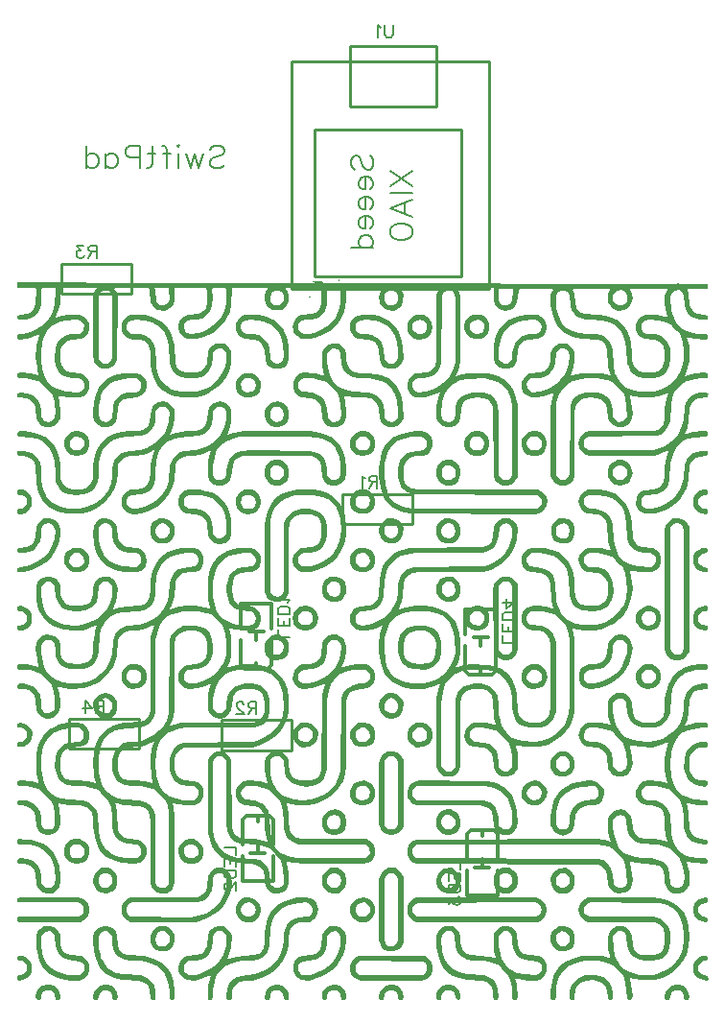
<source format=gbo>
G04 Layer: BottomSilkscreenLayer*
G04 EasyEDA v6.5.46, 2024-09-20 13:26:03*
G04 2d8f00c50ae54bd9acad4b1cc035e29b,c0cefccd67054bf09917bfb35b18985a,10*
G04 Gerber Generator version 0.2*
G04 Scale: 100 percent, Rotated: No, Reflected: No *
G04 Dimensions in millimeters *
G04 leading zeros omitted , absolute positions ,4 integer and 5 decimal *
%FSLAX45Y45*%
%MOMM*%

%ADD10C,0.2032*%
%ADD11C,0.1524*%
%ADD12C,0.3048*%
%ADD13C,0.2540*%

%LPD*%
G36*
X3572916Y6625183D02*
G01*
X3572916Y6608216D01*
X3581400Y6608216D01*
X3581400Y6625183D01*
G37*
G36*
X3344164Y6608216D02*
G01*
X3344164Y6599732D01*
X3361639Y6599732D01*
X3356406Y6591300D01*
X1349451Y6591300D01*
X1344218Y6599732D01*
X734720Y6599732D01*
X734720Y6548932D01*
X899464Y6548932D01*
X904392Y6540855D01*
X896061Y6401714D01*
X875792Y6355892D01*
X848106Y6332575D01*
X818845Y6320332D01*
X762254Y6315202D01*
X734720Y6306820D01*
X734720Y6274460D01*
X748131Y6269329D01*
X804621Y6269431D01*
X847344Y6280810D01*
X877874Y6295288D01*
X912114Y6324650D01*
X934618Y6370624D01*
X942797Y6402781D01*
X949807Y6541465D01*
X961390Y6548932D01*
X1075740Y6546799D01*
X1073962Y6525615D01*
X1064971Y6404610D01*
X1053338Y6360414D01*
X1038352Y6322314D01*
X1002030Y6265468D01*
X946861Y6211925D01*
X889355Y6177686D01*
X831392Y6154674D01*
X772312Y6142278D01*
X744931Y6142278D01*
X734720Y6132068D01*
X734720Y6104432D01*
X752754Y6094780D01*
X808888Y6100673D01*
X851204Y6111798D01*
X868171Y6117894D01*
X925474Y6143548D01*
X930452Y6138570D01*
X917092Y6097778D01*
X904748Y6038494D01*
X899109Y5924092D01*
X900993Y5906363D01*
X946556Y5906363D01*
X946556Y5989167D01*
X955294Y6055410D01*
X964895Y6097778D01*
X996035Y6165545D01*
X1034592Y6207912D01*
X1081938Y6236411D01*
X1118108Y6249009D01*
X1160475Y6260185D01*
X1257909Y6269329D01*
X1289456Y6261963D01*
X1310690Y6248095D01*
X1324508Y6221374D01*
X1320749Y6176060D01*
X1300276Y6154166D01*
X1283309Y6144971D01*
X1198575Y6138773D01*
X1156208Y6124651D01*
X1118108Y6099098D01*
X1091641Y6063894D01*
X1072946Y6013043D01*
X1068324Y5924092D01*
X1077264Y5867196D01*
X1100175Y5816092D01*
X1136345Y5782767D01*
X1171956Y5764631D01*
X1228242Y5752693D01*
X1277315Y5752541D01*
X1309674Y5736031D01*
X1323543Y5706770D01*
X1323543Y5669940D01*
X1307592Y5643829D01*
X1275232Y5628487D01*
X1168958Y5633618D01*
X1103680Y5650433D01*
X1046480Y5678017D01*
X999490Y5725109D01*
X972769Y5775858D01*
X955700Y5835142D01*
X946556Y5906363D01*
X900993Y5906363D01*
X908558Y5835192D01*
X921969Y5781649D01*
X918311Y5777941D01*
X852932Y5794654D01*
X765606Y5800293D01*
X734720Y5794502D01*
X734720Y5764072D01*
X749554Y5752795D01*
X808888Y5752388D01*
X880871Y5740501D01*
X923239Y5726125D01*
X946505Y5714238D01*
X1032510Y5627573D01*
X1045260Y5597906D01*
X1061212Y5538622D01*
X1070152Y5445404D01*
X1064666Y5403697D01*
X1048359Y5380786D01*
X1017676Y5366207D01*
X981049Y5371693D01*
X959053Y5389016D01*
X946556Y5418937D01*
X946556Y5472531D01*
X936955Y5517438D01*
X916432Y5564022D01*
X874014Y5603849D01*
X825804Y5622137D01*
X759358Y5630367D01*
X734720Y5620207D01*
X734720Y5587492D01*
X753821Y5583580D01*
X818997Y5574741D01*
X853490Y5560923D01*
X885748Y5524296D01*
X896061Y5489956D01*
X904341Y5395468D01*
X926744Y5354320D01*
X954887Y5332831D01*
X989990Y5320436D01*
X1025753Y5320436D01*
X1054557Y5330291D01*
X1089914Y5354320D01*
X1112723Y5400903D01*
X1117193Y5456377D01*
X1106627Y5547106D01*
X1094790Y5593334D01*
X1094790Y5603392D01*
X1126591Y5595620D01*
X1194358Y5583123D01*
X1282344Y5583072D01*
X1315567Y5593080D01*
X1352194Y5625287D01*
X1370177Y5663488D01*
X1370177Y5717590D01*
X1357477Y5747969D01*
X1330706Y5778449D01*
X1297076Y5795619D01*
X1211275Y5803493D01*
X1177391Y5813399D01*
X1151991Y5830163D01*
X1137056Y5847842D01*
X1125016Y5873242D01*
X1116025Y5907176D01*
X1116076Y5987643D01*
X1127861Y6031890D01*
X1146251Y6061608D01*
X1170482Y6078880D01*
X1206246Y6091478D01*
X1297889Y6099556D01*
X1322527Y6112306D01*
X1350162Y6135573D01*
X1370076Y6178245D01*
X1370177Y6233769D01*
X1348079Y6278067D01*
X1321003Y6298742D01*
X1287526Y6312966D01*
X1186027Y6311747D01*
X1135024Y6302298D01*
X1077061Y6285687D01*
X1073505Y6289243D01*
X1094282Y6335014D01*
X1112266Y6402781D01*
X1119581Y6517131D01*
X1125677Y6538315D01*
X1133957Y6548932D01*
X1434388Y6548932D01*
X1431594Y6542481D01*
X1406144Y6491732D01*
X1403502Y5945276D01*
X1408382Y5922619D01*
X1452778Y5922619D01*
X1452778Y6483248D01*
X1469999Y6512915D01*
X1499362Y6527749D01*
X1529029Y6527190D01*
X1545945Y6520180D01*
X1564436Y6500215D01*
X1573479Y6476339D01*
X1573479Y5930138D01*
X1557324Y5898692D01*
X1529537Y5882436D01*
X1492656Y5882436D01*
X1470202Y5899200D01*
X1452778Y5922619D01*
X1408382Y5922619D01*
X1413510Y5899048D01*
X1433372Y5867603D01*
X1461211Y5846775D01*
X1481582Y5836259D01*
X1541729Y5835954D01*
X1575714Y5853328D01*
X1599742Y5877407D01*
X1617980Y5911392D01*
X1620469Y6474815D01*
X1611122Y6512915D01*
X1590903Y6543751D01*
X1596085Y6548932D01*
X1890979Y6548932D01*
X1892387Y6546799D01*
X1948383Y6546799D01*
X2068474Y6549135D01*
X2074976Y6538620D01*
X2078583Y6444335D01*
X2064562Y6414770D01*
X2031949Y6396431D01*
X1999234Y6396431D01*
X1972106Y6412992D01*
X1958289Y6439662D01*
X1950770Y6529882D01*
X1948383Y6546799D01*
X1892387Y6546799D01*
X1904136Y6528866D01*
X1915261Y6423964D01*
X1928063Y6394297D01*
X1956866Y6366052D01*
X1982216Y6352794D01*
X2037638Y6348831D01*
X2081733Y6367780D01*
X2110384Y6399530D01*
X2125065Y6443624D01*
X2122068Y6545072D01*
X2138984Y6549186D01*
X2400808Y6546799D01*
X2413000Y6512915D01*
X2412898Y6411264D01*
X2399182Y6373114D01*
X2378760Y6342176D01*
X2333599Y6320078D01*
X2238400Y6311188D01*
X2208733Y6298793D01*
X2175357Y6268669D01*
X2158085Y6222441D01*
X2158099Y6202527D01*
X2204059Y6202527D01*
X2209647Y6235547D01*
X2233828Y6259728D01*
X2271979Y6269329D01*
X2321153Y6269431D01*
X2365756Y6281318D01*
X2402941Y6303111D01*
X2437384Y6342227D01*
X2454706Y6388506D01*
X2464612Y6467043D01*
X2452217Y6544513D01*
X2463749Y6548932D01*
X2571496Y6548932D01*
X2581656Y6538772D01*
X2581554Y6415481D01*
X2564739Y6348780D01*
X2538425Y6296863D01*
X2510231Y6258407D01*
X2465171Y6215989D01*
X2427071Y6190030D01*
X2389174Y6170777D01*
X2333853Y6150711D01*
X2263952Y6140551D01*
X2232202Y6151727D01*
X2213051Y6169253D01*
X2204059Y6202527D01*
X2158099Y6202527D01*
X2158136Y6190996D01*
X2167483Y6157264D01*
X2191105Y6122873D01*
X2236419Y6097778D01*
X2316937Y6098438D01*
X2384704Y6117132D01*
X2460955Y6154724D01*
X2530348Y6209639D01*
X2573375Y6262979D01*
X2610815Y6339230D01*
X2625801Y6394297D01*
X2627731Y6546799D01*
X2939592Y6549034D01*
X2951378Y6544513D01*
X2937052Y6528714D01*
X2920593Y6485280D01*
X2920593Y6475476D01*
X2966110Y6475476D01*
X2982976Y6513525D01*
X3012897Y6527749D01*
X3041294Y6527749D01*
X3070656Y6512915D01*
X3087573Y6483604D01*
X3087370Y6440881D01*
X3072638Y6412992D01*
X3045510Y6395974D01*
X3002584Y6399123D01*
X2980690Y6415481D01*
X2970682Y6431330D01*
X2966110Y6475476D01*
X2920593Y6475476D01*
X2920593Y6439103D01*
X2937510Y6393891D01*
X2965043Y6368288D01*
X2990443Y6351930D01*
X3062478Y6352032D01*
X3087878Y6366052D01*
X3116630Y6394297D01*
X3132378Y6431026D01*
X3132378Y6493967D01*
X3114446Y6532067D01*
X3106978Y6536740D01*
X3106978Y6548932D01*
X3408172Y6548932D01*
X3422345Y6517131D01*
X3421938Y6402781D01*
X3402888Y6360414D01*
X3384397Y6340500D01*
X3344926Y6320434D01*
X3244646Y6310782D01*
X3206496Y6292037D01*
X3179064Y6256070D01*
X3165348Y6208928D01*
X3170732Y6183477D01*
X3217113Y6183477D01*
X3217113Y6229299D01*
X3242259Y6259779D01*
X3280156Y6269329D01*
X3329330Y6269431D01*
X3372967Y6281064D01*
X3417671Y6305346D01*
X3450082Y6346342D01*
X3469132Y6406997D01*
X3467608Y6517131D01*
X3464915Y6546799D01*
X3585006Y6549135D01*
X3591001Y6539433D01*
X3591610Y6411264D01*
X3572459Y6343853D01*
X3541420Y6284772D01*
X3472179Y6212128D01*
X3414064Y6177686D01*
X3356101Y6154674D01*
X3297021Y6142278D01*
X3268116Y6142278D01*
X3234182Y6155842D01*
X3217113Y6183477D01*
X3170732Y6183477D01*
X3176168Y6158026D01*
X3202584Y6123381D01*
X3243986Y6097778D01*
X3320897Y6097778D01*
X3371697Y6109817D01*
X3446272Y6141516D01*
X3493211Y6169812D01*
X3559810Y6231534D01*
X3597554Y6288379D01*
X3618687Y6336233D01*
X3631590Y6381597D01*
X3641598Y6449364D01*
X3638600Y6546799D01*
X3947769Y6549034D01*
X3958132Y6545072D01*
X3933545Y6498285D01*
X3927652Y6458915D01*
X3932642Y6436664D01*
X3977487Y6436664D01*
X3978097Y6488785D01*
X3992778Y6511188D01*
X4019854Y6527698D01*
X4054601Y6527749D01*
X4083354Y6508496D01*
X4098188Y6479032D01*
X4098188Y6445148D01*
X4083354Y6415633D01*
X4054601Y6396431D01*
X4021531Y6396431D01*
X3997198Y6408978D01*
X3977487Y6436664D01*
X3932642Y6436664D01*
X3937609Y6414465D01*
X3961993Y6376009D01*
X4001414Y6352895D01*
X4058259Y6348831D01*
X4102506Y6367830D01*
X4127855Y6396736D01*
X4141825Y6428181D01*
X4142689Y6491732D01*
X4130598Y6521399D01*
X4115409Y6543548D01*
X4120794Y6548932D01*
X4456836Y6548932D01*
X4461611Y6544157D01*
X4434992Y6492494D01*
X4432909Y5911392D01*
X4423816Y5866993D01*
X4396841Y5827014D01*
X4356760Y5806541D01*
X4250283Y5795467D01*
X4212234Y5773166D01*
X4187139Y5738520D01*
X4177741Y5703824D01*
X4180261Y5675934D01*
X4225290Y5675934D01*
X4225340Y5708040D01*
X4242155Y5735675D01*
X4269740Y5752490D01*
X4325620Y5752541D01*
X4389831Y5768949D01*
X4422292Y5789472D01*
X4453331Y5823813D01*
X4461560Y5839358D01*
X4477359Y5881725D01*
X4481576Y6483248D01*
X4498797Y6512915D01*
X4528159Y6527749D01*
X4557826Y6527190D01*
X4575454Y6520078D01*
X4597704Y6493611D01*
X4602784Y6466332D01*
X4599736Y5885992D01*
X4585614Y5839358D01*
X4551680Y5770727D01*
X4494936Y5709412D01*
X4434992Y5669381D01*
X4396486Y5651652D01*
X4341774Y5633516D01*
X4273448Y5628538D01*
X4241800Y5643575D01*
X4225290Y5675934D01*
X4180261Y5675934D01*
X4182008Y5656630D01*
X4199382Y5622544D01*
X4229862Y5595772D01*
X4260189Y5583072D01*
X4329074Y5583224D01*
X4394657Y5599734D01*
X4459833Y5629859D01*
X4465726Y5627573D01*
X4449267Y5576722D01*
X4437126Y5508955D01*
X4437075Y5432704D01*
X4478426Y5432704D01*
X4488688Y5541619D01*
X4505452Y5602020D01*
X4535271Y5658764D01*
X4585258Y5706465D01*
X4646777Y5734812D01*
X4710328Y5748985D01*
X4854346Y5752185D01*
X4917897Y5740603D01*
X4972964Y5723077D01*
X5026202Y5688126D01*
X5057292Y5650890D01*
X5080558Y5608878D01*
X5094173Y5564022D01*
X5106365Y5496255D01*
X5106416Y4900828D01*
X5094224Y4871618D01*
X5066131Y4854498D01*
X5028031Y4854498D01*
X5000904Y4871059D01*
X4987798Y4896408D01*
X4987798Y5442712D01*
X4978806Y5507177D01*
X4966360Y5542838D01*
X4940401Y5580989D01*
X4905197Y5607761D01*
X4845862Y5627065D01*
X4744212Y5626963D01*
X4693361Y5612180D01*
X4649520Y5583428D01*
X4624070Y5546394D01*
X4607306Y5496255D01*
X4601972Y5428488D01*
X4597704Y5401208D01*
X4576267Y5375706D01*
X4542891Y5366664D01*
X4512970Y5372303D01*
X4488129Y5397144D01*
X4478426Y5432704D01*
X4437075Y5432704D01*
X4437075Y5400852D01*
X4455058Y5362651D01*
X4491685Y5330393D01*
X4524908Y5320436D01*
X4558436Y5320436D01*
X4596434Y5333390D01*
X4625695Y5357520D01*
X4646218Y5398668D01*
X4652924Y5483555D01*
X4660849Y5515864D01*
X4682845Y5549138D01*
X4715510Y5570728D01*
X4790541Y5584545D01*
X4861560Y5574233D01*
X4900066Y5556148D01*
X4926380Y5518962D01*
X4934458Y5496255D01*
X4939131Y4894732D01*
X4952441Y4860036D01*
X4975910Y4829251D01*
X5020564Y4807407D01*
X5061915Y4806746D01*
X5098389Y4816805D01*
X5132425Y4847539D01*
X5150866Y4882032D01*
X5150866Y5521655D01*
X5139283Y5576722D01*
X5128361Y5610606D01*
X5113223Y5648756D01*
X5085842Y5691835D01*
X5053431Y5725718D01*
X5023815Y5747207D01*
X4985664Y5768086D01*
X4930597Y5785713D01*
X4884013Y5796991D01*
X4701844Y5796686D01*
X4625594Y5776925D01*
X4610049Y5768797D01*
X4605934Y5772912D01*
X4622495Y5805474D01*
X4636668Y5847384D01*
X4648911Y5911392D01*
X4648911Y6485280D01*
X4632401Y6528714D01*
X4618075Y6544513D01*
X4629861Y6549034D01*
X4943297Y6546799D01*
X4941519Y6529882D01*
X4940452Y6440373D01*
X4941444Y6436664D01*
X4987798Y6436664D01*
X4987798Y6539433D01*
X4999024Y6548729D01*
X5007000Y6540754D01*
X5112766Y6538315D01*
X5111140Y6512915D01*
X5105349Y6440881D01*
X5092801Y6413500D01*
X5065166Y6396431D01*
X5029708Y6396431D01*
X5004358Y6409537D01*
X4987798Y6436664D01*
X4941444Y6436664D01*
X4950510Y6402781D01*
X4994148Y6359194D01*
X5032248Y6348882D01*
X5083556Y6352946D01*
X5104282Y6364630D01*
X5132578Y6390081D01*
X5149291Y6422593D01*
X5160162Y6527393D01*
X5170982Y6540449D01*
X5460796Y6540449D01*
X5465775Y6535521D01*
X5636615Y6535521D01*
X5641543Y6540449D01*
X5965850Y6540449D01*
X5970676Y6532626D01*
X5951474Y6500215D01*
X5951474Y6461252D01*
X5995974Y6461252D01*
X5995974Y6481572D01*
X6007862Y6504431D01*
X6029604Y6524701D01*
X6070092Y6528206D01*
X6099454Y6512915D01*
X6115456Y6485280D01*
X6115456Y6434937D01*
X6096965Y6408978D01*
X6072632Y6396431D01*
X6040475Y6396431D01*
X6012840Y6413296D01*
X5996025Y6440881D01*
X5995974Y6461252D01*
X5951474Y6461252D01*
X5951474Y6423964D01*
X5974638Y6384594D01*
X5999886Y6363360D01*
X6038342Y6348679D01*
X6093053Y6353048D01*
X6132169Y6376009D01*
X6156248Y6413906D01*
X6166256Y6455613D01*
X6160363Y6498285D01*
X6141262Y6536029D01*
X6145631Y6540449D01*
X6473240Y6540449D01*
X6478625Y6535064D01*
X6463487Y6512915D01*
X6453479Y6478066D01*
X6453632Y6415481D01*
X6465925Y6330746D01*
X6474663Y6301181D01*
X6474663Y6293662D01*
X6447129Y6298844D01*
X6383578Y6311747D01*
X6276035Y6312509D01*
X6232194Y6288633D01*
X6212281Y6262522D01*
X6199327Y6231483D01*
X6199327Y6177178D01*
X6212027Y6146800D01*
X6238748Y6116320D01*
X6271717Y6099556D01*
X6363258Y6091478D01*
X6398971Y6078880D01*
X6423202Y6061608D01*
X6441592Y6031890D01*
X6453378Y5987643D01*
X6453479Y5905195D01*
X6435953Y5852058D01*
X6417462Y5830824D01*
X6392062Y5813196D01*
X6349695Y5801360D01*
X6260744Y5801969D01*
X6226860Y5813145D01*
X6195060Y5834176D01*
X6177991Y5861761D01*
X6165494Y5902909D01*
X6165443Y5973165D01*
X6156655Y6055410D01*
X6143498Y6110478D01*
X6121755Y6165545D01*
X6090005Y6212586D01*
X6039307Y6259525D01*
X5985408Y6285433D01*
X5934557Y6301994D01*
X5866790Y6311341D01*
X5741568Y6319316D01*
X5696305Y6341465D01*
X5672734Y6375450D01*
X5661152Y6419697D01*
X5656021Y6495948D01*
X5636615Y6535521D01*
X5465775Y6535521D01*
X5445353Y6491732D01*
X5445362Y6483248D01*
X5491175Y6483248D01*
X5507380Y6512255D01*
X5536234Y6527749D01*
X5566003Y6527749D01*
X5595366Y6512915D01*
X5611063Y6485737D01*
X5618073Y6394297D01*
X5632500Y6352540D01*
X5651855Y6321907D01*
X5682640Y6294932D01*
X5705805Y6283096D01*
X5753709Y6269329D01*
X5808116Y6269329D01*
X5900674Y6260338D01*
X5968441Y6242812D01*
X6017361Y6217208D01*
X6062065Y6174028D01*
X6088481Y6127445D01*
X6105550Y6072378D01*
X6114694Y6013043D01*
X6122619Y5881725D01*
X6132372Y5852058D01*
X6145225Y5823254D01*
X6179921Y5785662D01*
X6221476Y5764580D01*
X6277660Y5752693D01*
X6338570Y5752541D01*
X6398615Y5765190D01*
X6432702Y5782564D01*
X6467500Y5813958D01*
X6490970Y5863488D01*
X6501231Y5924092D01*
X6496507Y6013043D01*
X6477812Y6063894D01*
X6451346Y6099149D01*
X6413246Y6124244D01*
X6370878Y6138773D01*
X6285890Y6144920D01*
X6258763Y6160922D01*
X6244742Y6190437D01*
X6244742Y6221323D01*
X6256477Y6245301D01*
X6278321Y6261404D01*
X6311544Y6269177D01*
X6400546Y6260795D01*
X6442862Y6251498D01*
X6479336Y6239662D01*
X6510680Y6223558D01*
X6525818Y6197600D01*
X6581394Y6148628D01*
X6596583Y6118961D01*
X6610451Y6072378D01*
X6622897Y5989828D01*
X6622897Y5924804D01*
X6613702Y5869025D01*
X6596684Y5818174D01*
X6563715Y5761786D01*
X6519926Y5713882D01*
X6468313Y5677306D01*
X6416649Y5651398D01*
X6358178Y5631789D01*
X6218377Y5632907D01*
X6152337Y5650636D01*
X6095542Y5677712D01*
X6047892Y5725312D01*
X6013500Y5796991D01*
X5999327Y5864809D01*
X5992266Y6004560D01*
X5984087Y6036716D01*
X5961634Y6082639D01*
X5923737Y6115964D01*
X5892800Y6130645D01*
X5845606Y6141974D01*
X5768594Y6142278D01*
X5697321Y6151422D01*
X5638038Y6168491D01*
X5588711Y6194602D01*
X5542788Y6239814D01*
X5516118Y6292646D01*
X5508193Y6318046D01*
X5496255Y6364630D01*
X5491175Y6483248D01*
X5445362Y6483248D01*
X5445455Y6398564D01*
X5457799Y6326530D01*
X5465419Y6296863D01*
X5484114Y6250279D01*
X5513120Y6202476D01*
X5566257Y6152845D01*
X5616854Y6126022D01*
X5671921Y6108903D01*
X5718505Y6099911D01*
X5858306Y6091986D01*
X5887974Y6081572D01*
X5916269Y6062573D01*
X5935268Y6034227D01*
X5945378Y6004814D01*
X5953810Y5856325D01*
X5966256Y5796991D01*
X5971540Y5777941D01*
X5967476Y5777941D01*
X5896406Y5796432D01*
X5722772Y5796991D01*
X5663438Y5785154D01*
X5619699Y5770168D01*
X5615838Y5774029D01*
X5639206Y5822442D01*
X5657088Y5895949D01*
X5657088Y5973927D01*
X5647436Y6006236D01*
X5622594Y6036360D01*
X5583021Y6059525D01*
X5519369Y6059525D01*
X5479440Y6036157D01*
X5457901Y6007862D01*
X5445963Y5970676D01*
X5441442Y5898692D01*
X5428538Y5855970D01*
X5398465Y5820867D01*
X5354218Y5804306D01*
X5258816Y5795619D01*
X5221071Y5773521D01*
X5200954Y5746191D01*
X5189016Y5716524D01*
X5189180Y5703824D01*
X5233416Y5703824D01*
X5248300Y5732729D01*
X5271211Y5749645D01*
X5349951Y5756097D01*
X5379618Y5762345D01*
X5416042Y5777839D01*
X5445861Y5800598D01*
X5469636Y5835142D01*
X5484418Y5877509D01*
X5494985Y5976772D01*
X5508955Y5998108D01*
X5529681Y6011722D01*
X5561787Y6015278D01*
X5588152Y6003391D01*
X5605780Y5984443D01*
X5614162Y5945276D01*
X5606034Y5877509D01*
X5588762Y5823153D01*
X5569000Y5784189D01*
X5530748Y5733338D01*
X5489600Y5698642D01*
X5442813Y5668721D01*
X5405018Y5651347D01*
X5349951Y5633516D01*
X5282184Y5629097D01*
X5253126Y5644489D01*
X5236768Y5666841D01*
X5233416Y5703824D01*
X5189180Y5703824D01*
X5189728Y5661456D01*
X5209032Y5621172D01*
X5235600Y5598718D01*
X5269484Y5583275D01*
X5335778Y5583072D01*
X5407863Y5600852D01*
X5471820Y5629960D01*
X5475020Y5626811D01*
X5457698Y5572607D01*
X5445302Y5496255D01*
X5445353Y4901184D01*
X5491429Y4901184D01*
X5494528Y5530138D01*
X5512866Y5596178D01*
X5540603Y5652770D01*
X5591759Y5703824D01*
X5638038Y5726684D01*
X5680405Y5740654D01*
X5752388Y5752490D01*
X5862523Y5751372D01*
X5883706Y5748020D01*
X5950762Y5735066D01*
X6002324Y5711647D01*
X6037783Y5665622D01*
X6072632Y5640273D01*
X6090005Y5607202D01*
X6102350Y5572506D01*
X6114491Y5508955D01*
X6116421Y5411520D01*
X6102299Y5385257D01*
X6080760Y5371134D01*
X6044692Y5366613D01*
X6015228Y5381853D01*
X5995974Y5410657D01*
X5995974Y5461660D01*
X5986272Y5517438D01*
X5969965Y5555538D01*
X5949137Y5582869D01*
X5911088Y5609031D01*
X5862523Y5626455D01*
X5752388Y5627166D01*
X5693105Y5607761D01*
X5657900Y5580989D01*
X5632297Y5542838D01*
X5616854Y5500471D01*
X5612587Y4903216D01*
X5598312Y4871618D01*
X5570270Y4854498D01*
X5532120Y4854498D01*
X5506008Y4870450D01*
X5491429Y4901184D01*
X5445353Y4901184D01*
X5445353Y4890465D01*
X5465419Y4848148D01*
X5494020Y4821021D01*
X5527903Y4806696D01*
X5575452Y4807000D01*
X5613806Y4823968D01*
X5641187Y4852365D01*
X5657088Y4889093D01*
X5657138Y5445404D01*
X5666028Y5500471D01*
X5685739Y5543753D01*
X5714288Y5564784D01*
X5739688Y5574284D01*
X5794756Y5583936D01*
X5852210Y5578297D01*
X5892546Y5566359D01*
X5927090Y5536793D01*
X5944920Y5492038D01*
X5952642Y5398617D01*
X5971540Y5358536D01*
X5998057Y5336235D01*
X6036208Y5319725D01*
X6087059Y5323027D01*
X6118707Y5338318D01*
X6145326Y5364937D01*
X6160617Y5398820D01*
X6166459Y5442762D01*
X6156248Y5542838D01*
X6144361Y5593689D01*
X6144260Y5603392D01*
X6176010Y5595620D01*
X6243777Y5583123D01*
X6349746Y5583072D01*
X6423812Y5603443D01*
X6479844Y5629706D01*
X6486398Y5629706D01*
X6473596Y5593689D01*
X6465824Y5564022D01*
X6453733Y5479288D01*
X6453378Y5394604D01*
X6441592Y5350306D01*
X6422796Y5319877D01*
X6390843Y5298744D01*
X6345478Y5286654D01*
X5784494Y5286552D01*
X5737860Y5269128D01*
X5704078Y5230723D01*
X5689904Y5182768D01*
X5700166Y5132120D01*
X5722823Y5098389D01*
X5756656Y5075123D01*
X5798972Y5065674D01*
X6353911Y5068722D01*
X6408978Y5084368D01*
X6482791Y5116017D01*
X6485890Y5112969D01*
X6465620Y5052517D01*
X6453632Y4962499D01*
X6453378Y4882032D01*
X6442100Y4839665D01*
X6428232Y4812893D01*
X6396278Y4786426D01*
X6353911Y4774082D01*
X6267145Y4766767D01*
X6227064Y4742027D01*
X6201410Y4700524D01*
X6198666Y4636312D01*
X6212027Y4604867D01*
X6238748Y4574387D01*
X6273444Y4555845D01*
X6362395Y4556455D01*
X6423863Y4575251D01*
X6485331Y4604054D01*
X6544564Y4645761D01*
X6594094Y4696714D01*
X6619138Y4733747D01*
X6644030Y4782058D01*
X6664858Y4853940D01*
X6673240Y4980127D01*
X6693814Y5026050D01*
X6714083Y5044694D01*
X6756247Y5063337D01*
X6815683Y5066893D01*
X6834733Y5076190D01*
X6834733Y5107736D01*
X6821322Y5112867D01*
X6776567Y5112867D01*
X6731558Y5104333D01*
X6687261Y5084064D01*
X6651294Y5047234D01*
X6634276Y5009083D01*
X6626606Y4979466D01*
X6619748Y4869332D01*
X6604863Y4809998D01*
X6587490Y4771898D01*
X6553454Y4721047D01*
X6510680Y4678222D01*
X6459829Y4643882D01*
X6425946Y4626864D01*
X6375095Y4609490D01*
X6330188Y4600295D01*
X6291529Y4600295D01*
X6258915Y4618634D01*
X6244945Y4648149D01*
X6245352Y4680204D01*
X6258814Y4706162D01*
X6280048Y4720082D01*
X6379718Y4731004D01*
X6417462Y4745888D01*
X6447993Y4764836D01*
X6473444Y4797298D01*
X6483654Y4816805D01*
X6495999Y4856581D01*
X6504482Y5000650D01*
X6513474Y5047234D01*
X6525310Y5088331D01*
X6548374Y5136184D01*
X6603847Y5191658D01*
X6654088Y5215940D01*
X6713981Y5231892D01*
X6815683Y5239969D01*
X6834733Y5244388D01*
X6834733Y5275021D01*
X6819900Y5286298D01*
X6777329Y5286552D01*
X6705549Y5278069D01*
X6667398Y5268569D01*
X6630263Y5256631D01*
X6627063Y5259832D01*
X6649161Y5309819D01*
X6664909Y5373420D01*
X6673596Y5492038D01*
X6683705Y5523992D01*
X6712813Y5557977D01*
X6744614Y5574233D01*
X6819900Y5583936D01*
X6832600Y5590286D01*
X6835140Y5619648D01*
X6812025Y5630214D01*
X6756349Y5624677D01*
X6714896Y5612841D01*
X6679133Y5591911D01*
X6652615Y5561685D01*
X6636562Y5530138D01*
X6626606Y5496255D01*
X6619138Y5377637D01*
X6605879Y5326786D01*
X6571234Y5256072D01*
X6510680Y5192014D01*
X6450228Y5152339D01*
X6383578Y5126024D01*
X6347917Y5116880D01*
X5778093Y5116880D01*
X5757164Y5132476D01*
X5741060Y5154015D01*
X5740501Y5192623D01*
X5750458Y5216652D01*
X5781395Y5237835D01*
X6375095Y5242255D01*
X6412890Y5257139D01*
X6452006Y5282234D01*
X6477660Y5318353D01*
X6496304Y5368645D01*
X6504584Y5517438D01*
X6517233Y5579567D01*
X6536740Y5627573D01*
X6559854Y5664200D01*
X6598158Y5700877D01*
X6646214Y5726277D01*
X6688581Y5740501D01*
X6760616Y5752388D01*
X6819900Y5752795D01*
X6834733Y5764072D01*
X6834733Y5794502D01*
X6803745Y5800344D01*
X6720687Y5794857D01*
X6675881Y5785764D01*
X6629755Y5769711D01*
X6625539Y5773877D01*
X6644690Y5813298D01*
X6655917Y5847842D01*
X6667398Y5894425D01*
X6666280Y6030010D01*
X6647129Y6118047D01*
X6671614Y6111646D01*
X6722719Y6100724D01*
X6816445Y6094679D01*
X6834733Y6104432D01*
X6834733Y6132728D01*
X6824116Y6141110D01*
X6739229Y6146038D01*
X6671614Y6159906D01*
X6608114Y6186119D01*
X6548018Y6246063D01*
X6522212Y6301130D01*
X6508242Y6356197D01*
X6498894Y6454343D01*
X6504940Y6494678D01*
X6532575Y6524802D01*
X6578447Y6528511D01*
X6608114Y6508394D01*
X6621830Y6479032D01*
X6626098Y6398564D01*
X6644030Y6348272D01*
X6665417Y6315913D01*
X6705549Y6286804D01*
X6760819Y6269329D01*
X6821322Y6269329D01*
X6834733Y6274460D01*
X6834733Y6307124D01*
X6802932Y6315151D01*
X6750050Y6320586D01*
X6720687Y6332880D01*
X6691782Y6358229D01*
X6673850Y6399885D01*
X6665214Y6498691D01*
X6648551Y6533134D01*
X6653072Y6540449D01*
X6834733Y6540449D01*
X6834733Y6582816D01*
X6588912Y6582816D01*
X6572097Y6593331D01*
X6555282Y6582816D01*
X5010658Y6582816D01*
X5002225Y6591249D01*
X3441496Y6591401D01*
X3426764Y6607505D01*
G37*
G36*
X3317798Y6481064D02*
G01*
X3310280Y6476390D01*
X3310280Y6464198D01*
X3321608Y6464198D01*
X3327146Y6469786D01*
G37*
G36*
X4799279Y6314643D02*
G01*
X4761179Y6310579D01*
X4734560Y6299809D01*
X4700066Y6268669D01*
X4682794Y6222441D01*
X4683404Y6182512D01*
X4683947Y6181039D01*
X4731512Y6181039D01*
X4731867Y6229096D01*
X4746802Y6251651D01*
X4773879Y6264046D01*
X4795062Y6268212D01*
X4830521Y6260490D01*
X4856073Y6231382D01*
X4861712Y6201206D01*
X4847285Y6163360D01*
X4811217Y6142278D01*
X4778095Y6142685D01*
X4749190Y6157061D01*
X4731512Y6181039D01*
X4683947Y6181039D01*
X4693361Y6155537D01*
X4719675Y6118352D01*
X4761179Y6098286D01*
X4828946Y6098184D01*
X4863642Y6116320D01*
X4891430Y6148019D01*
X4904181Y6178245D01*
X4904232Y6233312D01*
X4885232Y6273495D01*
X4855514Y6299555D01*
X4833162Y6308699D01*
G37*
G36*
X1778914Y6314592D02*
G01*
X1732330Y6310680D01*
X1698447Y6295999D01*
X1674317Y6271564D01*
X1656181Y6237579D01*
X1656181Y6186728D01*
X1700580Y6186728D01*
X1700580Y6220612D01*
X1715414Y6249974D01*
X1740814Y6264605D01*
X1783181Y6268567D01*
X1863648Y6260693D01*
X1926183Y6243675D01*
X1973681Y6220612D01*
X2029714Y6165545D01*
X2056536Y6109004D01*
X2073148Y6042304D01*
X2081885Y5889345D01*
X2099513Y5835548D01*
X2124405Y5799378D01*
X2152192Y5778195D01*
X2185619Y5763971D01*
X2236419Y5752846D01*
X2304237Y5752846D01*
X2356104Y5763971D01*
X2394813Y5782716D01*
X2430119Y5816955D01*
X2453487Y5869025D01*
X2463088Y5935014D01*
X2463088Y5971540D01*
X2482291Y6000343D01*
X2511806Y6015634D01*
X2543860Y6011722D01*
X2565146Y5997752D01*
X2581656Y5970676D01*
X2581402Y5902909D01*
X2570175Y5852058D01*
X2548788Y5800140D01*
X2515006Y5750407D01*
X2481021Y5715457D01*
X2435555Y5681218D01*
X2379624Y5651601D01*
X2316937Y5631789D01*
X2185619Y5632043D01*
X2138984Y5643270D01*
X2100935Y5655716D01*
X2052523Y5681522D01*
X2006498Y5729732D01*
X1980387Y5781497D01*
X1964080Y5843625D01*
X1958593Y5890564D01*
X1951329Y6013043D01*
X1937715Y6056680D01*
X1910232Y6097778D01*
X1869186Y6125210D01*
X1825548Y6138824D01*
X1739747Y6144818D01*
X1717090Y6159652D01*
X1700580Y6186728D01*
X1656181Y6186728D01*
X1656181Y6169710D01*
X1679600Y6129832D01*
X1706930Y6109106D01*
X1749298Y6096254D01*
X1823262Y6091377D01*
X1868424Y6071412D01*
X1894535Y6039713D01*
X1907895Y5991860D01*
X1913026Y5873242D01*
X1929180Y5788558D01*
X1945995Y5742787D01*
X1973783Y5695391D01*
X2024634Y5643880D01*
X2082444Y5611672D01*
X2134768Y5595213D01*
X2202535Y5583123D01*
X2305812Y5583072D01*
X2363520Y5596432D01*
X2418588Y5618378D01*
X2456688Y5639460D01*
X2507843Y5675731D01*
X2554579Y5725007D01*
X2580538Y5763107D01*
X2606141Y5813958D01*
X2625699Y5877509D01*
X2626156Y5988253D01*
X2600502Y6030010D01*
X2561132Y6056477D01*
X2522372Y6062268D01*
X2483612Y6056477D01*
X2444242Y6030010D01*
X2420264Y5991047D01*
X2408732Y5881065D01*
X2396337Y5851448D01*
X2369362Y5820714D01*
X2321153Y5802223D01*
X2219502Y5802223D01*
X2171446Y5820664D01*
X2141626Y5853684D01*
X2127656Y5898692D01*
X2120646Y6038494D01*
X2106930Y6103924D01*
X2094839Y6138214D01*
X2080260Y6169812D01*
X2048256Y6217564D01*
X2003450Y6257036D01*
X1935683Y6290564D01*
X1867916Y6307988D01*
G37*
G36*
X5299151Y6314287D02*
G01*
X5227116Y6311290D01*
X5172049Y6302552D01*
X5116982Y6285534D01*
X5061915Y6258763D01*
X4997196Y6194552D01*
X4963109Y6123178D01*
X4944618Y6046927D01*
X4940147Y5928309D01*
X4941540Y5923229D01*
X4987798Y5923229D01*
X4987798Y6017310D01*
X5000244Y6080810D01*
X5009794Y6114745D01*
X5039004Y6170625D01*
X5074615Y6206744D01*
X5109362Y6230721D01*
X5163566Y6251702D01*
X5205933Y6260744D01*
X5293664Y6269329D01*
X5303367Y6268567D01*
X5332018Y6260338D01*
X5351627Y6247485D01*
X5365800Y6210401D01*
X5359857Y6178245D01*
X5340146Y6152286D01*
X5306618Y6142278D01*
X5256580Y6142278D01*
X5200650Y6126734D01*
X5162600Y6104432D01*
X5134813Y6072784D01*
X5118201Y6035192D01*
X5106670Y5970676D01*
X5106416Y5923229D01*
X5087010Y5894425D01*
X5062575Y5882690D01*
X5031587Y5882690D01*
X5007152Y5894425D01*
X4987798Y5923229D01*
X4941540Y5923229D01*
X4949901Y5892698D01*
X4977180Y5856935D01*
X5019141Y5836005D01*
X5074615Y5836005D01*
X5116982Y5857748D01*
X5132374Y5876137D01*
X5149189Y5906008D01*
X5158333Y6004560D01*
X5174691Y6048806D01*
X5211775Y6081471D01*
X5244084Y6091072D01*
X5335168Y6099657D01*
X5362702Y6113526D01*
X5394502Y6144006D01*
X5411419Y6189167D01*
X5411419Y6222441D01*
X5394096Y6268669D01*
X5360111Y6299352D01*
X5337251Y6308801D01*
G37*
G36*
X2778658Y6313932D02*
G01*
X2740558Y6310528D01*
X2704642Y6293866D01*
X2679090Y6264808D01*
X2665425Y6233312D01*
X2665147Y6192774D01*
X2708757Y6192774D01*
X2708757Y6215837D01*
X2726080Y6251600D01*
X2754680Y6265164D01*
X2791358Y6268618D01*
X2863392Y6261404D01*
X2914192Y6250889D01*
X2972612Y6226962D01*
X3013710Y6195618D01*
X3038856Y6164376D01*
X3064052Y6114745D01*
X3081121Y6051194D01*
X3090976Y5949492D01*
X3081324Y5913882D01*
X3060598Y5889244D01*
X3023971Y5878982D01*
X2988259Y5893308D01*
X2970225Y5918606D01*
X2959455Y6021527D01*
X2951022Y6048298D01*
X2928213Y6087262D01*
X2894279Y6116320D01*
X2864002Y6130645D01*
X2816758Y6141974D01*
X2759252Y6142278D01*
X2725826Y6159296D01*
X2708757Y6192774D01*
X2665147Y6192774D01*
X2665018Y6174028D01*
X2680055Y6144361D01*
X2706624Y6116116D01*
X2738526Y6099657D01*
X2829509Y6091224D01*
X2859125Y6081623D01*
X2885541Y6064351D01*
X2904490Y6036665D01*
X2916732Y6001105D01*
X2923336Y5911392D01*
X2937916Y5880811D01*
X2964586Y5853531D01*
X2998927Y5836005D01*
X3053994Y5836361D01*
X3084728Y5849670D01*
X3112414Y5872937D01*
X3132277Y5915609D01*
X3132378Y6021527D01*
X3120136Y6089294D01*
X3106115Y6135878D01*
X3075584Y6195212D01*
X3011627Y6259068D01*
X2956560Y6285484D01*
X2914192Y6299606D01*
X2871825Y6308496D01*
G37*
G36*
X3782618Y6313830D02*
G01*
X3741674Y6307886D01*
X3705758Y6286804D01*
X3683558Y6254496D01*
X3674567Y6230670D01*
X3674578Y6224879D01*
X3720744Y6224879D01*
X3737762Y6252006D01*
X3764026Y6265570D01*
X3803802Y6268821D01*
X3896969Y6257290D01*
X3926636Y6249212D01*
X3962806Y6236411D01*
X4009339Y6208217D01*
X4038346Y6178245D01*
X4068876Y6127445D01*
X4086148Y6072378D01*
X4098036Y5996127D01*
X4098188Y5929477D01*
X4080459Y5897930D01*
X4054246Y5882436D01*
X4019296Y5882436D01*
X3993438Y5897727D01*
X3978656Y5922721D01*
X3971544Y6011621D01*
X3962044Y6042710D01*
X3943705Y6080048D01*
X3911904Y6111189D01*
X3867353Y6132779D01*
X3822446Y6142278D01*
X3771747Y6142278D01*
X3744468Y6153861D01*
X3723843Y6176264D01*
X3720744Y6224879D01*
X3674578Y6224879D01*
X3674668Y6178245D01*
X3694582Y6135573D01*
X3722217Y6112306D01*
X3746957Y6099505D01*
X3844696Y6091021D01*
X3890060Y6070955D01*
X3915968Y6035192D01*
X3925112Y6004560D01*
X3931818Y5914390D01*
X3950512Y5875731D01*
X3981094Y5848908D01*
X4011371Y5836107D01*
X4067810Y5836005D01*
X4105503Y5858103D01*
X4131208Y5887364D01*
X4142689Y5919876D01*
X4141215Y6034227D01*
X4124401Y6110478D01*
X4106418Y6158331D01*
X4072331Y6211011D01*
X4031792Y6250279D01*
X3977487Y6282283D01*
X3922420Y6299504D01*
X3880053Y6308547D01*
G37*
G36*
X4257040Y6311493D02*
G01*
X4223156Y6295948D01*
X4199026Y6271564D01*
X4180941Y6237579D01*
X4180837Y6185865D01*
X4225290Y6185865D01*
X4225340Y6224879D01*
X4241850Y6252006D01*
X4265523Y6263894D01*
X4290923Y6268161D01*
X4316374Y6262319D01*
X4334814Y6252413D01*
X4352391Y6227775D01*
X4352391Y6181039D01*
X4329480Y6153810D01*
X4301794Y6142278D01*
X4274007Y6142278D01*
X4244492Y6157061D01*
X4225290Y6185865D01*
X4180837Y6185865D01*
X4180789Y6169812D01*
X4204665Y6129172D01*
X4238599Y6104585D01*
X4283506Y6094526D01*
X4331157Y6100521D01*
X4371136Y6127445D01*
X4393946Y6161227D01*
X4402988Y6206286D01*
X4393996Y6248298D01*
X4367174Y6288379D01*
X4324858Y6311493D01*
G37*
G36*
X3518814Y6061760D02*
G01*
X3475482Y6047740D01*
X3445764Y6018936D01*
X3426764Y5983427D01*
X3427653Y5900724D01*
X3471265Y5900724D01*
X3471265Y5963310D01*
X3483813Y5993282D01*
X3509772Y6011773D01*
X3541166Y6015431D01*
X3576624Y5998921D01*
X3590848Y5971336D01*
X3598011Y5882233D01*
X3617315Y5827420D01*
X3654602Y5785967D01*
X3696766Y5764580D01*
X3752951Y5752693D01*
X3837686Y5752388D01*
X3909720Y5740501D01*
X3952036Y5726277D01*
X4002735Y5699607D01*
X4046067Y5655310D01*
X4071975Y5606389D01*
X4089146Y5547106D01*
X4099204Y5464962D01*
X4095800Y5405424D01*
X4078579Y5381853D01*
X4046931Y5366156D01*
X4008983Y5371846D01*
X3980230Y5400548D01*
X3975354Y5449671D01*
X3968140Y5513578D01*
X3944569Y5566105D01*
X3908551Y5599328D01*
X3881069Y5613501D01*
X3841902Y5625134D01*
X3694836Y5633974D01*
X3628136Y5650534D01*
X3575050Y5676138D01*
X3532682Y5713425D01*
X3504082Y5761075D01*
X3483864Y5816701D01*
X3471265Y5900724D01*
X3427653Y5900724D01*
X3428085Y5860542D01*
X3447084Y5776620D01*
X3426764Y5782665D01*
X3371697Y5795162D01*
X3259836Y5800445D01*
X3219196Y5785358D01*
X3186379Y5754674D01*
X3169005Y5716524D01*
X3168914Y5669940D01*
X3217113Y5669940D01*
X3217113Y5712307D01*
X3233013Y5738368D01*
X3262833Y5752541D01*
X3342081Y5751525D01*
X3405581Y5740603D01*
X3447948Y5726125D01*
X3477615Y5711088D01*
X3510787Y5669940D01*
X3552190Y5636056D01*
X3563467Y5614873D01*
X3577132Y5574436D01*
X3589172Y5513171D01*
X3594557Y5431129D01*
X3584905Y5395163D01*
X3559810Y5371744D01*
X3522522Y5366156D01*
X3490874Y5381853D01*
X3474008Y5404967D01*
X3467760Y5487771D01*
X3461410Y5517438D01*
X3445256Y5555538D01*
X3423920Y5583478D01*
X3380181Y5612536D01*
X3339084Y5624880D01*
X3261563Y5630722D01*
X3234232Y5641898D01*
X3217113Y5669940D01*
X3168914Y5669940D01*
X3168904Y5664809D01*
X3191865Y5617819D01*
X3220313Y5596128D01*
X3253079Y5583834D01*
X3325368Y5578957D01*
X3370122Y5565648D01*
X3402482Y5536438D01*
X3419906Y5495848D01*
X3428390Y5398820D01*
X3441801Y5366867D01*
X3475990Y5333695D01*
X3518763Y5319471D01*
X3562350Y5323179D01*
X3593592Y5338114D01*
X3620414Y5363718D01*
X3637584Y5402529D01*
X3641750Y5454650D01*
X3631590Y5542838D01*
X3619652Y5593689D01*
X3619500Y5603392D01*
X3651300Y5595620D01*
X3719068Y5583123D01*
X3798874Y5583072D01*
X3854602Y5573522D01*
X3880053Y5560974D01*
X3908145Y5534355D01*
X3919372Y5508955D01*
X3925468Y5492038D01*
X3931869Y5401259D01*
X3954830Y5354320D01*
X3990187Y5330291D01*
X4018991Y5320436D01*
X4054754Y5320436D01*
X4089857Y5332831D01*
X4118000Y5354320D01*
X4142689Y5398820D01*
X4141673Y5513171D01*
X4128363Y5581243D01*
X4114241Y5623356D01*
X4087672Y5678424D01*
X4024071Y5742889D01*
X3952036Y5777585D01*
X3901846Y5790590D01*
X3833672Y5799124D01*
X3774135Y5799277D01*
X3715715Y5807760D01*
X3673398Y5830773D01*
X3652875Y5861761D01*
X3640785Y5907176D01*
X3640683Y5960922D01*
X3627120Y6007658D01*
X3596843Y6041136D01*
X3570782Y6054699D01*
X3545382Y6060897D01*
G37*
G36*
X1787398Y5799175D02*
G01*
X1673047Y5795365D01*
X1617980Y5783122D01*
X1575612Y5768644D01*
X1524762Y5742178D01*
X1464564Y5682640D01*
X1429613Y5610352D01*
X1413052Y5542838D01*
X1402994Y5454650D01*
X1404845Y5431485D01*
X1450086Y5431485D01*
X1455572Y5508955D01*
X1467256Y5572506D01*
X1474978Y5597906D01*
X1498955Y5648147D01*
X1547825Y5700369D01*
X1596796Y5726277D01*
X1639163Y5740603D01*
X1715414Y5752388D01*
X1783181Y5752338D01*
X1811782Y5738215D01*
X1827631Y5712307D01*
X1827631Y5666486D01*
X1806549Y5638850D01*
X1778914Y5630316D01*
X1703628Y5624576D01*
X1658366Y5609031D01*
X1620316Y5582869D01*
X1599488Y5555538D01*
X1583334Y5517438D01*
X1576984Y5487771D01*
X1570736Y5404967D01*
X1553870Y5381853D01*
X1522222Y5366156D01*
X1484934Y5371744D01*
X1459839Y5395163D01*
X1450086Y5431485D01*
X1404845Y5431485D01*
X1407160Y5402529D01*
X1424178Y5364937D01*
X1450746Y5338318D01*
X1482394Y5323179D01*
X1525981Y5319471D01*
X1567383Y5333238D01*
X1597863Y5358333D01*
X1616252Y5397550D01*
X1624736Y5494832D01*
X1644345Y5539181D01*
X1677263Y5566410D01*
X1719630Y5579313D01*
X1795881Y5584393D01*
X1829765Y5598972D01*
X1858213Y5626354D01*
X1875739Y5665673D01*
X1875739Y5716524D01*
X1858365Y5754674D01*
X1824634Y5786983D01*
G37*
G36*
X2748991Y5798769D02*
G01*
X2717190Y5787440D01*
X2687472Y5764733D01*
X2665069Y5720740D01*
X2665098Y5703824D01*
X2708706Y5703824D01*
X2723591Y5733186D01*
X2752394Y5752541D01*
X2791358Y5752185D01*
X2817520Y5740806D01*
X2835605Y5717794D01*
X2841193Y5688177D01*
X2831795Y5656884D01*
X2807106Y5633212D01*
X2757474Y5629148D01*
X2728417Y5644489D01*
X2712059Y5666841D01*
X2708706Y5703824D01*
X2665098Y5703824D01*
X2665171Y5661456D01*
X2684322Y5621172D01*
X2710891Y5598718D01*
X2744774Y5583275D01*
X2804058Y5583174D01*
X2846476Y5602935D01*
X2873044Y5633161D01*
X2887675Y5677154D01*
X2883966Y5721705D01*
X2862275Y5763056D01*
X2832658Y5787085D01*
X2799842Y5798769D01*
G37*
G36*
X2532938Y5549392D02*
G01*
X2494838Y5544870D01*
X2452471Y5524195D01*
X2424785Y5488178D01*
X2417114Y5458104D01*
X2411222Y5377637D01*
X2395321Y5334914D01*
X2363520Y5304129D01*
X2310841Y5286552D01*
X2225802Y5286552D01*
X2143252Y5274005D01*
X2084476Y5257088D01*
X2080615Y5260949D01*
X2089150Y5271719D01*
X2114854Y5339537D01*
X2125116Y5403900D01*
X2121763Y5470855D01*
X2106320Y5502503D01*
X2079701Y5528767D01*
X2057247Y5540502D01*
X2018538Y5549188D01*
X1976729Y5540197D01*
X1938528Y5515965D01*
X1915668Y5477002D01*
X1904390Y5369153D01*
X1891487Y5338419D01*
X1868982Y5311698D01*
X1842465Y5297932D01*
X1800098Y5286654D01*
X1721256Y5286552D01*
X1660347Y5277764D01*
X1617980Y5268823D01*
X1571345Y5252008D01*
X1522069Y5225745D01*
X1473301Y5178552D01*
X1438757Y5119217D01*
X1421790Y5068417D01*
X1413002Y5026050D01*
X1407312Y4983683D01*
X1400606Y4860848D01*
X1390396Y4826965D01*
X1351026Y4787544D01*
X1300276Y4772558D01*
X1219758Y4772355D01*
X1170686Y4787036D01*
X1138174Y4816449D01*
X1119022Y4860848D01*
X1112367Y4992166D01*
X1103426Y5047234D01*
X1090168Y5098034D01*
X1056487Y5167833D01*
X998982Y5225389D01*
X937514Y5257647D01*
X910539Y5266080D01*
X880871Y5274106D01*
X800404Y5286298D01*
X749554Y5286298D01*
X734720Y5275021D01*
X734720Y5244388D01*
X753821Y5239969D01*
X855471Y5231892D01*
X915365Y5215940D01*
X964742Y5191760D01*
X1014374Y5145786D01*
X1048105Y5076901D01*
X1061516Y5026050D01*
X1069695Y4903216D01*
X1076909Y4837125D01*
X1103579Y4782921D01*
X1142288Y4748885D01*
X1189939Y4731054D01*
X1262126Y4722825D01*
X1308709Y4727854D01*
X1351076Y4736998D01*
X1383690Y4753406D01*
X1419860Y4786731D01*
X1442313Y4836820D01*
X1450035Y4882032D01*
X1455623Y5004866D01*
X1471930Y5075529D01*
X1500124Y5136184D01*
X1540510Y5180787D01*
X1590700Y5210200D01*
X1639214Y5226100D01*
X1698447Y5235854D01*
X1830019Y5243626D01*
X1878482Y5261762D01*
X1918716Y5293563D01*
X1942693Y5337657D01*
X1951177Y5364937D01*
X1957730Y5453989D01*
X1972106Y5481777D01*
X1999234Y5498338D01*
X2037334Y5498338D01*
X2063445Y5482437D01*
X2078736Y5450179D01*
X2074113Y5372608D01*
X2055418Y5309870D01*
X2036114Y5271617D01*
X1996490Y5218887D01*
X1942388Y5174030D01*
X1875383Y5138318D01*
X1821281Y5120690D01*
X1728114Y5112664D01*
X1682394Y5104485D01*
X1639163Y5084419D01*
X1611782Y5057902D01*
X1590040Y5023510D01*
X1573631Y4958283D01*
X1573479Y4884674D01*
X1560779Y4824222D01*
X1535277Y4763414D01*
X1493469Y4706823D01*
X1431594Y4655362D01*
X1355344Y4617669D01*
X1283309Y4599432D01*
X1181658Y4603597D01*
X1113891Y4617821D01*
X1045971Y4650435D01*
X999490Y4697730D01*
X976274Y4737963D01*
X958697Y4794656D01*
X946708Y4873548D01*
X946251Y4958283D01*
X935228Y5009642D01*
X914857Y5050434D01*
X882192Y5084064D01*
X837895Y5104333D01*
X792886Y5112867D01*
X748131Y5112867D01*
X734720Y5107736D01*
X734720Y5077815D01*
X749554Y5066538D01*
X796137Y5066182D01*
X835558Y5054244D01*
X859688Y5041696D01*
X878179Y5021783D01*
X896112Y4979924D01*
X904494Y4835398D01*
X916381Y4771593D01*
X930503Y4729530D01*
X957122Y4675022D01*
X1020673Y4609846D01*
X1092708Y4575657D01*
X1168958Y4556607D01*
X1312976Y4555845D01*
X1376527Y4575810D01*
X1428242Y4599228D01*
X1490878Y4641900D01*
X1533855Y4683404D01*
X1568196Y4729530D01*
X1590141Y4769561D01*
X1612442Y4835398D01*
X1620367Y4924399D01*
X1627428Y4989271D01*
X1646631Y5028946D01*
X1680108Y5053177D01*
X1725168Y5066284D01*
X1778914Y5066284D01*
X1846732Y5078476D01*
X1893519Y5094833D01*
X1938629Y5117693D01*
X1941677Y5114645D01*
X1924456Y5059934D01*
X1912366Y4992166D01*
X1912366Y4924145D01*
X1903730Y4852365D01*
X1880362Y4805781D01*
X1836115Y4779264D01*
X1772259Y4769764D01*
X1735480Y4769764D01*
X1705102Y4757064D01*
X1674672Y4730343D01*
X1656181Y4695647D01*
X1656181Y4643932D01*
X1700580Y4643932D01*
X1700580Y4677511D01*
X1718919Y4710125D01*
X1745030Y4722368D01*
X1821281Y4728159D01*
X1860194Y4739233D01*
X1893316Y4756353D01*
X1924354Y4788814D01*
X1942693Y4824476D01*
X1954631Y4869332D01*
X1954733Y4929835D01*
X1963318Y5017566D01*
X1972513Y5059934D01*
X1990140Y5109667D01*
X2020976Y5157419D01*
X2064207Y5193588D01*
X2120087Y5218938D01*
X2168652Y5232044D01*
X2336800Y5243830D01*
X2387955Y5263286D01*
X2428748Y5299659D01*
X2450439Y5343956D01*
X2463038Y5415788D01*
X2463088Y5456428D01*
X2476195Y5481777D01*
X2503322Y5498338D01*
X2541422Y5498338D01*
X2568549Y5481777D01*
X2581656Y5456428D01*
X2581554Y5386120D01*
X2564841Y5319877D01*
X2529382Y5251704D01*
X2469438Y5190185D01*
X2410104Y5152491D01*
X2371293Y5134711D01*
X2308453Y5117693D01*
X2201113Y5108803D01*
X2154224Y5091226D01*
X2111044Y5052415D01*
X2093671Y5018379D01*
X2082139Y4979466D01*
X2073554Y4851654D01*
X2053183Y4791456D01*
X2021890Y4735525D01*
X1970735Y4680813D01*
X1912924Y4642408D01*
X1856384Y4616754D01*
X1791665Y4600448D01*
X1749298Y4600346D01*
X1719783Y4615129D01*
X1700580Y4643932D01*
X1656181Y4643932D01*
X1656181Y4627016D01*
X1681734Y4585512D01*
X1721815Y4558538D01*
X1768398Y4552746D01*
X1825548Y4558792D01*
X1906930Y4585970D01*
X1969566Y4621834D01*
X2029612Y4671415D01*
X2073706Y4729530D01*
X2106422Y4797298D01*
X2120544Y4852365D01*
X2127453Y4970983D01*
X2142134Y5013350D01*
X2158238Y5036058D01*
X2187956Y5054396D01*
X2232202Y5066182D01*
X2287270Y5066284D01*
X2351278Y5078526D01*
X2393188Y5092700D01*
X2442768Y5117693D01*
X2447290Y5113172D01*
X2437739Y5089601D01*
X2420467Y5021783D01*
X2415235Y4898491D01*
X2416488Y4894732D01*
X2463088Y4894732D01*
X2463088Y4983683D01*
X2475280Y5051450D01*
X2487320Y5089601D01*
X2498598Y5115001D01*
X2534920Y5167122D01*
X2577744Y5198567D01*
X2635961Y5223002D01*
X2702407Y5237175D01*
X3303930Y5239105D01*
X3376879Y5232298D01*
X3431032Y5218582D01*
X3492296Y5189626D01*
X3535527Y5149189D01*
X3556101Y5114036D01*
X3577437Y5061559D01*
X3590442Y4992878D01*
X3591966Y4894427D01*
X3576726Y4871008D01*
X3549650Y4854498D01*
X3510026Y4854498D01*
X3483660Y4876647D01*
X3471265Y4900676D01*
X3471265Y4959045D01*
X3454806Y5023307D01*
X3432962Y5057902D01*
X3405581Y5084419D01*
X3362451Y5104434D01*
X3320897Y5113934D01*
X2799994Y5117795D01*
X2704388Y5108448D01*
X2658313Y5091226D01*
X2615996Y5053177D01*
X2593848Y5007914D01*
X2581960Y4941316D01*
X2581656Y4896408D01*
X2568549Y4871059D01*
X2541422Y4854498D01*
X2504998Y4854498D01*
X2479649Y4867605D01*
X2463088Y4894732D01*
X2416488Y4894732D01*
X2429611Y4855260D01*
X2470556Y4816957D01*
X2507538Y4806746D01*
X2546858Y4807407D01*
X2579573Y4821021D01*
X2612339Y4852365D01*
X2625293Y4882032D01*
X2635605Y4985512D01*
X2658008Y5030266D01*
X2689047Y5053634D01*
X2723591Y5064150D01*
X3337814Y5064150D01*
X3386632Y5040223D01*
X3407562Y5012740D01*
X3420719Y4975504D01*
X3428034Y4884369D01*
X3446576Y4846015D01*
X3481425Y4816246D01*
X3515715Y4806645D01*
X3556000Y4806899D01*
X3603193Y4830013D01*
X3628085Y4864354D01*
X3640683Y4906873D01*
X3640683Y4954574D01*
X3628288Y5047234D01*
X3614978Y5098034D01*
X3579926Y5169154D01*
X3523691Y5225389D01*
X3462223Y5257647D01*
X3435248Y5266080D01*
X3405581Y5274106D01*
X3325114Y5286298D01*
X2732074Y5286400D01*
X2647340Y5274310D01*
X2592273Y5257038D01*
X2586685Y5256936D01*
X2614320Y5322570D01*
X2625953Y5369153D01*
X2626156Y5471363D01*
X2605278Y5512054D01*
X2576728Y5533796D01*
G37*
G36*
X3037078Y5549239D02*
G01*
X2999232Y5544159D01*
X2967075Y5531307D01*
X2930652Y5490768D01*
X2920593Y5457139D01*
X2920593Y5450586D01*
X2966212Y5450586D01*
X2981299Y5482437D01*
X3007410Y5498338D01*
X3045510Y5498338D01*
X3070961Y5482793D01*
X3080715Y5470855D01*
X3090722Y5433415D01*
X3080258Y5396077D01*
X3055975Y5371795D01*
X3018434Y5366156D01*
X2986786Y5381853D01*
X2970022Y5404815D01*
X2966212Y5450586D01*
X2920593Y5450586D01*
X2920593Y5410911D01*
X2933750Y5372252D01*
X2963113Y5337911D01*
X3009849Y5320436D01*
X3049778Y5320538D01*
X3092196Y5340299D01*
X3119678Y5371592D01*
X3132378Y5401970D01*
X3132378Y5467045D01*
X3110331Y5511292D01*
X3080816Y5533796D01*
G37*
G36*
X5280406Y5286552D02*
G01*
X5235244Y5269687D01*
X5204764Y5237835D01*
X5189778Y5208219D01*
X5189420Y5166410D01*
X5233466Y5166410D01*
X5233466Y5189474D01*
X5250484Y5222849D01*
X5273700Y5234584D01*
X5303367Y5238953D01*
X5320334Y5235244D01*
X5343855Y5226151D01*
X5362549Y5199888D01*
X5362397Y5153101D01*
X5346598Y5129377D01*
X5322874Y5117134D01*
X5275021Y5117134D01*
X5250230Y5131765D01*
X5233466Y5166410D01*
X5189420Y5166410D01*
X5189270Y5148884D01*
X5208574Y5109210D01*
X5241442Y5079492D01*
X5285841Y5066284D01*
X5312410Y5066284D01*
X5357114Y5079542D01*
X5394147Y5113680D01*
X5411419Y5159806D01*
X5411419Y5193030D01*
X5394502Y5238191D01*
X5362092Y5269890D01*
X5320334Y5286146D01*
G37*
G36*
X4776317Y5286552D02*
G01*
X4729784Y5269179D01*
X4700778Y5240172D01*
X4685385Y5208219D01*
X4684022Y5187899D01*
X4728413Y5187899D01*
X4743145Y5218938D01*
X4765395Y5234686D01*
X4799279Y5239308D01*
X4824679Y5232958D01*
X4843983Y5220919D01*
X4860696Y5186476D01*
X4860696Y5167680D01*
X4849164Y5140045D01*
X4821936Y5117134D01*
X4771339Y5117134D01*
X4747564Y5129377D01*
X4733442Y5150967D01*
X4728413Y5187899D01*
X4684022Y5187899D01*
X4681880Y5156758D01*
X4700676Y5113070D01*
X4737049Y5079542D01*
X4781753Y5066284D01*
X4808321Y5066284D01*
X4852720Y5079492D01*
X4885283Y5108905D01*
X4904232Y5148884D01*
X4904232Y5203952D01*
X4885842Y5242814D01*
X4857902Y5269890D01*
X4816246Y5286146D01*
G37*
G36*
X3769309Y5286552D02*
G01*
X3727551Y5274106D01*
X3694684Y5246928D01*
X3674668Y5203952D01*
X3674668Y5148884D01*
X3676110Y5145786D01*
X3723335Y5145786D01*
X3723335Y5205374D01*
X3744468Y5228031D01*
X3757218Y5234736D01*
X3791102Y5239004D01*
X3812133Y5234889D01*
X3835704Y5218125D01*
X3848252Y5193792D01*
X3848252Y5157368D01*
X3831691Y5130241D01*
X3806342Y5117134D01*
X3756507Y5117134D01*
X3723335Y5145786D01*
X3676110Y5145786D01*
X3695141Y5104942D01*
X3735679Y5075529D01*
X3785158Y5065014D01*
X3833012Y5075732D01*
X3863746Y5096103D01*
X3881577Y5120233D01*
X3894886Y5152034D01*
X3894886Y5202123D01*
X3882593Y5231485D01*
X3860292Y5260695D01*
X3831183Y5277866D01*
X3803802Y5285790D01*
G37*
G36*
X1246835Y5286552D02*
G01*
X1211275Y5277612D01*
X1172159Y5249164D01*
X1149858Y5204409D01*
X1149991Y5159044D01*
X1196492Y5159044D01*
X1196492Y5195468D01*
X1213002Y5222544D01*
X1232458Y5234940D01*
X1266342Y5239308D01*
X1294231Y5232501D01*
X1311706Y5216702D01*
X1323543Y5193792D01*
X1323543Y5159044D01*
X1310995Y5134711D01*
X1285290Y5116423D01*
X1234389Y5116677D01*
X1209040Y5134711D01*
X1196492Y5159044D01*
X1149991Y5159044D01*
X1150010Y5148884D01*
X1173175Y5102860D01*
X1211275Y5075529D01*
X1263446Y5064760D01*
X1308709Y5075072D01*
X1349603Y5104942D01*
X1370076Y5148884D01*
X1370076Y5203952D01*
X1350060Y5246928D01*
X1317193Y5274157D01*
X1279093Y5285994D01*
G37*
G36*
X4244340Y5286298D02*
G01*
X4163872Y5274106D01*
X4134205Y5266080D01*
X4107230Y5257647D01*
X4045762Y5225389D01*
X3989527Y5169154D01*
X3954475Y5098034D01*
X3941064Y5047234D01*
X3928922Y4958283D01*
X3928804Y4907432D01*
X3974744Y4907432D01*
X3980078Y5000650D01*
X3991965Y5059984D01*
X4004106Y5094427D01*
X4026712Y5139080D01*
X4062018Y5177332D01*
X4096105Y5200599D01*
X4152493Y5222951D01*
X4210456Y5234787D01*
X4295190Y5239207D01*
X4324705Y5232146D01*
X4352391Y5201970D01*
X4352391Y5150866D01*
X4324858Y5120894D01*
X4261307Y5112410D01*
X4208272Y5104993D01*
X4163872Y5084419D01*
X4136542Y5057902D01*
X4115308Y5025847D01*
X4098188Y4959045D01*
X4098493Y4882032D01*
X4109669Y4831181D01*
X4123893Y4797755D01*
X4145076Y4770018D01*
X4181246Y4745126D01*
X4235856Y4725466D01*
X5324957Y4721047D01*
X5347716Y4706112D01*
X5362397Y4683760D01*
X5362397Y4640173D01*
X5342382Y4612081D01*
X5314238Y4600295D01*
X4242155Y4600295D01*
X4161028Y4613351D01*
X4121505Y4626610D01*
X4072534Y4652467D01*
X4023715Y4704638D01*
X3999382Y4754321D01*
X3983482Y4814214D01*
X3974744Y4907432D01*
X3928804Y4907432D01*
X3928770Y4881473D01*
X3941013Y4788814D01*
X3959250Y4729530D01*
X3989832Y4670196D01*
X4049471Y4609998D01*
X4121505Y4575657D01*
X4197756Y4555845D01*
X5299151Y4553204D01*
X5343550Y4558538D01*
X5383174Y4585512D01*
X5407710Y4629505D01*
X5412435Y4675428D01*
X5398617Y4717084D01*
X5371744Y4749647D01*
X5328767Y4769662D01*
X4278223Y4770069D01*
X4214012Y4781499D01*
X4188002Y4794961D01*
X4158487Y4829403D01*
X4146905Y4869332D01*
X4147312Y4975199D01*
X4168089Y5025644D01*
X4204462Y5053380D01*
X4247997Y5066284D01*
X4304233Y5066284D01*
X4346041Y5078730D01*
X4377232Y5104587D01*
X4400397Y5151882D01*
X4400245Y5199735D01*
X4380839Y5244592D01*
X4346295Y5274157D01*
X4307890Y5285994D01*
G37*
G36*
X4524908Y5032400D02*
G01*
X4491685Y5022443D01*
X4455058Y4990236D01*
X4437075Y4951984D01*
X4437075Y4898948D01*
X4481626Y4898948D01*
X4482134Y4941316D01*
X4496562Y4968798D01*
X4517694Y4982616D01*
X4553559Y4986274D01*
X4582617Y4970983D01*
X4600194Y4947056D01*
X4600194Y4893868D01*
X4588002Y4871161D01*
X4561078Y4854498D01*
X4523079Y4854498D01*
X4494276Y4873853D01*
X4481626Y4898948D01*
X4437075Y4898948D01*
X4437075Y4885791D01*
X4459122Y4841544D01*
X4486249Y4820869D01*
X4519676Y4806899D01*
X4557826Y4806645D01*
X4594606Y4816906D01*
X4631639Y4851044D01*
X4648911Y4897170D01*
X4648911Y4941925D01*
X4635957Y4979924D01*
X4609236Y5012334D01*
X4566310Y5032298D01*
G37*
G36*
X6031992Y5032298D02*
G01*
X5989015Y5012334D01*
X5961786Y4979466D01*
X5948324Y4933340D01*
X5951419Y4900117D01*
X5995974Y4900117D01*
X5995974Y4942179D01*
X6015228Y4970983D01*
X6044692Y4985766D01*
X6070244Y4985816D01*
X6099759Y4970018D01*
X6115710Y4942890D01*
X6115304Y4897780D01*
X6101486Y4871059D01*
X6074359Y4854498D01*
X6037529Y4854498D01*
X6013704Y4868570D01*
X5995974Y4900117D01*
X5951419Y4900117D01*
X5953252Y4880152D01*
X5966460Y4854600D01*
X5992622Y4824780D01*
X6019292Y4812436D01*
X6057392Y4804105D01*
X6095542Y4812588D01*
X6132169Y4834026D01*
X6156604Y4872532D01*
X6166764Y4918049D01*
X6155944Y4966716D01*
X6145072Y4987899D01*
X6113526Y5019344D01*
X6078575Y5031740D01*
G37*
G36*
X3003194Y5032197D02*
G01*
X2965043Y5014976D01*
X2937510Y4988356D01*
X2920593Y4943144D01*
X2920593Y4937099D01*
X2966618Y4937099D01*
X2982010Y4966157D01*
X3004312Y4982514D01*
X3041294Y4986324D01*
X3070961Y4970018D01*
X3087573Y4941671D01*
X3087420Y4898948D01*
X3075178Y4873853D01*
X3046374Y4854498D01*
X3009087Y4854498D01*
X2985363Y4866741D01*
X2970479Y4889449D01*
X2966618Y4937099D01*
X2920593Y4937099D01*
X2920644Y4890465D01*
X2940405Y4848148D01*
X2975152Y4816805D01*
X3011627Y4806645D01*
X3051911Y4806899D01*
X3097631Y4829251D01*
X3120085Y4858715D01*
X3132378Y4888077D01*
X3132378Y4951984D01*
X3114395Y4990236D01*
X3077616Y5022596D01*
X3049778Y5031536D01*
G37*
G36*
X6784594Y4769764D02*
G01*
X6747865Y4754016D01*
X6719773Y4725263D01*
X6705549Y4695647D01*
X6705752Y4627829D01*
X6724192Y4592929D01*
X6751015Y4570374D01*
X6775856Y4557522D01*
X6816445Y4552696D01*
X6834733Y4562500D01*
X6834733Y4591558D01*
X6818325Y4600295D01*
X6796176Y4600295D01*
X6771640Y4612995D01*
X6749999Y4641342D01*
X6750050Y4682896D01*
X6767118Y4710988D01*
X6796328Y4723180D01*
X6813143Y4723180D01*
X6834733Y4732985D01*
X6834733Y4764836D01*
X6824116Y4769104D01*
G37*
G36*
X3755796Y4769764D02*
G01*
X3719017Y4754016D01*
X3687470Y4719116D01*
X3674567Y4688230D01*
X3674567Y4646066D01*
X3721201Y4646066D01*
X3721201Y4682896D01*
X3738321Y4710988D01*
X3767531Y4723180D01*
X3803802Y4723130D01*
X3833469Y4708347D01*
X3848760Y4678680D01*
X3845458Y4634128D01*
X3824986Y4612233D01*
X3802075Y4600295D01*
X3766820Y4600295D01*
X3734206Y4618634D01*
X3721201Y4646066D01*
X3674567Y4646066D01*
X3674567Y4641545D01*
X3684422Y4608728D01*
X3713632Y4574590D01*
X3748735Y4555947D01*
X3820718Y4555947D01*
X3855821Y4574590D01*
X3885031Y4608728D01*
X3894886Y4641545D01*
X3894886Y4689348D01*
X3877665Y4726025D01*
X3850182Y4752594D01*
X3816502Y4769408D01*
G37*
G36*
X3210763Y4769764D02*
G01*
X3142945Y4757420D01*
X3109061Y4747717D01*
X3063697Y4727092D01*
X3014218Y4693513D01*
X2974949Y4645253D01*
X2949041Y4593945D01*
X2941066Y4568545D01*
X2933090Y4538878D01*
X2920695Y4466894D01*
X2920593Y3867810D01*
X2923826Y3859123D01*
X2969260Y3859123D01*
X2969260Y4496511D01*
X2988208Y4567072D01*
X3013760Y4620564D01*
X3051860Y4662982D01*
X3093974Y4690008D01*
X3138728Y4707229D01*
X3185312Y4719269D01*
X3342081Y4722723D01*
X3392576Y4714748D01*
X3439464Y4701235D01*
X3491839Y4676394D01*
X3541268Y4627778D01*
X3572103Y4564329D01*
X3585921Y4509262D01*
X3594455Y4411827D01*
X3589477Y4352493D01*
X3580028Y4310126D01*
X3556558Y4253230D01*
X3528872Y4212691D01*
X3486099Y4167174D01*
X3438448Y4134764D01*
X3388664Y4109618D01*
X3329330Y4090212D01*
X3245815Y4089857D01*
X3217113Y4123029D01*
X3217113Y4168648D01*
X3229965Y4193590D01*
X3263341Y4210608D01*
X3320897Y4210913D01*
X3368090Y4222191D01*
X3399028Y4236872D01*
X3437229Y4270502D01*
X3462070Y4322826D01*
X3471265Y4373118D01*
X3470960Y4441444D01*
X3459632Y4494225D01*
X3437128Y4540250D01*
X3403854Y4570272D01*
X3369868Y4587646D01*
X3316630Y4600194D01*
X3240379Y4599990D01*
X3191713Y4588357D01*
X3154019Y4570120D01*
X3118967Y4535068D01*
X3103676Y4504994D01*
X3092450Y4471111D01*
X3087878Y3869588D01*
X3070961Y3840886D01*
X3041294Y3824579D01*
X3000248Y3828186D01*
X2969260Y3859123D01*
X2923826Y3859123D01*
X2937510Y3822547D01*
X2965043Y3795928D01*
X3003194Y3778707D01*
X3044545Y3778504D01*
X3077819Y3788460D01*
X3114395Y3820718D01*
X3132378Y3858971D01*
X3132480Y4399127D01*
X3141726Y4475175D01*
X3158845Y4511598D01*
X3189274Y4536694D01*
X3231896Y4551273D01*
X3334512Y4551222D01*
X3389629Y4524095D01*
X3410610Y4492294D01*
X3422396Y4458411D01*
X3422396Y4352493D01*
X3410712Y4318609D01*
X3391560Y4290263D01*
X3363264Y4271162D01*
X3333597Y4261561D01*
X3243783Y4253839D01*
X3214979Y4239310D01*
X3186734Y4212691D01*
X3175863Y4191508D01*
X3165398Y4147058D01*
X3175457Y4105198D01*
X3199688Y4066997D01*
X3244646Y4041241D01*
X3323132Y4041140D01*
X3388664Y4058716D01*
X3457448Y4090924D01*
X3511448Y4127601D01*
X3564737Y4181906D01*
X3588765Y4216958D01*
X3614267Y4267758D01*
X3628694Y4310126D01*
X3640531Y4382160D01*
X3640683Y4437532D01*
X3628339Y4534662D01*
X3611372Y4592828D01*
X3583533Y4649012D01*
X3519982Y4713173D01*
X3481832Y4734052D01*
X3434537Y4753254D01*
X3358997Y4768951D01*
G37*
G36*
X2245868Y4769764D02*
G01*
X2212644Y4759807D01*
X2175510Y4727143D01*
X2158085Y4680508D01*
X2158085Y4674463D01*
X2204212Y4674463D01*
X2219502Y4703927D01*
X2248255Y4723180D01*
X2333853Y4722012D01*
X2355037Y4718913D01*
X2401620Y4709820D01*
X2452471Y4692294D01*
X2494838Y4665167D01*
X2534361Y4622596D01*
X2555240Y4581245D01*
X2569667Y4538878D01*
X2581656Y4471111D01*
X2581656Y4381296D01*
X2562453Y4352493D01*
X2532938Y4337253D01*
X2500884Y4341164D01*
X2479598Y4355084D01*
X2463088Y4382160D01*
X2463088Y4417822D01*
X2453386Y4483811D01*
X2433218Y4529785D01*
X2403398Y4566158D01*
X2350820Y4591151D01*
X2300528Y4600295D01*
X2253386Y4600346D01*
X2224328Y4615129D01*
X2207971Y4637481D01*
X2204212Y4674463D01*
X2158085Y4674463D01*
X2158085Y4643932D01*
X2167890Y4615129D01*
X2192223Y4579315D01*
X2228900Y4557877D01*
X2321153Y4549292D01*
X2362149Y4535830D01*
X2392476Y4509262D01*
X2408631Y4472736D01*
X2420213Y4362602D01*
X2442464Y4324604D01*
X2476398Y4300016D01*
X2522372Y4290466D01*
X2568346Y4300016D01*
X2602280Y4324604D01*
X2626156Y4365193D01*
X2625852Y4500778D01*
X2614879Y4547362D01*
X2597505Y4602429D01*
X2567076Y4657496D01*
X2511806Y4712665D01*
X2452471Y4743602D01*
X2401620Y4758537D01*
X2346553Y4768799D01*
G37*
G36*
X748131Y4769764D02*
G01*
X734720Y4764633D01*
X734720Y4732985D01*
X756310Y4723180D01*
X773684Y4723180D01*
X803503Y4709007D01*
X819403Y4682896D01*
X819403Y4644796D01*
X802589Y4617161D01*
X775004Y4600346D01*
X751128Y4600295D01*
X734720Y4591558D01*
X734720Y4558639D01*
X760933Y4552848D01*
X798068Y4558436D01*
X838301Y4585512D01*
X863955Y4627168D01*
X863803Y4695647D01*
X845718Y4729632D01*
X823315Y4752086D01*
X787704Y4769358D01*
G37*
G36*
X5773572Y4769662D02*
G01*
X5729630Y4749190D01*
X5703468Y4713122D01*
X5690057Y4667046D01*
X5693633Y4644796D01*
X5740450Y4644796D01*
X5741314Y4685182D01*
X5759399Y4710582D01*
X5783732Y4723180D01*
X5866790Y4722114D01*
X5921502Y4714290D01*
X5981141Y4694174D01*
X6022594Y4670907D01*
X6065875Y4627473D01*
X6093358Y4572355D01*
X6105398Y4530394D01*
X6114745Y4471111D01*
X6122670Y4335576D01*
X6139129Y4291533D01*
X6158738Y4263542D01*
X6184290Y4240784D01*
X6221120Y4222394D01*
X6269228Y4210913D01*
X6322415Y4210608D01*
X6349695Y4198975D01*
X6370167Y4176776D01*
X6373520Y4132224D01*
X6357518Y4103217D01*
X6328511Y4087063D01*
X6214160Y4091635D01*
X6147663Y4108856D01*
X6095542Y4136339D01*
X6046368Y4184954D01*
X6013602Y4255058D01*
X5999175Y4322826D01*
X5992317Y4462627D01*
X5984087Y4494784D01*
X5961837Y4540250D01*
X5928563Y4570272D01*
X5894578Y4587646D01*
X5841339Y4600194D01*
X5788050Y4600295D01*
X5754674Y4617364D01*
X5740450Y4644796D01*
X5693633Y4644796D01*
X5695594Y4632452D01*
X5710834Y4598212D01*
X5739688Y4569968D01*
X5769356Y4557318D01*
X5854090Y4549190D01*
X5891225Y4538878D01*
X5927039Y4507433D01*
X5945276Y4465066D01*
X5954014Y4310888D01*
X5966155Y4255058D01*
X5971895Y4234688D01*
X5951474Y4240326D01*
X5887974Y4254195D01*
X5769356Y4255058D01*
X5734862Y4236618D01*
X5704027Y4202480D01*
X5690057Y4154474D01*
X5695594Y4119879D01*
X5712561Y4081475D01*
X5731205Y4061510D01*
X5765088Y4044086D01*
X5867552Y4032808D01*
X5898235Y4020007D01*
X5927801Y3994048D01*
X5946648Y3945839D01*
X5946495Y3835704D01*
X5932271Y3798163D01*
X5910021Y3769004D01*
X5862523Y3746957D01*
X5765038Y3743807D01*
X5715457Y3758184D01*
X5681167Y3789121D01*
X5666232Y3823004D01*
X5657088Y3889248D01*
X5657088Y3962806D01*
X5644845Y4030573D01*
X5630824Y4077157D01*
X5606389Y4128008D01*
X5564225Y4180078D01*
X5506720Y4217771D01*
X5449925Y4240072D01*
X5388102Y4253077D01*
X5285740Y4258411D01*
X5238699Y4243628D01*
X5207406Y4213250D01*
X5189524Y4178808D01*
X5189594Y4138320D01*
X5233466Y4138320D01*
X5233619Y4161891D01*
X5252770Y4195775D01*
X5282184Y4210202D01*
X5345734Y4210558D01*
X5423763Y4197908D01*
X5464352Y4184243D01*
X5510733Y4161891D01*
X5561939Y4111040D01*
X5586171Y4065574D01*
X5606288Y3992422D01*
X5615025Y3852621D01*
X5623814Y3802481D01*
X5640933Y3766108D01*
X5673750Y3728821D01*
X5718505Y3707333D01*
X5735472Y3702558D01*
X5811723Y3693617D01*
X5885789Y3705860D01*
X5930341Y3726281D01*
X5962650Y3758742D01*
X5983478Y3799840D01*
X5997041Y3865372D01*
X5992368Y3950055D01*
X5978194Y3996283D01*
X5950051Y4040276D01*
X5912662Y4065981D01*
X5858306Y4082846D01*
X5782665Y4088333D01*
X5759399Y4100322D01*
X5741314Y4125722D01*
X5740450Y4166108D01*
X5754674Y4193590D01*
X5788050Y4210608D01*
X5858306Y4209592D01*
X5921857Y4199280D01*
X5959957Y4188764D01*
X6004001Y4167428D01*
X6037224Y4123486D01*
X6076238Y4094124D01*
X6101080Y4034790D01*
X6113932Y3967022D01*
X6118301Y3894378D01*
X6111138Y3818737D01*
X6090513Y3757828D01*
X6061659Y3709212D01*
X6006642Y3650386D01*
X5959957Y3618737D01*
X5914288Y3595624D01*
X5849823Y3574186D01*
X5731205Y3574135D01*
X5664860Y3588105D01*
X5615279Y3608273D01*
X5567426Y3640023D01*
X5535218Y3683203D01*
X5517337Y3718763D01*
X5505348Y3755237D01*
X5495696Y3801821D01*
X5487822Y3941622D01*
X5478018Y3983939D01*
X5457698Y4024477D01*
X5426202Y4054551D01*
X5392572Y4071924D01*
X5366918Y4079900D01*
X5267147Y4090670D01*
X5245100Y4111040D01*
X5233466Y4138320D01*
X5189594Y4138320D01*
X5189626Y4119524D01*
X5209082Y4079036D01*
X5241848Y4050995D01*
X5273700Y4041851D01*
X5360162Y4033469D01*
X5405932Y4012539D01*
X5427472Y3983939D01*
X5441899Y3941622D01*
X5449011Y3801821D01*
X5457799Y3755237D01*
X5465572Y3723436D01*
X5455869Y3723589D01*
X5405018Y3735527D01*
X5322773Y3744620D01*
X5285841Y3744620D01*
X5241442Y3731463D01*
X5208574Y3701745D01*
X5189270Y3662019D01*
X5189778Y3602736D01*
X5204764Y3573068D01*
X5235244Y3541217D01*
X5280406Y3524351D01*
X5337251Y3524300D01*
X5371134Y3515309D01*
X5397246Y3503472D01*
X5420664Y3480054D01*
X5433974Y3454450D01*
X5444998Y3403600D01*
X5445302Y2845155D01*
X5435701Y2789377D01*
X5420156Y2758541D01*
X5385612Y2728976D01*
X5345734Y2717393D01*
X5252516Y2717393D01*
X5212232Y2729077D01*
X5174691Y2762097D01*
X5157266Y2808681D01*
X5148935Y2958846D01*
X5136946Y3013913D01*
X5122367Y3056280D01*
X5101132Y3098241D01*
X5067604Y3143605D01*
X5011064Y3185261D01*
X4947564Y3210915D01*
X4888230Y3224428D01*
X4744923Y3228848D01*
X4668469Y3218383D01*
X4621377Y3202584D01*
X4606340Y3202381D01*
X4622495Y3234182D01*
X4636668Y3276041D01*
X4648911Y3340049D01*
X4648911Y3431184D01*
X4636465Y3513836D01*
X4620006Y3564585D01*
X4602327Y3603853D01*
X4564583Y3655161D01*
X4520133Y3690264D01*
X4471365Y3714902D01*
X4401108Y3735222D01*
X4313936Y3744620D01*
X4256532Y3744620D01*
X4163872Y3732326D01*
X4105859Y3714394D01*
X4102557Y3717645D01*
X4130598Y3784854D01*
X4140606Y3831437D01*
X4148632Y3951732D01*
X4167073Y3994607D01*
X4195927Y4020007D01*
X4225239Y4032199D01*
X4289450Y4041140D01*
X4837379Y4041444D01*
X4884013Y4052824D01*
X4934153Y4070654D01*
X5005222Y4111040D01*
X5072989Y4173677D01*
X5105247Y4221175D01*
X5130850Y4272026D01*
X5149392Y4334357D01*
X5154015Y4424527D01*
X5144312Y4460189D01*
X5116982Y4495952D01*
X5074615Y4517186D01*
X5018582Y4517339D01*
X4977282Y4496054D01*
X4950002Y4460290D01*
X4941163Y4428744D01*
X4936032Y4356760D01*
X4923383Y4311294D01*
X4893919Y4278731D01*
X4845862Y4259478D01*
X4197756Y4254144D01*
X4142333Y4240733D01*
X4100322Y4226661D01*
X4049471Y4200042D01*
X3990136Y4140708D01*
X3963314Y4089857D01*
X3941572Y4025137D01*
X3932275Y3962806D01*
X3925315Y3835704D01*
X3915968Y3805072D01*
X3896868Y3776726D01*
X3863086Y3753713D01*
X3841902Y3748633D01*
X3755136Y3741420D01*
X3709314Y3719017D01*
X3686860Y3689553D01*
X3674567Y3660190D01*
X3674579Y3653536D01*
X3720744Y3653536D01*
X3737762Y3680663D01*
X3761435Y3692499D01*
X3857193Y3702558D01*
X3905046Y3723741D01*
X3931208Y3743655D01*
X3954424Y3777234D01*
X3971391Y3823004D01*
X3979621Y3967022D01*
X3984294Y3996690D01*
X3997553Y4051757D01*
X4023309Y4105706D01*
X4069638Y4155744D01*
X4121505Y4184446D01*
X4168089Y4198467D01*
X4244340Y4210456D01*
X4830622Y4210608D01*
X4875530Y4219956D01*
X4927600Y4244492D01*
X4953863Y4274362D01*
X4970881Y4307789D01*
X4983327Y4355490D01*
X4989068Y4431487D01*
X5007152Y4458411D01*
X5029250Y4469028D01*
X5053431Y4472889D01*
X5078882Y4463643D01*
X5094579Y4449978D01*
X5106416Y4427067D01*
X5106416Y4360214D01*
X5090210Y4297426D01*
X5072532Y4256532D01*
X5040884Y4208830D01*
X4991049Y4159910D01*
X4945481Y4129684D01*
X4890516Y4103979D01*
X4845862Y4090517D01*
X4235856Y4084980D01*
X4181246Y4065828D01*
X4146245Y4041749D01*
X4123182Y4011472D01*
X4109669Y3979722D01*
X4098493Y3928872D01*
X4098188Y3859529D01*
X4085945Y3801364D01*
X4072077Y3760520D01*
X4036771Y3700983D01*
X3985920Y3649268D01*
X3935679Y3616045D01*
X3887978Y3592931D01*
X3829202Y3575964D01*
X3782618Y3570986D01*
X3749497Y3578809D01*
X3723894Y3604412D01*
X3720744Y3653536D01*
X3674579Y3653536D01*
X3674668Y3606952D01*
X3694684Y3563975D01*
X3727551Y3536797D01*
X3769309Y3524351D01*
X3809593Y3524351D01*
X3867353Y3536645D01*
X3914140Y3552901D01*
X3957370Y3574796D01*
X3961688Y3570478D01*
X3946448Y3526485D01*
X3937355Y3484118D01*
X3928770Y3412286D01*
X3928770Y3365500D01*
X3974744Y3365500D01*
X3980078Y3458667D01*
X3992676Y3521608D01*
X4018330Y3583228D01*
X4046321Y3619906D01*
X4085132Y3651707D01*
X4138828Y3676853D01*
X4214672Y3693617D01*
X4367174Y3692956D01*
X4401108Y3685692D01*
X4443425Y3675786D01*
X4498492Y3649776D01*
X4554321Y3594252D01*
X4581245Y3537661D01*
X4599381Y3467150D01*
X4600194Y3323132D01*
X4588459Y3276549D01*
X4565142Y3224530D01*
X4531360Y3174847D01*
X4485792Y3132124D01*
X4447692Y3106115D01*
X4392625Y3078276D01*
X4320641Y3058363D01*
X4235856Y3058414D01*
X4163872Y3070250D01*
X4121505Y3084626D01*
X4070908Y3111347D01*
X4027271Y3155594D01*
X3997401Y3217214D01*
X3983583Y3272282D01*
X3974744Y3365500D01*
X3928770Y3365500D01*
X3928770Y3339541D01*
X3941216Y3246882D01*
X3957675Y3190240D01*
X3989832Y3128264D01*
X4049471Y3068218D01*
X4121505Y3033014D01*
X4172356Y3020415D01*
X4231640Y3011932D01*
X4320590Y3011932D01*
X4376978Y3023870D01*
X4416145Y3037179D01*
X4458919Y3058871D01*
X4465726Y3056280D01*
X4449267Y3005429D01*
X4436008Y2937662D01*
X4432554Y2368296D01*
X4436579Y2335784D01*
X4479442Y2335784D01*
X4479696Y2886811D01*
X4491329Y2984550D01*
X4513529Y3050540D01*
X4541723Y3094380D01*
X4584242Y3133902D01*
X4627473Y3155797D01*
X4663744Y3167634D01*
X4710328Y3179013D01*
X4879746Y3178708D01*
X4950307Y3160166D01*
X5003800Y3134614D01*
X5047284Y3095548D01*
X5080304Y3039313D01*
X5094173Y2992729D01*
X5106365Y2924962D01*
X5106670Y2840228D01*
X5118557Y2773629D01*
X5140553Y2728722D01*
X5173878Y2698597D01*
X5214416Y2678430D01*
X5266994Y2667558D01*
X5362702Y2671826D01*
X5405221Y2686253D01*
X5445302Y2715361D01*
X5469534Y2748788D01*
X5489752Y2810560D01*
X5489752Y3424783D01*
X5478221Y3471418D01*
X5456885Y3509518D01*
X5430469Y3537813D01*
X5397398Y3554831D01*
X5363972Y3566617D01*
X5270957Y3575405D01*
X5249926Y3589172D01*
X5233466Y3621430D01*
X5233466Y3644544D01*
X5250230Y3679139D01*
X5275021Y3693769D01*
X5379618Y3693007D01*
X5405018Y3686556D01*
X5451652Y3675583D01*
X5488635Y3659784D01*
X5579973Y3565956D01*
X5602173Y3498799D01*
X5611418Y3445967D01*
X5615432Y2869844D01*
X5605678Y2789377D01*
X5588355Y2738526D01*
X5568188Y2697784D01*
X5529275Y2647188D01*
X5479338Y2605633D01*
X5430062Y2576728D01*
X5362702Y2551074D01*
X5293614Y2540660D01*
X5201716Y2550363D01*
X5163566Y2559405D01*
X5105755Y2580690D01*
X5066131Y2610358D01*
X5048859Y2628392D01*
X5023408Y2666542D01*
X5012080Y2691942D01*
X5000091Y2730093D01*
X4987798Y2793644D01*
X4987747Y2874111D01*
X4975707Y2948178D01*
X4954727Y2994050D01*
X4921097Y3026664D01*
X4883556Y3045409D01*
X4822037Y3058363D01*
X4761179Y3058058D01*
X4710328Y3046933D01*
X4676902Y3032709D01*
X4649114Y3011525D01*
X4624070Y2975051D01*
X4604461Y2920695D01*
X4600194Y2323388D01*
X4590389Y2306472D01*
X4568698Y2286203D01*
X4528159Y2282698D01*
X4498492Y2297988D01*
X4479442Y2335784D01*
X4436579Y2335784D01*
X4440631Y2303526D01*
X4464862Y2264308D01*
X4506163Y2238806D01*
X4566310Y2235911D01*
X4598263Y2249474D01*
X4631588Y2279599D01*
X4648911Y2325827D01*
X4648911Y2887370D01*
X4658156Y2937357D01*
X4673803Y2968091D01*
X4703216Y2993898D01*
X4747869Y3008731D01*
X4837379Y3008579D01*
X4874615Y2998419D01*
X4907584Y2977591D01*
X4924348Y2950362D01*
X4936388Y2907995D01*
X4945634Y2759710D01*
X4961077Y2697988D01*
X4953508Y2693314D01*
X4940096Y2698445D01*
X4875530Y2712008D01*
X4761179Y2712923D01*
X4729683Y2698292D01*
X4701336Y2669946D01*
X4685436Y2636875D01*
X4681778Y2588260D01*
X4683016Y2585212D01*
X4731512Y2585212D01*
X4731512Y2629916D01*
X4749190Y2653842D01*
X4778095Y2668270D01*
X4837379Y2667762D01*
X4913630Y2656789D01*
X4960264Y2642311D01*
X4983784Y2630170D01*
X5071059Y2542946D01*
X5086197Y2505557D01*
X5094071Y2480157D01*
X5106365Y2412390D01*
X5106365Y2323388D01*
X5090464Y2297328D01*
X5060645Y2283155D01*
X5034127Y2283155D01*
X5004917Y2295347D01*
X4987798Y2323388D01*
X4987747Y2361539D01*
X4975860Y2434793D01*
X4959096Y2472690D01*
X4927650Y2507488D01*
X4900930Y2523744D01*
X4858562Y2538476D01*
X4771745Y2545130D01*
X4743704Y2562453D01*
X4731512Y2585212D01*
X4683016Y2585212D01*
X4700625Y2541727D01*
X4734560Y2511094D01*
X4762449Y2499461D01*
X4856022Y2490622D01*
X4892497Y2474823D01*
X4916271Y2452573D01*
X4933696Y2413203D01*
X4940554Y2327402D01*
X4946751Y2302814D01*
X4957724Y2281631D01*
X4985410Y2252268D01*
X5019548Y2236774D01*
X5072583Y2236571D01*
X5110226Y2254250D01*
X5132679Y2276703D01*
X5150866Y2310688D01*
X5150459Y2442006D01*
X5136184Y2502408D01*
X5130444Y2517292D01*
X5155133Y2512923D01*
X5227116Y2498293D01*
X5345734Y2498090D01*
X5421325Y2520746D01*
X5479643Y2550058D01*
X5528665Y2583332D01*
X5579770Y2633675D01*
X5613552Y2683459D01*
X5630570Y2717393D01*
X5647944Y2768193D01*
X5657088Y2813100D01*
X5657138Y3450234D01*
X5639206Y3541725D01*
X5643524Y3546094D01*
X5680405Y3536137D01*
X5756656Y3524504D01*
X5824423Y3524351D01*
X5891479Y3537204D01*
X5962446Y3566109D01*
X5998565Y3587292D01*
X6050635Y3626408D01*
X6090259Y3670503D01*
X6121501Y3717086D01*
X6139230Y3755593D01*
X6155944Y3806494D01*
X6166815Y3895344D01*
X6156299Y4000906D01*
X6144361Y4051757D01*
X6144260Y4059224D01*
X6171793Y4053992D01*
X6235293Y4041140D01*
X6338417Y4041140D01*
X6375654Y4057091D01*
X6409639Y4095699D01*
X6419596Y4128973D01*
X6419494Y4174591D01*
X6399631Y4217314D01*
X6371996Y4240580D01*
X6347764Y4253077D01*
X6256477Y4261815D01*
X6219342Y4274007D01*
X6191504Y4295241D01*
X6168136Y4342942D01*
X6161684Y4471111D01*
X6152946Y4530394D01*
X6139942Y4581245D01*
X6104788Y4653280D01*
X6044692Y4713071D01*
X6006592Y4734052D01*
X5959957Y4752187D01*
X5883706Y4768900D01*
G37*
G36*
X2744774Y4769662D02*
G01*
X2702052Y4749800D01*
X2678785Y4722164D01*
X2665425Y4691380D01*
X2665156Y4649012D01*
X2708706Y4649012D01*
X2712059Y4685995D01*
X2728417Y4708347D01*
X2757474Y4723130D01*
X2795625Y4722622D01*
X2813253Y4715510D01*
X2835503Y4689043D01*
X2841193Y4658817D01*
X2831439Y4626356D01*
X2805938Y4604867D01*
X2776067Y4599279D01*
X2744978Y4604308D01*
X2723591Y4620107D01*
X2708706Y4649012D01*
X2665156Y4649012D01*
X2665069Y4632096D01*
X2683408Y4596282D01*
X2711704Y4567986D01*
X2760675Y4552594D01*
X2815640Y4557725D01*
X2852521Y4579315D01*
X2876854Y4615129D01*
X2886659Y4643932D01*
X2886659Y4680508D01*
X2869234Y4727143D01*
X2831896Y4759960D01*
X2804058Y4768900D01*
G37*
G36*
X5561787Y4519676D02*
G01*
X5522010Y4515358D01*
X5492191Y4502912D01*
X5463794Y4474514D01*
X5447385Y4441444D01*
X5447385Y4401769D01*
X5490819Y4401769D01*
X5495493Y4436516D01*
X5511698Y4458411D01*
X5533339Y4469028D01*
X5557520Y4472787D01*
X5583275Y4464964D01*
X5605475Y4441444D01*
X5614365Y4408474D01*
X5605627Y4367631D01*
X5576773Y4342333D01*
X5547512Y4336846D01*
X5517591Y4346702D01*
X5496458Y4371797D01*
X5490819Y4401769D01*
X5447385Y4401769D01*
X5447385Y4369460D01*
X5467248Y4331309D01*
X5484469Y4312666D01*
X5523636Y4293819D01*
X5582970Y4293666D01*
X5609488Y4307738D01*
X5637123Y4330954D01*
X5656986Y4373676D01*
X5657088Y4437837D01*
X5633770Y4483404D01*
X5602325Y4508347D01*
G37*
G36*
X4049471Y4519422D02*
G01*
X4003141Y4515307D01*
X3968038Y4494733D01*
X3941826Y4464862D01*
X3928770Y4420870D01*
X3928770Y4390034D01*
X3931112Y4382160D01*
X3977894Y4382160D01*
X3977894Y4428744D01*
X3992067Y4455414D01*
X4028846Y4473244D01*
X4045254Y4473041D01*
X4080764Y4456938D01*
X4098188Y4422749D01*
X4098188Y4388154D01*
X4080764Y4353966D01*
X4045254Y4337862D01*
X4028287Y4337862D01*
X3992879Y4353966D01*
X3977894Y4382160D01*
X3931112Y4382160D01*
X3941927Y4345635D01*
X3972661Y4311650D01*
X4007104Y4293717D01*
X4066438Y4293717D01*
X4100423Y4311396D01*
X4124451Y4335424D01*
X4142181Y4369460D01*
X4142536Y4433011D01*
X4131056Y4465878D01*
X4100982Y4499203D01*
X4074922Y4512767D01*
G37*
G36*
X2028850Y4519371D02*
G01*
X1987194Y4515104D01*
X1961083Y4504182D01*
X1932330Y4479950D01*
X1912467Y4437227D01*
X1912467Y4405833D01*
X1954530Y4405833D01*
X1963928Y4441444D01*
X1986025Y4464812D01*
X2016150Y4473194D01*
X2024634Y4472584D01*
X2050034Y4463643D01*
X2066036Y4449927D01*
X2077567Y4422648D01*
X2077567Y4388256D01*
X2066036Y4360976D01*
X2050034Y4347565D01*
X2022652Y4336694D01*
X1992680Y4342333D01*
X1964232Y4367326D01*
X1954530Y4405833D01*
X1912467Y4405833D01*
X1912467Y4373676D01*
X1932330Y4330954D01*
X1959965Y4307738D01*
X1986483Y4293666D01*
X2045817Y4294073D01*
X2077313Y4307992D01*
X2105660Y4336389D01*
X2122068Y4369460D01*
X2122068Y4441444D01*
X2105660Y4474514D01*
X2076805Y4503420D01*
X2054301Y4512411D01*
G37*
G36*
X4553559Y4519320D02*
G01*
X4506976Y4514900D01*
X4471619Y4494428D01*
X4446778Y4464304D01*
X4437075Y4431995D01*
X4437075Y4405477D01*
X4478375Y4405477D01*
X4488840Y4442866D01*
X4511243Y4464202D01*
X4535068Y4473244D01*
X4549343Y4472381D01*
X4577537Y4463338D01*
X4598822Y4435449D01*
X4603343Y4401769D01*
X4597704Y4371797D01*
X4577435Y4347667D01*
X4543044Y4336338D01*
X4510278Y4346143D01*
X4488992Y4367428D01*
X4478375Y4405477D01*
X4437075Y4405477D01*
X4437075Y4372610D01*
X4449470Y4342942D01*
X4471873Y4316323D01*
X4510938Y4293412D01*
X4570526Y4294073D01*
X4602022Y4307992D01*
X4630369Y4336389D01*
X4646422Y4369460D01*
X4649774Y4430268D01*
X4628184Y4477410D01*
X4604410Y4499508D01*
X4579010Y4512767D01*
G37*
G36*
X1020673Y4519320D02*
G01*
X974191Y4514748D01*
X944422Y4499406D01*
X917854Y4471111D01*
X904290Y4444187D01*
X895807Y4347718D01*
X885850Y4318609D01*
X866851Y4290263D01*
X838504Y4271264D01*
X811276Y4261967D01*
X749554Y4256074D01*
X734720Y4248404D01*
X734720Y4219346D01*
X751128Y4210608D01*
X791921Y4210913D01*
X843330Y4221937D01*
X883564Y4242054D01*
X916279Y4277512D01*
X933856Y4312005D01*
X946403Y4365193D01*
X946556Y4420616D01*
X965606Y4458360D01*
X1005535Y4474667D01*
X1038453Y4464812D01*
X1060348Y4444542D01*
X1070305Y4407560D01*
X1061567Y4330192D01*
X1040333Y4269181D01*
X1012190Y4222445D01*
X962253Y4167733D01*
X913739Y4134764D01*
X863955Y4109669D01*
X809142Y4091838D01*
X762254Y4087012D01*
X734720Y4078630D01*
X734720Y4046270D01*
X748131Y4041140D01*
X796950Y4041140D01*
X862126Y4057802D01*
X932738Y4090924D01*
X985926Y4127042D01*
X1038148Y4178808D01*
X1064514Y4217517D01*
X1089761Y4267758D01*
X1103985Y4310126D01*
X1115974Y4377944D01*
X1115974Y4420870D01*
X1102817Y4465269D01*
X1072134Y4499203D01*
X1046073Y4512767D01*
G37*
G36*
X6569964Y4519269D02*
G01*
X6528511Y4515154D01*
X6497370Y4499254D01*
X6466636Y4465269D01*
X6453479Y4420870D01*
X6453479Y3371138D01*
X6499961Y3371138D01*
X6502196Y4428744D01*
X6517589Y4456938D01*
X6553047Y4473041D01*
X6569964Y4473244D01*
X6605524Y4455617D01*
X6622897Y4419701D01*
X6622897Y3361791D01*
X6606133Y3327196D01*
X6581394Y3312515D01*
X6538518Y3312515D01*
X6508648Y3338728D01*
X6499961Y3371138D01*
X6453479Y3371138D01*
X6453479Y3360674D01*
X6466687Y3316224D01*
X6506413Y3275228D01*
X6552438Y3261715D01*
X6570573Y3261715D01*
X6614972Y3274872D01*
X6647535Y3304336D01*
X6667398Y3344316D01*
X6667398Y4437227D01*
X6653631Y4467504D01*
X6625894Y4499102D01*
X6599631Y4512868D01*
G37*
G36*
X1520545Y4519117D02*
G01*
X1478178Y4514596D01*
X1448511Y4499406D01*
X1426768Y4475327D01*
X1413103Y4453229D01*
X1408014Y4428744D01*
X1452778Y4428744D01*
X1469542Y4456480D01*
X1504137Y4473244D01*
X1520850Y4473244D01*
X1558645Y4454144D01*
X1573072Y4424527D01*
X1573784Y4369460D01*
X1585112Y4316679D01*
X1607616Y4270654D01*
X1640890Y4240631D01*
X1674875Y4223258D01*
X1728114Y4210710D01*
X1781403Y4210608D01*
X1814779Y4193590D01*
X1827631Y4168648D01*
X1827631Y4125061D01*
X1810054Y4100322D01*
X1783334Y4086555D01*
X1668780Y4091686D01*
X1605280Y4109516D01*
X1553667Y4134104D01*
X1507236Y4178808D01*
X1484477Y4217822D01*
X1464106Y4276242D01*
X1454404Y4331309D01*
X1452778Y4428744D01*
X1408014Y4428744D01*
X1402384Y4401413D01*
X1413256Y4290517D01*
X1432356Y4221073D01*
X1448003Y4187291D01*
X1479448Y4140250D01*
X1529588Y4094124D01*
X1584096Y4067454D01*
X1626412Y4053179D01*
X1694230Y4041140D01*
X1795881Y4041241D01*
X1839874Y4061714D01*
X1865985Y4097782D01*
X1879193Y4143146D01*
X1873300Y4178808D01*
X1861108Y4208475D01*
X1833981Y4236770D01*
X1801012Y4253788D01*
X1711147Y4261815D01*
X1681530Y4271162D01*
X1653184Y4290263D01*
X1634032Y4318609D01*
X1624431Y4348276D01*
X1616202Y4443222D01*
X1599742Y4475480D01*
X1575765Y4499457D01*
X1550162Y4512868D01*
G37*
G36*
X2283714Y4258411D02*
G01*
X2181352Y4253077D01*
X2117953Y4239717D01*
X2062734Y4217720D01*
X2028850Y4196486D01*
X1996236Y4170375D01*
X1958543Y4120235D01*
X1942896Y4085640D01*
X1929333Y4052874D01*
X1912366Y3968242D01*
X1912366Y3894785D01*
X1903679Y3825240D01*
X1888134Y3789019D01*
X1853692Y3757879D01*
X1821281Y3748125D01*
X1698447Y3740861D01*
X1638604Y3732174D01*
X1584096Y3715054D01*
X1577594Y3714953D01*
X1591513Y3746754D01*
X1604111Y3780637D01*
X1615795Y3829659D01*
X1621231Y3900068D01*
X1610817Y3943553D01*
X1586230Y3977487D01*
X1550263Y4000195D01*
X1488998Y4004106D01*
X1441551Y3980942D01*
X1416659Y3946550D01*
X1404061Y3904081D01*
X1404061Y3846017D01*
X1386433Y3793337D01*
X1359560Y3765245D01*
X1334160Y3753612D01*
X1300276Y3744671D01*
X1219200Y3744620D01*
X1176680Y3757269D01*
X1147978Y3776573D01*
X1128776Y3805072D01*
X1119581Y3835704D01*
X1112570Y3920439D01*
X1105408Y3943096D01*
X1078788Y3980738D01*
X1032052Y4003649D01*
X985113Y4003649D01*
X948639Y3987444D01*
X922070Y3964940D01*
X902055Y3924655D01*
X902876Y3845814D01*
X946556Y3845814D01*
X946556Y3907739D01*
X961390Y3937203D01*
X990142Y3956405D01*
X1024890Y3956405D01*
X1051966Y3939895D01*
X1065377Y3919423D01*
X1073658Y3827221D01*
X1086358Y3785565D01*
X1112926Y3744163D01*
X1139698Y3723741D01*
X1186434Y3703065D01*
X1257757Y3694429D01*
X1333652Y3702913D01*
X1384960Y3726281D01*
X1412697Y3749751D01*
X1433169Y3784854D01*
X1446225Y3823614D01*
X1454658Y3919423D01*
X1468069Y3939895D01*
X1495094Y3956405D01*
X1529029Y3955897D01*
X1546656Y3948734D01*
X1569262Y3921912D01*
X1574647Y3900322D01*
X1569567Y3831437D01*
X1552448Y3772611D01*
X1526895Y3722776D01*
X1486966Y3671925D01*
X1435811Y3631590D01*
X1380896Y3599687D01*
X1308709Y3576269D01*
X1253642Y3570630D01*
X1160475Y3579164D01*
X1105408Y3593084D01*
X1053388Y3617518D01*
X1008634Y3657752D01*
X981913Y3700170D01*
X964285Y3746754D01*
X955294Y3784854D01*
X946556Y3845814D01*
X902876Y3845814D01*
X903224Y3810304D01*
X916381Y3742232D01*
X930452Y3700170D01*
X959307Y3644900D01*
X998321Y3600297D01*
X1046073Y3568293D01*
X1086256Y3549751D01*
X1147775Y3533292D01*
X1230985Y3523234D01*
X1308709Y3527907D01*
X1363776Y3542233D01*
X1433677Y3574643D01*
X1434693Y3568801D01*
X1432763Y3560368D01*
X1416405Y3505301D01*
X1404061Y3408172D01*
X1403959Y3335832D01*
X1391869Y3290468D01*
X1371346Y3259480D01*
X1329893Y3237077D01*
X1264107Y3226155D01*
X1191006Y3236722D01*
X1164691Y3249930D01*
X1136599Y3276549D01*
X1125372Y3301949D01*
X1119276Y3318916D01*
X1112977Y3408019D01*
X1095705Y3447186D01*
X1068882Y3472789D01*
X1037640Y3487724D01*
X994105Y3491433D01*
X961390Y3480765D01*
X927150Y3457397D01*
X904341Y3415487D01*
X899007Y3357016D01*
X901387Y3333648D01*
X946556Y3333648D01*
X946556Y3392017D01*
X959053Y3421989D01*
X982573Y3438398D01*
X1006348Y3444138D01*
X1036319Y3438550D01*
X1064514Y3410356D01*
X1069390Y3361232D01*
X1076655Y3296818D01*
X1099464Y3246882D01*
X1130808Y3214370D01*
X1163929Y3197301D01*
X1207058Y3184042D01*
X1312976Y3183839D01*
X1356106Y3197301D01*
X1389227Y3214370D01*
X1420520Y3246882D01*
X1443075Y3296158D01*
X1450441Y3352800D01*
X1458620Y3479850D01*
X1472692Y3534918D01*
X1502714Y3598265D01*
X1550365Y3645966D01*
X1613712Y3675938D01*
X1668780Y3690162D01*
X1804365Y3697681D01*
X1850186Y3706520D01*
X1895703Y3728821D01*
X1928469Y3766007D01*
X1943252Y3797198D01*
X1954631Y3839921D01*
X1954733Y3905910D01*
X1963420Y3988206D01*
X1972614Y4030573D01*
X1985365Y4070807D01*
X2014575Y4119524D01*
X2045817Y4151833D01*
X2092401Y4179874D01*
X2147468Y4198721D01*
X2223719Y4210456D01*
X2287270Y4210202D01*
X2316683Y4195775D01*
X2335834Y4161891D01*
X2335987Y4138320D01*
X2324354Y4111040D01*
X2302306Y4090670D01*
X2202535Y4080205D01*
X2160168Y4065574D01*
X2134768Y4047845D01*
X2110841Y4022648D01*
X2093671Y3988968D01*
X2082190Y3950055D01*
X2073757Y3830421D01*
X2063902Y3789121D01*
X2031593Y3721303D01*
X1985010Y3665118D01*
X1935683Y3627526D01*
X1889099Y3601872D01*
X1842465Y3584041D01*
X1808581Y3575507D01*
X1702663Y3566769D01*
X1662887Y3554526D01*
X1644294Y3544570D01*
X1606600Y3509873D01*
X1586382Y3469944D01*
X1577390Y3433267D01*
X1569669Y3318916D01*
X1556461Y3268065D01*
X1523085Y3200298D01*
X1471015Y3142945D01*
X1418844Y3105962D01*
X1366316Y3079648D01*
X1292961Y3058363D01*
X1202842Y3058363D01*
X1135024Y3070555D01*
X1096924Y3082645D01*
X1071524Y3094024D01*
X1024432Y3125368D01*
X989888Y3170631D01*
X972870Y3204514D01*
X959002Y3251098D01*
X946556Y3333648D01*
X901387Y3333648D01*
X908456Y3264306D01*
X921969Y3210306D01*
X918464Y3206800D01*
X889355Y3215487D01*
X817321Y3227679D01*
X748131Y3227832D01*
X734720Y3222650D01*
X734720Y3189478D01*
X753821Y3182467D01*
X846988Y3176930D01*
X880871Y3168396D01*
X939393Y3149701D01*
X1031951Y3057499D01*
X1047140Y3022041D01*
X1065733Y2946501D01*
X1067257Y2835960D01*
X1051153Y2812186D01*
X1017117Y2794812D01*
X983284Y2799334D01*
X961390Y2815539D01*
X946962Y2844444D01*
X946403Y2903778D01*
X933856Y2956966D01*
X916533Y2991002D01*
X886460Y3024225D01*
X840435Y3046780D01*
X787704Y3058058D01*
X749554Y3058109D01*
X734720Y3046831D01*
X734720Y3016910D01*
X748131Y3011779D01*
X808888Y3006344D01*
X853084Y2990088D01*
X885748Y2952953D01*
X896061Y2918612D01*
X904240Y2824886D01*
X920800Y2792526D01*
X950925Y2763977D01*
X991006Y2749499D01*
X1021842Y2749143D01*
X1065225Y2763164D01*
X1102664Y2803144D01*
X1115974Y2848102D01*
X1115974Y2900273D01*
X1107135Y2971546D01*
X1093774Y3029102D01*
X1096924Y3032252D01*
X1142695Y3020415D01*
X1215542Y3010662D01*
X1321460Y3015335D01*
X1376527Y3033471D01*
X1455267Y3072079D01*
X1520545Y3125165D01*
X1551381Y3162655D01*
X1580438Y3208782D01*
X1598930Y3248914D01*
X1615592Y3310432D01*
X1624177Y3433724D01*
X1634236Y3462934D01*
X1655114Y3494684D01*
X1683816Y3512464D01*
X1728114Y3524250D01*
X1788972Y3524351D01*
X1847138Y3536594D01*
X1889099Y3550615D01*
X1939391Y3574999D01*
X1941677Y3572713D01*
X1924557Y3518001D01*
X1915312Y3479850D01*
X1909724Y2819044D01*
X1894332Y2770530D01*
X1866138Y2737612D01*
X1823262Y2719171D01*
X1681530Y2710942D01*
X1634896Y2702052D01*
X1579829Y2684881D01*
X1537462Y2663748D01*
X1492504Y2629865D01*
X1453997Y2577592D01*
X1438910Y2547924D01*
X1424279Y2505557D01*
X1412798Y2458974D01*
X1402334Y2346807D01*
X1409305Y2276805D01*
X1453743Y2276805D01*
X1453743Y2420823D01*
X1467104Y2488641D01*
X1480159Y2525318D01*
X1507083Y2575814D01*
X1554835Y2619959D01*
X1601012Y2642311D01*
X1640941Y2655722D01*
X1698447Y2665222D01*
X1825548Y2671927D01*
X1869186Y2685694D01*
X1910232Y2713126D01*
X1937715Y2754223D01*
X1952345Y2797860D01*
X1957628Y3441750D01*
X1967534Y3499815D01*
X1989175Y3564585D01*
X2009851Y3600094D01*
X2050034Y3641191D01*
X2096668Y3667556D01*
X2136800Y3680968D01*
X2198319Y3693769D01*
X2346553Y3692804D01*
X2363520Y3689350D01*
X2422093Y3675938D01*
X2458821Y3660190D01*
X2544318Y3573272D01*
X2555595Y3551478D01*
X2572715Y3496818D01*
X2582672Y3432301D01*
X2578912Y3310432D01*
X2554732Y3239262D01*
X2515158Y3179114D01*
X2460955Y3127908D01*
X2435555Y3110484D01*
X2387041Y3084220D01*
X2346553Y3070148D01*
X2299970Y3058668D01*
X2248255Y3058363D01*
X2219502Y3077616D01*
X2204669Y3107080D01*
X2204669Y3132531D01*
X2219502Y3161538D01*
X2242108Y3178149D01*
X2329637Y3186277D01*
X2380386Y3203194D01*
X2418588Y3231286D01*
X2445766Y3276549D01*
X2458516Y3325876D01*
X2464003Y3386683D01*
X2453690Y3454400D01*
X2437180Y3498545D01*
X2399944Y3539947D01*
X2349398Y3562604D01*
X2299970Y3571951D01*
X2202535Y3567074D01*
X2172868Y3555796D01*
X2138426Y3537661D01*
X2107692Y3503676D01*
X2093214Y3475634D01*
X2080361Y3433267D01*
X2074925Y2797860D01*
X2052472Y2730093D01*
X2027354Y2688386D01*
X2081885Y2688386D01*
X2097836Y2721610D01*
X2112467Y2763977D01*
X2124151Y2823260D01*
X2124456Y3403600D01*
X2135530Y3455111D01*
X2155342Y3490315D01*
X2186838Y3512159D01*
X2232202Y3524250D01*
X2308453Y3523691D01*
X2363520Y3506724D01*
X2395321Y3475990D01*
X2413101Y3429050D01*
X2413812Y3335477D01*
X2402281Y3293465D01*
X2383028Y3262629D01*
X2359304Y3245764D01*
X2317902Y3231794D01*
X2232202Y3224987D01*
X2198319Y3207461D01*
X2180031Y3187598D01*
X2160168Y3149447D01*
X2160168Y3090164D01*
X2182317Y3047796D01*
X2217724Y3020466D01*
X2253386Y3010763D01*
X2329637Y3015589D01*
X2393188Y3035960D01*
X2442159Y3059480D01*
X2446121Y3055518D01*
X2430475Y3009646D01*
X2418740Y2950362D01*
X2418588Y2822651D01*
X2444242Y2780893D01*
X2483612Y2754426D01*
X2522372Y2748635D01*
X2561132Y2754426D01*
X2600502Y2780893D01*
X2624734Y2820263D01*
X2636266Y2924962D01*
X2642362Y2946095D01*
X2655214Y2967278D01*
X2676448Y2990596D01*
X2723591Y3008477D01*
X2825242Y3008477D01*
X2873451Y2990189D01*
X2899206Y2960827D01*
X2910941Y2937662D01*
X2921711Y2879547D01*
X2917240Y2810560D01*
X2904490Y2774238D01*
X2885541Y2746552D01*
X2859125Y2729433D01*
X2829509Y2717698D01*
X2181352Y2712110D01*
X2125980Y2698800D01*
X2085238Y2684983D01*
X2081885Y2688386D01*
X2027354Y2688386D01*
X2023618Y2682189D01*
X1990750Y2642616D01*
X1939899Y2600350D01*
X1855165Y2559202D01*
X1797151Y2545181D01*
X1719630Y2541016D01*
X1677263Y2531922D01*
X1636725Y2511602D01*
X1603502Y2478430D01*
X1586179Y2440279D01*
X1572666Y2382723D01*
X1576493Y2293772D01*
X1622806Y2293772D01*
X1622958Y2403906D01*
X1637182Y2441448D01*
X1659432Y2470556D01*
X1704086Y2491028D01*
X1804365Y2499207D01*
X1833981Y2504236D01*
X1897481Y2525522D01*
X1937512Y2545791D01*
X1942947Y2545791D01*
X1938477Y2534158D01*
X1921459Y2475890D01*
X1911451Y2411730D01*
X1912973Y2351582D01*
X1953818Y2351582D01*
X1963724Y2450490D01*
X1981250Y2518257D01*
X2007514Y2569108D01*
X2056180Y2618282D01*
X2126284Y2650286D01*
X2168652Y2659938D01*
X2234946Y2668676D01*
X2814269Y2668676D01*
X2859125Y2678023D01*
X2901492Y2698902D01*
X2929737Y2725826D01*
X2950311Y2760624D01*
X2964332Y2806344D01*
X2964230Y2920695D01*
X2945434Y2975051D01*
X2920339Y3011525D01*
X2893009Y3032353D01*
X2854909Y3048660D01*
X2799130Y3058363D01*
X2744774Y3058210D01*
X2687066Y3046018D01*
X2648356Y3026664D01*
X2614625Y2993948D01*
X2591257Y2941878D01*
X2581656Y2875889D01*
X2581656Y2840228D01*
X2564790Y2812592D01*
X2537206Y2795778D01*
X2507538Y2795778D01*
X2479954Y2812592D01*
X2463088Y2840228D01*
X2463088Y2924962D01*
X2474874Y2996946D01*
X2492603Y3047187D01*
X2520238Y3093161D01*
X2564942Y3134207D01*
X2617673Y3160014D01*
X2685440Y3177641D01*
X2829509Y3180435D01*
X2859125Y3177082D01*
X2905760Y3167786D01*
X2941980Y3155797D01*
X2983382Y3134868D01*
X3033826Y3088132D01*
X3064002Y3030677D01*
X3080867Y2969818D01*
X3090773Y2857144D01*
X3078480Y2776677D01*
X3055010Y2717393D01*
X3017621Y2660599D01*
X2963875Y2611475D01*
X2905760Y2577033D01*
X2847187Y2553766D01*
X2808325Y2544419D01*
X2202535Y2539441D01*
X2152142Y2519172D01*
X2110689Y2480360D01*
X2093671Y2447036D01*
X2080514Y2403906D01*
X2080310Y2293772D01*
X2093671Y2250592D01*
X2110587Y2217521D01*
X2141677Y2185619D01*
X2185162Y2163572D01*
X2249119Y2152142D01*
X2291486Y2151837D01*
X2318562Y2135327D01*
X2332532Y2114042D01*
X2336901Y2081275D01*
X2319528Y2047239D01*
X2295753Y2031136D01*
X2198319Y2031847D01*
X2139950Y2042871D01*
X2084527Y2062988D01*
X2044344Y2088794D01*
X2011070Y2124862D01*
X1988921Y2162708D01*
X1975104Y2200554D01*
X1963877Y2247138D01*
X1953818Y2351582D01*
X1912973Y2351582D01*
X1915668Y2247138D01*
X1929841Y2184857D01*
X1925523Y2180539D01*
X1863648Y2194001D01*
X1775917Y2202688D01*
X1720951Y2202688D01*
X1676400Y2215642D01*
X1641805Y2245258D01*
X1622806Y2293772D01*
X1576493Y2293772D01*
X1576679Y2289505D01*
X1594561Y2233726D01*
X1619046Y2199944D01*
X1664563Y2170582D01*
X1694230Y2160676D01*
X1749298Y2151938D01*
X1829765Y2151837D01*
X1893773Y2139594D01*
X1935683Y2125472D01*
X1965350Y2110282D01*
X1997608Y2067661D01*
X2039162Y2035962D01*
X2060448Y1982774D01*
X2075484Y1921002D01*
X2075484Y1288389D01*
X2054301Y1265682D01*
X2031390Y1253794D01*
X2003450Y1254201D01*
X1974494Y1268628D01*
X1956866Y1302512D01*
X1952498Y1899818D01*
X1937715Y1943455D01*
X1910232Y1983943D01*
X1869948Y2011476D01*
X1821942Y2025446D01*
X1685747Y2033320D01*
X1624939Y2045614D01*
X1574139Y2066289D01*
X1537309Y2091639D01*
X1502003Y2129891D01*
X1479397Y2174544D01*
X1467104Y2209038D01*
X1453743Y2276805D01*
X1409305Y2276805D01*
X1413052Y2238908D01*
X1425092Y2187854D01*
X1425244Y2178659D01*
X1363776Y2193594D01*
X1271270Y2202688D01*
X1216863Y2202688D01*
X1170482Y2216150D01*
X1140968Y2242058D01*
X1127353Y2268321D01*
X1116076Y2310688D01*
X1116076Y2386939D01*
X1127353Y2429306D01*
X1141120Y2455824D01*
X1167841Y2478328D01*
X1197457Y2490724D01*
X1296009Y2499868D01*
X1337259Y2522270D01*
X1357172Y2548382D01*
X1370177Y2579420D01*
X1370177Y2633268D01*
X1346860Y2679192D01*
X1311046Y2706166D01*
X1262227Y2716276D01*
X1173175Y2710484D01*
X1101140Y2694635D01*
X1054557Y2674772D01*
X1017625Y2655265D01*
X961288Y2598775D01*
X930452Y2539441D01*
X916381Y2497328D01*
X902716Y2429306D01*
X902608Y2304288D01*
X946556Y2304288D01*
X946607Y2395423D01*
X958799Y2476398D01*
X972870Y2518257D01*
X995121Y2564892D01*
X1051306Y2621788D01*
X1105408Y2646680D01*
X1139291Y2656179D01*
X1224026Y2668524D01*
X1274826Y2668320D01*
X1300276Y2657043D01*
X1321460Y2634081D01*
X1321460Y2576118D01*
X1300276Y2553360D01*
X1279093Y2544927D01*
X1194358Y2538120D01*
X1151839Y2523947D01*
X1113891Y2496413D01*
X1089456Y2461107D01*
X1073150Y2412390D01*
X1068222Y2323033D01*
X1078331Y2264105D01*
X1098092Y2220722D01*
X1129436Y2185974D01*
X1174394Y2164029D01*
X1240942Y2152142D01*
X1325676Y2151837D01*
X1389684Y2139594D01*
X1431594Y2125573D01*
X1461363Y2109012D01*
X1482090Y2078786D01*
X1536090Y2031136D01*
X1548130Y2002332D01*
X1560423Y1966163D01*
X1573479Y1885086D01*
X1573784Y1798116D01*
X1585112Y1745386D01*
X1607616Y1699361D01*
X1640890Y1669288D01*
X1673098Y1652879D01*
X1706930Y1643837D01*
X1792935Y1635760D01*
X1815388Y1621078D01*
X1827631Y1597355D01*
X1827631Y1553768D01*
X1810054Y1529029D01*
X1785721Y1516430D01*
X1702663Y1516430D01*
X1639163Y1529080D01*
X1609344Y1536293D01*
X1575612Y1551889D01*
X1527911Y1583842D01*
X1502765Y1615998D01*
X1480972Y1654098D01*
X1464513Y1705000D01*
X1454708Y1764233D01*
X1446682Y1899818D01*
X1434236Y1939594D01*
X1424279Y1958187D01*
X1390294Y1995068D01*
X1362557Y2012188D01*
X1321460Y2024888D01*
X1181658Y2033320D01*
X1135024Y2042261D01*
X1092708Y2055571D01*
X1050594Y2076704D01*
X998524Y2126691D01*
X972413Y2179370D01*
X959205Y2220112D01*
X946556Y2304288D01*
X902608Y2304288D01*
X902563Y2268321D01*
X917854Y2196338D01*
X919022Y2179370D01*
X859688Y2193493D01*
X763422Y2202992D01*
X734720Y2193544D01*
X734720Y2161692D01*
X756310Y2151837D01*
X817321Y2151837D01*
X885139Y2139848D01*
X927455Y2125472D01*
X944422Y2116582D01*
X1032408Y2027682D01*
X1052728Y1977643D01*
X1065885Y1908251D01*
X1067257Y1810867D01*
X1052322Y1783435D01*
X1027430Y1770583D01*
X988466Y1770583D01*
X963574Y1783486D01*
X946556Y1816862D01*
X946403Y1874367D01*
X933602Y1928723D01*
X910844Y1970532D01*
X871677Y2005787D01*
X817321Y2024837D01*
X753211Y2030120D01*
X734720Y2020214D01*
X734720Y1991156D01*
X751128Y1982419D01*
X787704Y1982317D01*
X830427Y1970938D01*
X862228Y1955850D01*
X885901Y1921002D01*
X895807Y1891893D01*
X904290Y1795424D01*
X917803Y1768500D01*
X948334Y1736648D01*
X993444Y1719783D01*
X1022451Y1719783D01*
X1068578Y1737004D01*
X1102715Y1774037D01*
X1115974Y1818741D01*
X1115974Y1870354D01*
X1107338Y1942185D01*
X1094486Y2000402D01*
X1098245Y2004212D01*
X1130808Y1994662D01*
X1207058Y1982571D01*
X1290574Y1982419D01*
X1342593Y1969007D01*
X1370736Y1951685D01*
X1391869Y1919782D01*
X1403959Y1874367D01*
X1404061Y1802028D01*
X1416202Y1704949D01*
X1434541Y1645615D01*
X1465122Y1586331D01*
X1524762Y1526235D01*
X1596796Y1490980D01*
X1660855Y1474825D01*
X1766214Y1465834D01*
X1815998Y1477416D01*
X1850847Y1501952D01*
X1875840Y1550822D01*
X1875739Y1603298D01*
X1858365Y1641398D01*
X1831797Y1668018D01*
X1800098Y1683156D01*
X1715414Y1689354D01*
X1679092Y1701952D01*
X1651406Y1720900D01*
X1634236Y1747316D01*
X1623872Y1776933D01*
X1615998Y1919833D01*
X1603298Y1984502D01*
X1597609Y2004822D01*
X1622196Y1998573D01*
X1677263Y1986330D01*
X1817065Y1978863D01*
X1842973Y1970735D01*
X1868982Y1957273D01*
X1891487Y1930552D01*
X1902866Y1903323D01*
X1912366Y1832813D01*
X1912366Y1287576D01*
X1930349Y1249375D01*
X1967382Y1216812D01*
X2005787Y1206042D01*
X2051202Y1210716D01*
X2079701Y1225092D01*
X2107234Y1251254D01*
X2124202Y1296466D01*
X2124202Y1893519D01*
X2111552Y1971802D01*
X2103170Y2000910D01*
X2106320Y2004060D01*
X2155952Y1991410D01*
X2224989Y1981555D01*
X2304237Y1984705D01*
X2336596Y2000605D01*
X2361742Y2025751D01*
X2379675Y2060752D01*
X2379319Y2120087D01*
X2365654Y2151532D01*
X2340305Y2180437D01*
X2297125Y2198979D01*
X2211019Y2206498D01*
X2189835Y2212543D01*
X2159000Y2231847D01*
X2142134Y2255621D01*
X2126640Y2297988D01*
X2126894Y2399639D01*
X2141982Y2442006D01*
X2162251Y2468880D01*
X2211019Y2492857D01*
X2821025Y2497632D01*
X2884576Y2516733D01*
X2953359Y2548991D01*
X3005632Y2584500D01*
X3054553Y2632659D01*
X3090976Y2686558D01*
X3115919Y2741574D01*
X3132226Y2806344D01*
X3132226Y2937662D01*
X3119983Y3006801D01*
X3098292Y3068878D01*
X3070961Y3115564D01*
X3015742Y3170631D01*
X2952343Y3202127D01*
X2909976Y3215894D01*
X2837942Y3227781D01*
X2710891Y3227832D01*
X2638856Y3215182D01*
X2594203Y3201162D01*
X2588920Y3206445D01*
X2610459Y3255365D01*
X2626156Y3306165D01*
X2625090Y3479850D01*
X2607919Y3543401D01*
X2610916Y3546551D01*
X2668524Y3533140D01*
X2729433Y3524351D01*
X2793187Y3524351D01*
X2839059Y3541522D01*
X2866339Y3567582D01*
X2886659Y3613556D01*
X2886659Y3651097D01*
X2869438Y3697224D01*
X2832404Y3731361D01*
X2787700Y3744620D01*
X2732074Y3744722D01*
X2689809Y3757523D01*
X2658770Y3778097D01*
X2635453Y3825748D01*
X2629458Y3893616D01*
X2635605Y3956253D01*
X2660040Y4005122D01*
X2703982Y4031335D01*
X2774442Y4041140D01*
X2806293Y4041140D01*
X2844088Y4058920D01*
X2872892Y4090822D01*
X2887675Y4135221D01*
X2883966Y4178808D01*
X2867914Y4212336D01*
X2836214Y4243120D01*
X2795625Y4257294D01*
X2685440Y4253382D01*
X2638856Y4243628D01*
X2590241Y4228033D01*
X2545689Y4205630D01*
X2507538Y4174896D01*
X2487930Y4153408D01*
X2462276Y4116882D01*
X2438654Y4064457D01*
X2418740Y3988206D01*
X2418619Y3827221D01*
X2463088Y3827221D01*
X2463088Y3954322D01*
X2475433Y4022090D01*
X2484882Y4055973D01*
X2511806Y4110939D01*
X2562656Y4161891D01*
X2609189Y4184243D01*
X2651099Y4198315D01*
X2732074Y4210558D01*
X2791358Y4210253D01*
X2817520Y4198874D01*
X2835605Y4175861D01*
X2841193Y4146245D01*
X2831795Y4114952D01*
X2806852Y4091025D01*
X2736291Y4083253D01*
X2685999Y4074363D01*
X2647340Y4054703D01*
X2615438Y4022648D01*
X2593848Y3978503D01*
X2581960Y3911955D01*
X2581706Y3873804D01*
X2594305Y3802024D01*
X2615996Y3757726D01*
X2658313Y3719677D01*
X2703982Y3702608D01*
X2799842Y3692804D01*
X2825800Y3677158D01*
X2835300Y3657803D01*
X2840786Y3638346D01*
X2834995Y3604260D01*
X2807004Y3576269D01*
X2770174Y3570782D01*
X2672740Y3579063D01*
X2621940Y3592423D01*
X2568600Y3617264D01*
X2529992Y3648913D01*
X2498750Y3695903D01*
X2487320Y3721303D01*
X2475280Y3759454D01*
X2463088Y3827221D01*
X2418619Y3827221D01*
X2418588Y3797554D01*
X2435352Y3729786D01*
X2435555Y3721303D01*
X2393188Y3731971D01*
X2300528Y3744620D01*
X2242108Y3744620D01*
X2160168Y3735273D01*
X2081530Y3713886D01*
X2091943Y3738270D01*
X2097633Y3746754D01*
X2114905Y3801821D01*
X2120442Y3823004D01*
X2127453Y3941622D01*
X2141982Y3983939D01*
X2162810Y4011625D01*
X2202535Y4031742D01*
X2263495Y4041140D01*
X2301036Y4041140D01*
X2331415Y4053840D01*
X2360523Y4079392D01*
X2379878Y4119524D01*
X2379675Y4178808D01*
X2362047Y4213250D01*
X2330754Y4243628D01*
G37*
G36*
X6819900Y4257446D02*
G01*
X6774688Y4252772D01*
X6751015Y4240580D01*
X6724192Y4218025D01*
X6705752Y4183075D01*
X6705549Y4115257D01*
X6719773Y4085640D01*
X6747865Y4056887D01*
X6784594Y4041140D01*
X6821322Y4041140D01*
X6834733Y4046270D01*
X6834733Y4078935D01*
X6798716Y4088587D01*
X6769201Y4098645D01*
X6749999Y4127144D01*
X6749999Y4164431D01*
X6762546Y4188663D01*
X6784746Y4206138D01*
X6815683Y4211116D01*
X6834733Y4218889D01*
X6834733Y4248302D01*
G37*
G36*
X1283309Y4257395D02*
G01*
X1222857Y4253687D01*
X1197508Y4240580D01*
X1169822Y4217314D01*
X1149959Y4174591D01*
X1149875Y4131513D01*
X1195527Y4131513D01*
X1199286Y4176776D01*
X1219758Y4198670D01*
X1242669Y4210608D01*
X1279093Y4210558D01*
X1304493Y4194860D01*
X1320901Y4176369D01*
X1324000Y4128008D01*
X1306423Y4099966D01*
X1277213Y4087723D01*
X1236726Y4087774D01*
X1209598Y4104335D01*
X1195527Y4131513D01*
X1149875Y4131513D01*
X1149858Y4122674D01*
X1162761Y4091787D01*
X1194358Y4056786D01*
X1228242Y4041343D01*
X1292250Y4041140D01*
X1335582Y4062729D01*
X1357884Y4091990D01*
X1370177Y4121353D01*
X1370177Y4171187D01*
X1360373Y4199991D01*
X1344168Y4223308D01*
X1315110Y4245457D01*
G37*
G36*
X3803802Y4256836D02*
G01*
X3747363Y4253534D01*
X3713632Y4236313D01*
X3684422Y4202176D01*
X3674567Y4169359D01*
X3674567Y4128008D01*
X3721201Y4128008D01*
X3721201Y4164837D01*
X3734663Y4193286D01*
X3770477Y4210608D01*
X3799535Y4210253D01*
X3824986Y4198975D01*
X3845458Y4176776D01*
X3848760Y4132224D01*
X3833469Y4102557D01*
X3803802Y4087774D01*
X3767531Y4087723D01*
X3738321Y4099966D01*
X3721201Y4128008D01*
X3674567Y4128008D01*
X3674567Y4121556D01*
X3692702Y4082999D01*
X3718864Y4056837D01*
X3752951Y4041343D01*
X3813708Y4041140D01*
X3850436Y4056938D01*
X3881983Y4091787D01*
X3894886Y4122674D01*
X3894683Y4174591D01*
X3877411Y4212691D01*
X3854602Y4236770D01*
X3829202Y4250131D01*
G37*
G36*
X3558082Y4003649D02*
G01*
X3494024Y4000296D01*
X3454044Y3972763D01*
X3433775Y3941622D01*
X3423716Y3903472D01*
X3426622Y3875684D01*
X3471265Y3875684D01*
X3471265Y3911955D01*
X3488131Y3939540D01*
X3515715Y3956405D01*
X3549650Y3956405D01*
X3576726Y3939895D01*
X3591458Y3917340D01*
X3591458Y3864000D01*
X3568446Y3833876D01*
X3535629Y3824020D01*
X3506012Y3829558D01*
X3482949Y3847693D01*
X3471265Y3875684D01*
X3426622Y3875684D01*
X3428746Y3855008D01*
X3446779Y3816604D01*
X3473399Y3794150D01*
X3507282Y3778707D01*
X3554933Y3778504D01*
X3587191Y3792016D01*
X3615080Y3813251D01*
X3636670Y3857396D01*
X3641699Y3899966D01*
X3628237Y3946398D01*
X3603345Y3980687D01*
G37*
G36*
X4515002Y4003040D02*
G01*
X4471670Y3981450D01*
X4449368Y3952189D01*
X4437075Y3922826D01*
X4437075Y3911955D01*
X4481626Y3911955D01*
X4494276Y3937050D01*
X4523079Y3956405D01*
X4562043Y3956354D01*
X4585817Y3940708D01*
X4598466Y3922674D01*
X4603343Y3881323D01*
X4593640Y3851910D01*
X4568799Y3828135D01*
X4528159Y3824630D01*
X4498797Y3839921D01*
X4481982Y3869029D01*
X4481626Y3911955D01*
X4437075Y3911955D01*
X4437075Y3860037D01*
X4449978Y3829151D01*
X4481525Y3794251D01*
X4518304Y3778504D01*
X4566310Y3778605D01*
X4609236Y3798620D01*
X4635957Y3830980D01*
X4648911Y3868978D01*
X4648911Y3913733D01*
X4631994Y3958996D01*
X4604410Y3984548D01*
X4582871Y3997807D01*
X4566310Y4002024D01*
G37*
G36*
X5019548Y4002836D02*
G01*
X4985664Y3987088D01*
X4957521Y3959047D01*
X4945634Y3936085D01*
X4936490Y3877106D01*
X4939528Y3354476D01*
X4987798Y3354476D01*
X4987798Y3914495D01*
X5000904Y3939844D01*
X5028031Y3956405D01*
X5066131Y3956405D01*
X5094224Y3939286D01*
X5106416Y3910126D01*
X5106365Y3352800D01*
X5089804Y3325672D01*
X5064455Y3312515D01*
X5025085Y3312515D01*
X5000345Y3330143D01*
X4987798Y3354476D01*
X4939528Y3354476D01*
X4939538Y3352800D01*
X4949748Y3322167D01*
X4974437Y3288029D01*
X5023815Y3263849D01*
X5070398Y3264306D01*
X5110632Y3282391D01*
X5139588Y3314039D01*
X5153202Y3357372D01*
X5150866Y3928872D01*
X5132578Y3962806D01*
X5103215Y3990949D01*
X5070398Y4002633D01*
G37*
G36*
X4781753Y3744620D02*
G01*
X4737049Y3731361D01*
X4700676Y3697833D01*
X4681880Y3654145D01*
X4684023Y3623005D01*
X4728413Y3623005D01*
X4733442Y3659987D01*
X4747564Y3681526D01*
X4771339Y3693769D01*
X4823561Y3693769D01*
X4855768Y3661613D01*
X4861864Y3629202D01*
X4845761Y3590391D01*
X4816246Y3573170D01*
X4768596Y3573830D01*
X4743145Y3591966D01*
X4728413Y3623005D01*
X4684023Y3623005D01*
X4685385Y3602736D01*
X4699711Y3573068D01*
X4718812Y3551478D01*
X4744212Y3534359D01*
X4779060Y3524351D01*
X4813808Y3524351D01*
X4860036Y3541674D01*
X4890160Y3574999D01*
X4903927Y3606952D01*
X4903927Y3662019D01*
X4890363Y3693464D01*
X4863693Y3723894D01*
X4839817Y3736238D01*
X4807762Y3743756D01*
G37*
G36*
X3271672Y3744620D02*
G01*
X3231896Y3734765D01*
X3199739Y3714597D01*
X3175101Y3675786D01*
X3165856Y3631285D01*
X3170721Y3611727D01*
X3217113Y3611727D01*
X3217113Y3658768D01*
X3234791Y3681272D01*
X3259023Y3693769D01*
X3303930Y3693769D01*
X3331057Y3677208D01*
X3344164Y3651859D01*
X3344164Y3615436D01*
X3327654Y3588359D01*
X3305759Y3573983D01*
X3261360Y3573373D01*
X3236163Y3583838D01*
X3217113Y3611727D01*
X3170721Y3611727D01*
X3176117Y3589985D01*
X3188970Y3568801D01*
X3214522Y3541268D01*
X3259785Y3524351D01*
X3293821Y3524351D01*
X3329330Y3533292D01*
X3367481Y3561130D01*
X3386785Y3597656D01*
X3391865Y3646170D01*
X3377184Y3692906D01*
X3340658Y3728720D01*
X3295446Y3744366D01*
G37*
G36*
X756310Y3744620D02*
G01*
X734720Y3734815D01*
X734720Y3703116D01*
X761441Y3693769D01*
X779221Y3693769D01*
X806348Y3677208D01*
X819454Y3651859D01*
X819403Y3615436D01*
X802894Y3588359D01*
X783437Y3576116D01*
X749554Y3570478D01*
X734720Y3566160D01*
X734720Y3533140D01*
X751128Y3524351D01*
X775817Y3524351D01*
X804621Y3534156D01*
X840435Y3558489D01*
X863955Y3598468D01*
X863549Y3670503D01*
X851103Y3691686D01*
X835507Y3714800D01*
X806145Y3732987D01*
X770737Y3744061D01*
G37*
G36*
X6298844Y3744468D02*
G01*
X6259220Y3734054D01*
X6220053Y3706368D01*
X6199378Y3662019D01*
X6199428Y3634892D01*
X6242456Y3634892D01*
X6250990Y3666236D01*
X6264960Y3681933D01*
X6287871Y3693769D01*
X6332728Y3693769D01*
X6360769Y3676650D01*
X6373012Y3647490D01*
X6373012Y3621481D01*
X6361226Y3593388D01*
X6336995Y3576370D01*
X6307328Y3571138D01*
X6274612Y3578758D01*
X6250990Y3601364D01*
X6242456Y3634892D01*
X6199428Y3634892D01*
X6199479Y3606952D01*
X6216751Y3568801D01*
X6243370Y3541268D01*
X6288582Y3524351D01*
X6322618Y3524351D01*
X6358178Y3533292D01*
X6397548Y3561892D01*
X6419596Y3608527D01*
X6419596Y3654145D01*
X6406692Y3691686D01*
X6383578Y3717747D01*
X6360515Y3732733D01*
X6324295Y3744061D01*
G37*
G36*
X6815683Y3744417D02*
G01*
X6781749Y3740150D01*
X6736689Y3718306D01*
X6711848Y3684015D01*
X6702450Y3649319D01*
X6706717Y3595928D01*
X6731203Y3556254D01*
X6766712Y3532428D01*
X6813143Y3522675D01*
X6834733Y3534257D01*
X6834733Y3566109D01*
X6786016Y3576421D01*
X6766559Y3588359D01*
X6750050Y3615436D01*
X6749999Y3651859D01*
X6763105Y3677208D01*
X6790232Y3693769D01*
X6808063Y3693769D01*
X6834733Y3703116D01*
X6834733Y3734866D01*
G37*
G36*
X4257040Y3570884D02*
G01*
X4206646Y3562654D01*
X4162958Y3541268D01*
X4136491Y3515918D01*
X4114647Y3481324D01*
X4098188Y3417062D01*
X4098235Y3399383D01*
X4143806Y3399383D01*
X4153306Y3450234D01*
X4172813Y3488283D01*
X4206443Y3511905D01*
X4252823Y3524250D01*
X4329074Y3523589D01*
X4369003Y3512616D01*
X4395927Y3496818D01*
X4419854Y3467150D01*
X4433824Y3412286D01*
X4430064Y3314649D01*
X4410557Y3269996D01*
X4385259Y3248660D01*
X4356608Y3236722D01*
X4288840Y3226358D01*
X4219346Y3236976D01*
X4188053Y3252927D01*
X4158843Y3287064D01*
X4148277Y3322421D01*
X4143806Y3399383D01*
X4098235Y3399383D01*
X4098340Y3340049D01*
X4110278Y3283762D01*
X4127906Y3249218D01*
X4154424Y3219043D01*
X4190187Y3198063D01*
X4235856Y3184042D01*
X4341774Y3183686D01*
X4404106Y3203854D01*
X4447794Y3243783D01*
X4467707Y3283610D01*
X4479340Y3327349D01*
X4479442Y3424986D01*
X4463948Y3480917D01*
X4441444Y3519322D01*
X4408119Y3545687D01*
X4368292Y3563315D01*
X4329074Y3569970D01*
G37*
G36*
X6039866Y3490468D02*
G01*
X6001867Y3477514D01*
X5971590Y3452571D01*
X5952642Y3412286D01*
X5944768Y3320338D01*
X5927852Y3275076D01*
X5894832Y3245256D01*
X5849823Y3231692D01*
X5777839Y3227120D01*
X5745073Y3214776D01*
X5716625Y3193084D01*
X5693156Y3145231D01*
X5693156Y3096564D01*
X5741212Y3096564D01*
X5741212Y3143605D01*
X5762904Y3172053D01*
X5790539Y3180537D01*
X5862523Y3186023D01*
X5904788Y3198317D01*
X5948629Y3227425D01*
X5969965Y3255365D01*
X5986272Y3293465D01*
X5995974Y3349244D01*
X5995974Y3395167D01*
X6010808Y3424174D01*
X6032703Y3440226D01*
X6065875Y3443274D01*
X6082487Y3438651D01*
X6102299Y3425647D01*
X6116116Y3399383D01*
X6115253Y3325825D01*
X6097524Y3261207D01*
X6075426Y3217214D01*
X6039104Y3165957D01*
X5993841Y3127705D01*
X5953099Y3099968D01*
X5897626Y3074822D01*
X5832906Y3058515D01*
X5783732Y3058363D01*
X5759399Y3070961D01*
X5741212Y3096564D01*
X5693156Y3096564D01*
X5693156Y3094380D01*
X5716828Y3046120D01*
X5752236Y3020060D01*
X5786272Y3010763D01*
X5862523Y3015386D01*
X5940501Y3041040D01*
X5976924Y3059582D01*
X6036208Y3099612D01*
X6097168Y3163773D01*
X6136030Y3229914D01*
X6156655Y3297732D01*
X6166561Y3376218D01*
X6155690Y3427374D01*
X6132118Y3459937D01*
X6103975Y3480917D01*
X6078575Y3489807D01*
G37*
G36*
X3514902Y3490468D02*
G01*
X3486099Y3480663D01*
X3451860Y3457397D01*
X3428593Y3414623D01*
X3420211Y3319221D01*
X3410000Y3285083D01*
X3371697Y3245612D01*
X3325114Y3231591D01*
X3248863Y3226511D01*
X3214979Y3211931D01*
X3186582Y3184550D01*
X3169158Y3145231D01*
X3168497Y3098596D01*
X3217113Y3098596D01*
X3217113Y3144418D01*
X3238195Y3172053D01*
X3265830Y3180537D01*
X3337814Y3186023D01*
X3379266Y3198063D01*
X3415029Y3219043D01*
X3442817Y3250692D01*
X3459987Y3289249D01*
X3470960Y3340049D01*
X3471265Y3395167D01*
X3486099Y3424174D01*
X3507282Y3439414D01*
X3541166Y3443071D01*
X3559911Y3439058D01*
X3584905Y3415741D01*
X3594557Y3379825D01*
X3588867Y3318916D01*
X3578047Y3276549D01*
X3562705Y3238500D01*
X3543706Y3204514D01*
X3503015Y3154273D01*
X3443732Y3108756D01*
X3375507Y3075381D01*
X3308959Y3058363D01*
X3263442Y3058363D01*
X3234232Y3070555D01*
X3217113Y3098596D01*
X3168497Y3098596D01*
X3183585Y3059176D01*
X3224580Y3020822D01*
X3261563Y3010763D01*
X3337814Y3015437D01*
X3397148Y3033877D01*
X3451402Y3058464D01*
X3454908Y3054959D01*
X3438093Y2996946D01*
X3427729Y2954578D01*
X3422396Y2293772D01*
X3403447Y2246630D01*
X3380181Y2225040D01*
X3354781Y2211730D01*
X3325977Y2202688D01*
X3230118Y2202688D01*
X3183280Y2220214D01*
X3156762Y2246731D01*
X3141370Y2282647D01*
X3132378Y2347315D01*
X3132378Y2379878D01*
X3116630Y2416606D01*
X3087878Y2444851D01*
X3062884Y2457958D01*
X3009544Y2462225D01*
X2970123Y2447188D01*
X2937865Y2418080D01*
X2921751Y2374900D01*
X2969260Y2374900D01*
X2980740Y2396439D01*
X3012795Y2414473D01*
X3045510Y2414473D01*
X3072638Y2397912D01*
X3086455Y2371242D01*
X3093364Y2281072D01*
X3107791Y2239314D01*
X3127451Y2208174D01*
X3163468Y2177338D01*
X3209188Y2160219D01*
X3287014Y2150465D01*
X3365449Y2163724D01*
X3401364Y2182469D01*
X3432556Y2207158D01*
X3455060Y2247138D01*
X3471265Y2309926D01*
X3471265Y2910179D01*
X3483864Y2994202D01*
X3503676Y3048812D01*
X3527856Y3090164D01*
X3571900Y3133242D01*
X3628034Y3160318D01*
X3693668Y3176879D01*
X3799535Y3180842D01*
X3816146Y3176016D01*
X3834841Y3163773D01*
X3848252Y3135477D01*
X3848252Y3104134D01*
X3834384Y3074873D01*
X3802024Y3058363D01*
X3755644Y3058363D01*
X3694531Y3045510D01*
X3652570Y3022701D01*
X3617417Y2983534D01*
X3596436Y2929178D01*
X3591458Y2293772D01*
X3572357Y2230374D01*
X3543300Y2175154D01*
X3501593Y2124303D01*
X3443732Y2080869D01*
X3402025Y2058009D01*
X3328568Y2033371D01*
X3257346Y2028088D01*
X3179216Y2037029D01*
X3121761Y2051304D01*
X3064764Y2079853D01*
X3017012Y2127554D01*
X2988462Y2187854D01*
X2970631Y2255621D01*
X2969260Y2374900D01*
X2921751Y2374900D01*
X2920593Y2371801D01*
X2920695Y2289505D01*
X2932785Y2213254D01*
X2941624Y2184196D01*
X2937408Y2179980D01*
X2876092Y2194102D01*
X2781401Y2203246D01*
X2732887Y2194255D01*
X2696362Y2172817D01*
X2676245Y2145487D01*
X2664663Y2116226D01*
X2664922Y2087930D01*
X2707741Y2087930D01*
X2713786Y2119985D01*
X2747264Y2151837D01*
X2846425Y2150922D01*
X2901492Y2140712D01*
X2935376Y2129586D01*
X2970174Y2114092D01*
X3007410Y2068525D01*
X3047187Y2036470D01*
X3064611Y1999437D01*
X3081070Y1937918D01*
X3090011Y1845360D01*
X3090011Y1786636D01*
X3103422Y1734972D01*
X3116732Y1709216D01*
X3138728Y1681327D01*
X3177590Y1656232D01*
X3219196Y1641906D01*
X3808018Y1637182D01*
X3824986Y1627327D01*
X3845255Y1605686D01*
X3849166Y1564894D01*
X3836060Y1533550D01*
X3808018Y1516481D01*
X3219196Y1516430D01*
X3151428Y1528470D01*
X3109061Y1542846D01*
X3066948Y1564132D01*
X3015437Y1615998D01*
X2988005Y1673301D01*
X2971596Y1739239D01*
X2962808Y1891334D01*
X2951022Y1935581D01*
X2931566Y1967128D01*
X2906522Y1995678D01*
X2867609Y2015134D01*
X2837942Y2024634D01*
X2747162Y2032457D01*
X2722118Y2050288D01*
X2707741Y2087930D01*
X2664922Y2087930D01*
X2665171Y2060752D01*
X2683002Y2025751D01*
X2708148Y2000605D01*
X2740558Y1985111D01*
X2825242Y1978914D01*
X2867609Y1964639D01*
X2895904Y1937918D01*
X2911043Y1908251D01*
X2920593Y1863394D01*
X2920695Y1772716D01*
X2933090Y1700682D01*
X2941269Y1667052D01*
X2938322Y1664055D01*
X2905760Y1673504D01*
X2833725Y1685747D01*
X2748991Y1686153D01*
X2698191Y1697177D01*
X2671876Y1710842D01*
X2645562Y1740814D01*
X2630932Y1785416D01*
X2626156Y2386939D01*
X2607716Y2421432D01*
X2573832Y2452065D01*
X2541422Y2461056D01*
X2499055Y2460904D01*
X2460955Y2443632D01*
X2436876Y2420823D01*
X2418588Y2386939D01*
X2418588Y1767281D01*
X2463088Y1767281D01*
X2463088Y2370124D01*
X2478532Y2399030D01*
X2507437Y2414473D01*
X2537206Y2414270D01*
X2564688Y2400757D01*
X2581656Y2373223D01*
X2581656Y1821789D01*
X2591358Y1755749D01*
X2611628Y1709623D01*
X2632049Y1682851D01*
X2673451Y1656232D01*
X2715107Y1643532D01*
X2857652Y1634794D01*
X2915513Y1622602D01*
X2970428Y1600657D01*
X3007918Y1552448D01*
X3046984Y1522780D01*
X3061411Y1493113D01*
X3069336Y1467713D01*
X3080816Y1425346D01*
X3090722Y1324457D01*
X3084982Y1294028D01*
X3070961Y1269949D01*
X3039516Y1253794D01*
X3011627Y1253845D01*
X2984550Y1270355D01*
X2970428Y1291945D01*
X2959811Y1391462D01*
X2944926Y1433830D01*
X2919730Y1470507D01*
X2874365Y1499514D01*
X2825242Y1512773D01*
X2685440Y1520444D01*
X2647340Y1528521D01*
X2604973Y1542694D01*
X2556611Y1568246D01*
X2509164Y1617980D01*
X2480614Y1679803D01*
X2463088Y1767281D01*
X2418588Y1767281D01*
X2418588Y1738833D01*
X2433574Y1677212D01*
X2454554Y1621383D01*
X2493721Y1562506D01*
X2545689Y1519174D01*
X2607157Y1490726D01*
X2672740Y1474165D01*
X2812542Y1465326D01*
X2854909Y1455826D01*
X2886608Y1435912D01*
X2907538Y1404162D01*
X2920441Y1349095D01*
X2920593Y1297228D01*
X2933446Y1260754D01*
X2954731Y1232814D01*
X2992932Y1210411D01*
X3046628Y1206144D01*
X3092145Y1227124D01*
X3114700Y1249984D01*
X3132378Y1287576D01*
X3132378Y1397000D01*
X3115513Y1480413D01*
X3115411Y1491945D01*
X3130245Y1485849D01*
X3176828Y1474774D01*
X3285337Y1465580D01*
X3784295Y1465580D01*
X3829202Y1475079D01*
X3850386Y1486052D01*
X3877005Y1512316D01*
X3892296Y1543964D01*
X3895902Y1597304D01*
X3881120Y1635912D01*
X3854704Y1666036D01*
X3812286Y1685798D01*
X3253079Y1686153D01*
X3199028Y1697786D01*
X3164128Y1722170D01*
X3141522Y1764233D01*
X3132378Y1846529D01*
X3132378Y1908251D01*
X3114395Y2004009D01*
X3138728Y1998624D01*
X3151428Y1994357D01*
X3227679Y1982571D01*
X3310890Y1982419D01*
X3384397Y2000250D01*
X3454247Y2032660D01*
X3513582Y2072487D01*
X3572408Y2134412D01*
X3610711Y2199843D01*
X3631641Y2268321D01*
X3640683Y2329281D01*
X3640785Y2903778D01*
X3652875Y2949143D01*
X3674160Y2981299D01*
X3721049Y3004210D01*
X3821785Y3015284D01*
X3855821Y3032658D01*
X3885031Y3066796D01*
X3894886Y3099612D01*
X3894886Y3139998D01*
X3884929Y3173272D01*
X3852672Y3209848D01*
X3814470Y3227832D01*
X3719068Y3227832D01*
X3651300Y3215284D01*
X3617417Y3206038D01*
X3598367Y3201416D01*
X3598367Y3206953D01*
X3614369Y3238398D01*
X3628491Y3285032D01*
X3640683Y3352800D01*
X3640429Y3395167D01*
X3625494Y3438296D01*
X3604717Y3464102D01*
X3579368Y3479850D01*
X3553866Y3489807D01*
G37*
G36*
X3011017Y3490468D02*
G01*
X2973019Y3477514D01*
X2943758Y3453384D01*
X2923032Y3412083D01*
X2919577Y3358794D01*
X2919719Y3358286D01*
X2967177Y3358286D01*
X2967177Y3395167D01*
X2982010Y3424174D01*
X3003905Y3440226D01*
X3037078Y3443986D01*
X3063443Y3432048D01*
X3080258Y3413963D01*
X3090621Y3379368D01*
X3080664Y3337864D01*
X3049981Y3312515D01*
X3007410Y3312566D01*
X2981299Y3328466D01*
X2967177Y3358286D01*
X2919719Y3358286D01*
X2930652Y3319170D01*
X2973527Y3275126D01*
X3023362Y3260801D01*
X3071317Y3270961D01*
X3111855Y3300374D01*
X3132277Y3344316D01*
X3132378Y3408934D01*
X3119678Y3439312D01*
X3092196Y3470605D01*
X3049778Y3490366D01*
G37*
G36*
X6753758Y3227832D02*
G01*
X6692798Y3218688D01*
X6633514Y3201416D01*
X6577584Y3173272D01*
X6529019Y3128924D01*
X6497421Y3081680D01*
X6483756Y3052013D01*
X6471310Y3013913D01*
X6462166Y2971546D01*
X6453479Y2905252D01*
X6453378Y2823260D01*
X6441033Y2776880D01*
X6417462Y2742793D01*
X6366611Y2717596D01*
X6252260Y2717850D01*
X6205677Y2739542D01*
X6187033Y2759811D01*
X6168390Y2801924D01*
X6162446Y2891231D01*
X6145580Y2929178D01*
X6123127Y2955747D01*
X6083757Y2974238D01*
X6025997Y2974035D01*
X5998108Y2960014D01*
X5969812Y2933395D01*
X5951474Y2899511D01*
X5952744Y2772460D01*
X5966155Y2713126D01*
X5971895Y2692806D01*
X5887974Y2711653D01*
X5769356Y2713126D01*
X5735472Y2694838D01*
X5713272Y2670759D01*
X5700420Y2649575D01*
X5690108Y2605125D01*
X5690619Y2602992D01*
X5740552Y2602992D01*
X5742635Y2628290D01*
X5754268Y2650845D01*
X5791098Y2668676D01*
X5849823Y2667762D01*
X5926074Y2656586D01*
X5968441Y2642209D01*
X6003290Y2625902D01*
X6029655Y2589174D01*
X6079693Y2545842D01*
X6097473Y2501341D01*
X6110782Y2450490D01*
X6118656Y2350109D01*
X6111240Y2316886D01*
X6096965Y2295144D01*
X6068263Y2283155D01*
X6041745Y2283155D01*
X6014313Y2296160D01*
X5995974Y2328824D01*
X5995974Y2380030D01*
X5983376Y2439974D01*
X5962192Y2481732D01*
X5930341Y2512771D01*
X5896406Y2530144D01*
X5854090Y2541473D01*
X5804865Y2541574D01*
X5767222Y2551023D01*
X5741822Y2579979D01*
X5740552Y2602992D01*
X5690619Y2602992D01*
X5700776Y2560624D01*
X5720334Y2529535D01*
X5748172Y2509012D01*
X5773572Y2499360D01*
X5865774Y2490825D01*
X5910021Y2470556D01*
X5932271Y2441448D01*
X5944819Y2405938D01*
X5953353Y2307691D01*
X5974638Y2271369D01*
X6001258Y2248966D01*
X6030925Y2236571D01*
X6083960Y2236571D01*
X6129426Y2260193D01*
X6156350Y2300173D01*
X6166866Y2347264D01*
X6156452Y2460040D01*
X6144361Y2505557D01*
X6144260Y2517140D01*
X6167526Y2512009D01*
X6234480Y2498648D01*
X6345478Y2497429D01*
X6392062Y2508453D01*
X6439611Y2524760D01*
X6481013Y2545791D01*
X6486448Y2545791D01*
X6465722Y2480513D01*
X6453632Y2395423D01*
X6453632Y2302256D01*
X6465976Y2217521D01*
X6475272Y2184958D01*
X6470904Y2180539D01*
X6408978Y2194052D01*
X6310020Y2203500D01*
X6265164Y2193899D01*
X6230467Y2173579D01*
X6208268Y2141270D01*
X6199327Y2117394D01*
X6199327Y2063902D01*
X6212230Y2033066D01*
X6242354Y1999691D01*
X6288582Y1982419D01*
X6336995Y1982266D01*
X6391452Y1969414D01*
X6420154Y1951685D01*
X6441287Y1919782D01*
X6453378Y1874367D01*
X6453479Y1792376D01*
X6462217Y1726133D01*
X6475018Y1667865D01*
X6471970Y1664868D01*
X6442862Y1673352D01*
X6366611Y1685848D01*
X6283604Y1685899D01*
X6225235Y1699158D01*
X6191758Y1723389D01*
X6168491Y1770888D01*
X6161735Y1861667D01*
X6155537Y1882851D01*
X6136538Y1913229D01*
X6110630Y1935022D01*
X6066891Y1949551D01*
X6025642Y1944674D01*
X5994654Y1929993D01*
X5966307Y1901647D01*
X5951626Y1870151D01*
X5951983Y1816252D01*
X5995974Y1816252D01*
X5995974Y1851355D01*
X6007709Y1879498D01*
X6031992Y1896516D01*
X6061659Y1901139D01*
X6087059Y1893366D01*
X6100419Y1882851D01*
X6114237Y1861566D01*
X6123127Y1768500D01*
X6135624Y1727352D01*
X6153200Y1698955D01*
X6193688Y1662531D01*
X6248247Y1643278D01*
X6394145Y1634947D01*
X6449720Y1622044D01*
X6496964Y1604365D01*
X6585407Y1514754D01*
X6597599Y1485544D01*
X6610705Y1446936D01*
X6623710Y1353362D01*
X6620408Y1298295D01*
X6608114Y1273149D01*
X6579311Y1253794D01*
X6546240Y1253794D01*
X6521907Y1266393D01*
X6503517Y1292199D01*
X6495694Y1382471D01*
X6483248Y1424432D01*
X6462268Y1460195D01*
X6430619Y1487982D01*
X6394145Y1504137D01*
X6329883Y1516430D01*
X6245098Y1516430D01*
X6159093Y1533906D01*
X6096711Y1563776D01*
X6044692Y1616049D01*
X6022340Y1662582D01*
X6008674Y1703171D01*
X5996025Y1781200D01*
X5995974Y1816252D01*
X5951983Y1816252D01*
X5952439Y1747316D01*
X5966256Y1683766D01*
X5971641Y1664258D01*
X5947257Y1669694D01*
X5921857Y1676755D01*
X5849823Y1686458D01*
X4252823Y1683766D01*
X4215079Y1662582D01*
X4187393Y1626209D01*
X4177741Y1590548D01*
X4180306Y1562201D01*
X4225290Y1562201D01*
X4225340Y1594815D01*
X4241850Y1621891D01*
X4265168Y1637182D01*
X5854090Y1638147D01*
X5904890Y1632051D01*
X5958179Y1618183D01*
X6000394Y1600047D01*
X6034836Y1556664D01*
X6074359Y1524050D01*
X6084722Y1505864D01*
X6102350Y1459738D01*
X6114491Y1395730D01*
X6116726Y1298295D01*
X6099454Y1268628D01*
X6070092Y1253794D01*
X6040475Y1253845D01*
X6013399Y1270355D01*
X5998819Y1292555D01*
X5992266Y1376832D01*
X5978398Y1424686D01*
X5950762Y1467866D01*
X5904890Y1499209D01*
X5854090Y1514246D01*
X4260900Y1518564D01*
X4239260Y1532737D01*
X4225290Y1562201D01*
X4180306Y1562201D01*
X4182008Y1543354D01*
X4199280Y1509522D01*
X4233164Y1478889D01*
X4265523Y1467866D01*
X5862523Y1463395D01*
X5894933Y1452321D01*
X5927852Y1422603D01*
X5944768Y1377340D01*
X5952744Y1284376D01*
X5973267Y1243228D01*
X6009030Y1215898D01*
X6044692Y1206246D01*
X6093612Y1211326D01*
X6117132Y1223467D01*
X6152083Y1261364D01*
X6161379Y1294028D01*
X6166459Y1329283D01*
X6156248Y1429613D01*
X6144361Y1480413D01*
X6144260Y1491945D01*
X6159093Y1485849D01*
X6205677Y1474419D01*
X6353911Y1464614D01*
X6398361Y1452676D01*
X6428486Y1426210D01*
X6442100Y1399946D01*
X6453378Y1357579D01*
X6453479Y1301445D01*
X6466535Y1264361D01*
X6487160Y1233068D01*
X6525463Y1210614D01*
X6574231Y1206246D01*
X6608927Y1215644D01*
X6643928Y1240993D01*
X6667347Y1285544D01*
X6666738Y1395730D01*
X6656070Y1455013D01*
X6647738Y1482394D01*
X6652361Y1489862D01*
X6709765Y1474368D01*
X6811416Y1466799D01*
X6834733Y1474927D01*
X6834733Y1506626D01*
X6813143Y1516430D01*
X6750812Y1516430D01*
X6671614Y1532483D01*
X6628434Y1549044D01*
X6579463Y1581505D01*
X6542379Y1628698D01*
X6517385Y1688592D01*
X6504584Y1751533D01*
X6496304Y1899818D01*
X6483959Y1934514D01*
X6466586Y1968550D01*
X6425184Y2005787D01*
X6370574Y2025040D01*
X6294628Y2029917D01*
X6259423Y2046325D01*
X6244234Y2077720D01*
X6244793Y2108098D01*
X6256477Y2132482D01*
X6285280Y2151837D01*
X6370878Y2151837D01*
X6438646Y2139848D01*
X6481013Y2125573D01*
X6511442Y2108708D01*
X6525869Y2084273D01*
X6581140Y2035352D01*
X6596583Y2005685D01*
X6610451Y1959102D01*
X6622897Y1876552D01*
X6623050Y1793900D01*
X6635546Y1740763D01*
X6656324Y1699768D01*
X6697827Y1662531D01*
X6752132Y1643735D01*
X6816394Y1638249D01*
X6834733Y1648053D01*
X6834733Y1676349D01*
X6824116Y1684731D01*
X6764832Y1689607D01*
X6719925Y1704238D01*
X6687159Y1737004D01*
X6673291Y1776933D01*
X6664959Y1916734D01*
X6652463Y1980285D01*
X6647281Y2004009D01*
X6671614Y1998624D01*
X6684365Y1994357D01*
X6760616Y1982571D01*
X6818325Y1982419D01*
X6834733Y1991156D01*
X6834733Y2020011D01*
X6824116Y2026615D01*
X6709765Y2037080D01*
X6658914Y2050542D01*
X6597548Y2080818D01*
X6548424Y2133346D01*
X6524142Y2183028D01*
X6508038Y2242921D01*
X6498539Y2350211D01*
X6508089Y2454706D01*
X6524142Y2514650D01*
X6548424Y2564333D01*
X6597294Y2616555D01*
X6650431Y2642412D01*
X6692798Y2656586D01*
X6781749Y2668473D01*
X6824573Y2668676D01*
X6834733Y2678836D01*
X6834733Y2706979D01*
X6811416Y2716022D01*
X6726681Y2710332D01*
X6671208Y2698800D01*
X6630568Y2684983D01*
X6626555Y2689047D01*
X6649110Y2738374D01*
X6664909Y2802077D01*
X6673342Y2920695D01*
X6683654Y2950362D01*
X6704482Y2982010D01*
X6749846Y3004210D01*
X6819900Y3011982D01*
X6834733Y3016605D01*
X6834733Y3046831D01*
X6819900Y3058109D01*
X6784441Y3058363D01*
X6724396Y3045764D01*
X6690309Y3028340D01*
X6658406Y2999536D01*
X6635851Y2958084D01*
X6623050Y2903778D01*
X6622897Y2835960D01*
X6610248Y2769870D01*
X6583883Y2706471D01*
X6548120Y2658059D01*
X6495135Y2609138D01*
X6430568Y2571343D01*
X6366611Y2550617D01*
X6305499Y2540863D01*
X6209893Y2550566D01*
X6147409Y2567279D01*
X6100521Y2590190D01*
X6058001Y2628392D01*
X6026353Y2677312D01*
X6008116Y2734310D01*
X5996127Y2810560D01*
X5995974Y2880817D01*
X6012230Y2912618D01*
X6041237Y2928264D01*
X6085230Y2924048D01*
X6106871Y2903778D01*
X6114338Y2889961D01*
X6123330Y2794304D01*
X6137046Y2752445D01*
X6163818Y2713634D01*
X6204559Y2685542D01*
X6252260Y2670759D01*
X6366611Y2670759D01*
X6413246Y2686151D01*
X6451346Y2711805D01*
X6477812Y2747010D01*
X6496304Y2797302D01*
X6504584Y2946095D01*
X6517131Y3007715D01*
X6539331Y3063240D01*
X6575348Y3112160D01*
X6633514Y3150260D01*
X6668820Y3163925D01*
X6725056Y3176981D01*
X6811416Y3181908D01*
X6834733Y3190748D01*
X6834733Y3217672D01*
X6824573Y3227832D01*
G37*
G36*
X6287109Y3227832D02*
G01*
X6253886Y3217875D01*
X6217259Y3185617D01*
X6199327Y3147415D01*
X6199327Y3101797D01*
X6244488Y3101797D01*
X6244488Y3137763D01*
X6260744Y3165449D01*
X6290259Y3181197D01*
X6328664Y3181197D01*
X6357518Y3165754D01*
X6373012Y3136849D01*
X6373012Y3104134D01*
X6359956Y3076702D01*
X6327343Y3058363D01*
X6290411Y3058414D01*
X6260998Y3073196D01*
X6244488Y3101797D01*
X6199327Y3101797D01*
X6199327Y3092196D01*
X6216497Y3055620D01*
X6248044Y3025546D01*
X6288227Y3010662D01*
X6345478Y3014726D01*
X6380530Y3032658D01*
X6409740Y3066796D01*
X6419596Y3099612D01*
X6419494Y3145231D01*
X6399428Y3188360D01*
X6365494Y3216859D01*
X6336995Y3227171D01*
G37*
G36*
X5269484Y3227628D02*
G01*
X5235600Y3212185D01*
X5209032Y3189732D01*
X5189626Y3149447D01*
X5189481Y3107080D01*
X5233009Y3107080D01*
X5236768Y3144062D01*
X5253126Y3166414D01*
X5282184Y3181197D01*
X5316067Y3181197D01*
X5345125Y3166414D01*
X5362702Y3142437D01*
X5362244Y3097580D01*
X5347411Y3074924D01*
X5320334Y3058414D01*
X5277104Y3058363D01*
X5248300Y3077616D01*
X5233009Y3107080D01*
X5189481Y3107080D01*
X5189423Y3090164D01*
X5210759Y3047796D01*
X5246522Y3020466D01*
X5282184Y3010814D01*
X5339537Y3014878D01*
X5379364Y3039516D01*
X5402427Y3073196D01*
X5412435Y3114243D01*
X5407152Y3152749D01*
X5388254Y3190595D01*
X5362702Y3212185D01*
X5328767Y3227628D01*
G37*
G36*
X1736598Y3227628D02*
G01*
X1698447Y3210356D01*
X1674368Y3187598D01*
X1656232Y3153664D01*
X1656130Y3102864D01*
X1700580Y3102864D01*
X1700580Y3135579D01*
X1718157Y3166872D01*
X1735836Y3177895D01*
X1783181Y3181400D01*
X1809445Y3169462D01*
X1827631Y3143910D01*
X1827631Y3098596D01*
X1811070Y3071520D01*
X1785721Y3058363D01*
X1745030Y3058414D01*
X1717446Y3075228D01*
X1700580Y3102864D01*
X1656130Y3102864D01*
X1656080Y3085896D01*
X1679956Y3045307D01*
X1714601Y3020212D01*
X1749298Y3010814D01*
X1804416Y3014726D01*
X1830273Y3028137D01*
X1858365Y3056280D01*
X1875739Y3094380D01*
X1875739Y3145231D01*
X1858213Y3184550D01*
X1831339Y3210204D01*
X1795881Y3227374D01*
G37*
G36*
X4041038Y2976829D02*
G01*
X4011371Y2973019D01*
X3985920Y2963824D01*
X3958082Y2943301D01*
X3938879Y2912211D01*
X3928770Y2877362D01*
X3928770Y2866390D01*
X3974642Y2866390D01*
X3983685Y2899918D01*
X4007104Y2921660D01*
X4035907Y2931312D01*
X4036771Y2930448D01*
X4062222Y2924251D01*
X4081475Y2912211D01*
X4098188Y2877769D01*
X4097782Y2844444D01*
X4083354Y2815539D01*
X4061460Y2799334D01*
X4027678Y2794812D01*
X3992473Y2812745D01*
X3980332Y2836265D01*
X3974642Y2866390D01*
X3928770Y2866390D01*
X3928770Y2848102D01*
X3942130Y2803144D01*
X3979519Y2763164D01*
X4022902Y2749143D01*
X4053738Y2749499D01*
X4093819Y2763977D01*
X4123944Y2792526D01*
X4141927Y2827528D01*
X4142587Y2891028D01*
X4131208Y2923540D01*
X4106062Y2952140D01*
X4075277Y2971190D01*
G37*
G36*
X1512062Y2976067D02*
G01*
X1477467Y2970987D01*
X1444294Y2953867D01*
X1413865Y2913837D01*
X1404061Y2871317D01*
X1404061Y2862072D01*
X1450289Y2862072D01*
X1458366Y2898190D01*
X1478178Y2919476D01*
X1495094Y2925927D01*
X1512062Y2930347D01*
X1537462Y2924251D01*
X1557223Y2912211D01*
X1573479Y2880817D01*
X1573479Y2844444D01*
X1558645Y2815386D01*
X1536750Y2799334D01*
X1502918Y2794812D01*
X1467764Y2812745D01*
X1455877Y2835960D01*
X1450289Y2862072D01*
X1404061Y2862072D01*
X1404061Y2848102D01*
X1417218Y2803702D01*
X1447952Y2769717D01*
X1482394Y2751378D01*
X1546199Y2751480D01*
X1585925Y2774746D01*
X1606042Y2802077D01*
X1617980Y2831744D01*
X1617573Y2899511D01*
X1602181Y2929178D01*
X1575612Y2957423D01*
X1551025Y2970326D01*
G37*
G36*
X756462Y2715260D02*
G01*
X734720Y2706979D01*
X734720Y2678836D01*
X744931Y2668676D01*
X770737Y2668270D01*
X800100Y2653842D01*
X819454Y2625039D01*
X819403Y2586075D01*
X802894Y2558948D01*
X779221Y2546807D01*
X749554Y2540914D01*
X734720Y2536748D01*
X734720Y2504338D01*
X748131Y2499207D01*
X790143Y2499207D01*
X822706Y2515819D01*
X849528Y2544267D01*
X862736Y2569108D01*
X867003Y2619959D01*
X857351Y2655570D01*
X830071Y2691180D01*
X797509Y2707995D01*
X770737Y2714396D01*
G37*
G36*
X4307890Y2715209D02*
G01*
X4254754Y2711297D01*
X4214672Y2691333D01*
X4187393Y2655570D01*
X4177741Y2619959D01*
X4179050Y2605532D01*
X4225290Y2605532D01*
X4225290Y2625039D01*
X4244492Y2653842D01*
X4274007Y2668625D01*
X4303674Y2668320D01*
X4329480Y2657043D01*
X4352391Y2629865D01*
X4352391Y2581605D01*
X4327245Y2551125D01*
X4288739Y2541422D01*
X4265523Y2547010D01*
X4241850Y2558948D01*
X4225340Y2586075D01*
X4225290Y2605532D01*
X4179050Y2605532D01*
X4182668Y2566263D01*
X4199788Y2538526D01*
X4223054Y2515311D01*
X4257040Y2497785D01*
X4320590Y2498140D01*
X4360875Y2517089D01*
X4383379Y2543708D01*
X4400346Y2581808D01*
X4400245Y2628392D01*
X4380839Y2673248D01*
X4346295Y2702814D01*
G37*
G36*
X3799535Y2715158D02*
G01*
X3750868Y2711145D01*
X3723335Y2699613D01*
X3694582Y2675331D01*
X3674668Y2632659D01*
X3674579Y2586075D01*
X3720439Y2586075D01*
X3723843Y2634640D01*
X3744468Y2657043D01*
X3771747Y2668676D01*
X3799535Y2668320D01*
X3824986Y2657043D01*
X3845458Y2634843D01*
X3848760Y2590292D01*
X3833469Y2560929D01*
X3804462Y2544165D01*
X3765651Y2544267D01*
X3740556Y2556408D01*
X3720439Y2586075D01*
X3674579Y2586075D01*
X3674567Y2579420D01*
X3686860Y2550058D01*
X3709924Y2519781D01*
X3752748Y2498090D01*
X3817518Y2498090D01*
X3861003Y2521762D01*
X3881374Y2548483D01*
X3894886Y2580741D01*
X3894886Y2633776D01*
X3871569Y2678328D01*
X3840124Y2703779D01*
G37*
G36*
X3295446Y2714904D02*
G01*
X3242564Y2711348D01*
X3223463Y2701493D01*
X3195574Y2680665D01*
X3175711Y2649220D01*
X3165246Y2602331D01*
X3171755Y2579979D01*
X3217113Y2579979D01*
X3217113Y2627122D01*
X3231743Y2651912D01*
X3266389Y2668676D01*
X3295446Y2668270D01*
X3324809Y2653842D01*
X3344164Y2625039D01*
X3344164Y2586075D01*
X3327603Y2558948D01*
X3303930Y2546807D01*
X3277057Y2541016D01*
X3242106Y2551480D01*
X3217113Y2579979D01*
X3171755Y2579979D01*
X3179064Y2554833D01*
X3206496Y2518867D01*
X3248863Y2497683D01*
X3312668Y2498090D01*
X3346399Y2515311D01*
X3370427Y2539339D01*
X3387496Y2572715D01*
X3391712Y2619959D01*
X3382060Y2655570D01*
X3354781Y2691180D01*
X3322218Y2707995D01*
G37*
G36*
X6764832Y2541473D02*
G01*
X6722109Y2530094D01*
X6691579Y2515616D01*
X6657340Y2486304D01*
X6635089Y2440787D01*
X6623202Y2391206D01*
X6622897Y2309012D01*
X6632498Y2264105D01*
X6651650Y2220671D01*
X6682384Y2186635D01*
X6729831Y2163419D01*
X6808673Y2150567D01*
X6834733Y2161336D01*
X6834733Y2193391D01*
X6808063Y2202688D01*
X6770370Y2202688D01*
X6723634Y2216251D01*
X6691731Y2245106D01*
X6671767Y2289505D01*
X6671919Y2408123D01*
X6693662Y2455011D01*
X6721398Y2478328D01*
X6750608Y2490571D01*
X6807200Y2495702D01*
X6834733Y2504084D01*
X6834733Y2536647D01*
X6824116Y2540914D01*
G37*
G36*
X4057954Y2461209D02*
G01*
X4001414Y2458008D01*
X3962450Y2435199D01*
X3940911Y2402586D01*
X3928770Y2362301D01*
X3928770Y1818741D01*
X3931096Y1810867D01*
X3977487Y1810867D01*
X3977487Y2374239D01*
X3997198Y2401925D01*
X4021531Y2414473D01*
X4054601Y2414473D01*
X4083354Y2395270D01*
X4098188Y2365756D01*
X4098188Y1816862D01*
X4081170Y1783486D01*
X4056278Y1770583D01*
X4017314Y1770583D01*
X3992422Y1783435D01*
X3977487Y1810867D01*
X3931096Y1810867D01*
X3942029Y1774037D01*
X3976166Y1737004D01*
X4022293Y1719783D01*
X4051300Y1719783D01*
X4096410Y1736648D01*
X4126941Y1768500D01*
X4142689Y1798116D01*
X4142689Y2382723D01*
X4121251Y2424328D01*
X4090771Y2449017D01*
G37*
G36*
X5527903Y2460904D02*
G01*
X5489752Y2443632D01*
X5465368Y2420823D01*
X5445353Y2378506D01*
X5445353Y2327503D01*
X5491886Y2327503D01*
X5491886Y2368753D01*
X5504891Y2396134D01*
X5537504Y2414473D01*
X5570270Y2414473D01*
X5596331Y2398522D01*
X5611977Y2365756D01*
X5611469Y2325878D01*
X5595366Y2297988D01*
X5566003Y2283206D01*
X5536234Y2283155D01*
X5507380Y2298649D01*
X5491886Y2327503D01*
X5445353Y2327503D01*
X5445353Y2319172D01*
X5465114Y2276754D01*
X5496458Y2249271D01*
X5526786Y2236571D01*
X5578703Y2236774D01*
X5612587Y2252472D01*
X5639308Y2279091D01*
X5657088Y2316988D01*
X5656427Y2378506D01*
X5646521Y2404008D01*
X5630722Y2429306D01*
X5605526Y2449626D01*
X5574487Y2460701D01*
G37*
G36*
X5297424Y2202688D02*
G01*
X5252720Y2193086D01*
X5220716Y2172919D01*
X5195824Y2138527D01*
X5186222Y2092147D01*
X5186975Y2087524D01*
X5232400Y2087524D01*
X5238496Y2119985D01*
X5271973Y2151837D01*
X5326380Y2151837D01*
X5355793Y2126030D01*
X5365496Y2096617D01*
X5359704Y2062327D01*
X5331460Y2034082D01*
X5297220Y2028291D01*
X5269484Y2034184D01*
X5243576Y2053589D01*
X5232400Y2087524D01*
X5186975Y2087524D01*
X5192014Y2056536D01*
X5214112Y2015439D01*
X5248300Y1992223D01*
X5277104Y1982419D01*
X5321147Y1982419D01*
X5349951Y1992223D01*
X5385358Y2016252D01*
X5408472Y2063546D01*
X5412384Y2104339D01*
X5397906Y2147874D01*
X5376113Y2173833D01*
X5345023Y2193442D01*
X5307634Y2201773D01*
G37*
G36*
X4282490Y2202586D02*
G01*
X4237228Y2190546D01*
X4209084Y2171242D01*
X4186936Y2137105D01*
X4177741Y2103120D01*
X4178767Y2091689D01*
X4225290Y2091689D01*
X4225290Y2109927D01*
X4238396Y2135276D01*
X4265523Y2151837D01*
X4867046Y2151278D01*
X4941214Y2135632D01*
X5011216Y2101748D01*
X5060289Y2050288D01*
X5088483Y1988769D01*
X5103215Y1925218D01*
X5107432Y1814575D01*
X5093817Y1788210D01*
X5069078Y1770583D01*
X5025085Y1770583D01*
X5000345Y1788210D01*
X4988915Y1810867D01*
X4983124Y1884832D01*
X4970576Y1933041D01*
X4947564Y1975408D01*
X4907330Y2007209D01*
X4858562Y2026818D01*
X4265168Y2031136D01*
X4241850Y2046427D01*
X4225340Y2073503D01*
X4225290Y2091689D01*
X4178767Y2091689D01*
X4182110Y2054402D01*
X4204309Y2016556D01*
X4232198Y1995271D01*
X4268724Y1982419D01*
X4822139Y1982419D01*
X4867046Y1972868D01*
X4897983Y1957222D01*
X4924196Y1925472D01*
X4936032Y1882851D01*
X4940960Y1810867D01*
X4950002Y1779270D01*
X4977282Y1743506D01*
X5019344Y1721866D01*
X5074615Y1721866D01*
X5121198Y1748028D01*
X5148173Y1787601D01*
X5154218Y1835912D01*
X5149138Y1929434D01*
X5139690Y1976069D01*
X5121960Y2031136D01*
X5101082Y2069236D01*
X5067960Y2113788D01*
X5023815Y2148890D01*
X4964480Y2177084D01*
X4895799Y2194102D01*
X4824679Y2201570D01*
G37*
G36*
X3795318Y2202535D02*
G01*
X3752951Y2198116D01*
X3709314Y2177034D01*
X3688079Y2149195D01*
X3674567Y2116937D01*
X3674601Y2108098D01*
X3720236Y2108098D01*
X3734308Y2135276D01*
X3761435Y2151837D01*
X3808018Y2151837D01*
X3835146Y2135276D01*
X3849217Y2108098D01*
X3845356Y2061514D01*
X3815232Y2033879D01*
X3776878Y2028139D01*
X3748024Y2037689D01*
X3723995Y2062683D01*
X3720236Y2108098D01*
X3674601Y2108098D01*
X3674770Y2065020D01*
X3691991Y2026869D01*
X3718661Y1999335D01*
X3763873Y1982419D01*
X3805580Y1982419D01*
X3850843Y1999335D01*
X3877462Y2026869D01*
X3894683Y2065020D01*
X3894886Y2117547D01*
X3884574Y2141270D01*
X3864101Y2173020D01*
X3833876Y2191715D01*
G37*
G36*
X5782056Y2202434D02*
G01*
X5684621Y2190445D01*
X5635193Y2177186D01*
X5574487Y2148941D01*
X5529630Y2113229D01*
X5491429Y2061311D01*
X5471414Y2017623D01*
X5457748Y1971802D01*
X5445302Y1895551D01*
X5445302Y1823161D01*
X5490667Y1823161D01*
X5496052Y1929434D01*
X5512968Y1995830D01*
X5538876Y2050135D01*
X5584952Y2099919D01*
X5642254Y2129993D01*
X5710021Y2148535D01*
X5828639Y2152396D01*
X5853633Y2135327D01*
X5868517Y2107387D01*
X5868873Y2073503D01*
X5852363Y2046427D01*
X5831332Y2032660D01*
X5743956Y2024430D01*
X5704332Y2012696D01*
X5684621Y2002485D01*
X5650484Y1974900D01*
X5626455Y1930704D01*
X5614822Y1887118D01*
X5614720Y1833676D01*
X5605272Y1795983D01*
X5576316Y1770583D01*
X5528665Y1770583D01*
X5501030Y1791665D01*
X5490667Y1823161D01*
X5445302Y1823161D01*
X5445302Y1810004D01*
X5455208Y1781200D01*
X5475630Y1750110D01*
X5508904Y1728063D01*
X5550966Y1718360D01*
X5595670Y1728622D01*
X5629452Y1751888D01*
X5648706Y1780438D01*
X5656427Y1810867D01*
X5665114Y1899818D01*
X5677966Y1930552D01*
X5700522Y1957374D01*
X5731205Y1972868D01*
X5776112Y1982419D01*
X5825032Y1982419D01*
X5866180Y1996439D01*
X5900978Y2031238D01*
X5916574Y2080768D01*
X5912002Y2125370D01*
X5894933Y2158796D01*
X5860897Y2189530D01*
X5824423Y2198878D01*
X5815939Y2202027D01*
G37*
G36*
X3549650Y1948586D02*
G01*
X3501948Y1945182D01*
X3470656Y1930298D01*
X3445510Y1905152D01*
X3427120Y1870151D01*
X3427096Y1816862D01*
X3471265Y1816862D01*
X3471265Y1851406D01*
X3487724Y1883664D01*
X3507282Y1896414D01*
X3536899Y1901189D01*
X3558590Y1894636D01*
X3577082Y1884730D01*
X3591051Y1857654D01*
X3591712Y1814880D01*
X3581247Y1789684D01*
X3553358Y1770583D01*
X3513175Y1770583D01*
X3488283Y1783486D01*
X3471265Y1816862D01*
X3427096Y1816862D01*
X3427069Y1798116D01*
X3442563Y1768500D01*
X3473043Y1736648D01*
X3518154Y1719783D01*
X3547211Y1719783D01*
X3593846Y1737207D01*
X3627628Y1775612D01*
X3640683Y1820621D01*
X3640683Y1849526D01*
X3627424Y1894230D01*
X3593287Y1931263D01*
G37*
G36*
X4526381Y1948535D02*
G01*
X4480102Y1931212D01*
X4449978Y1897888D01*
X4436516Y1865934D01*
X4436466Y1834134D01*
X4478375Y1834134D01*
X4489043Y1872386D01*
X4517847Y1897684D01*
X4528159Y1897786D01*
X4545126Y1901240D01*
X4573016Y1894433D01*
X4590745Y1878634D01*
X4602276Y1851355D01*
X4602276Y1816354D01*
X4588560Y1787398D01*
X4564989Y1770583D01*
X4517847Y1770583D01*
X4489043Y1795881D01*
X4478375Y1834134D01*
X4436466Y1834134D01*
X4436414Y1801571D01*
X4455058Y1761896D01*
X4489653Y1732280D01*
X4531817Y1719783D01*
X4555388Y1719783D01*
X4601921Y1737156D01*
X4630877Y1766112D01*
X4645914Y1797812D01*
X4649927Y1854098D01*
X4639106Y1887118D01*
X4618126Y1918868D01*
X4587849Y1937918D01*
X4562043Y1947875D01*
G37*
G36*
X2248509Y1685899D02*
G01*
X2207717Y1671980D01*
X2176830Y1641093D01*
X2160778Y1607515D01*
X2157393Y1567688D01*
X2203754Y1567688D01*
X2209342Y1604772D01*
X2227275Y1627581D01*
X2255215Y1639265D01*
X2283053Y1638554D01*
X2306878Y1631391D01*
X2319680Y1620774D01*
X2336901Y1586992D01*
X2332532Y1554226D01*
X2318562Y1532991D01*
X2291486Y1516481D01*
X2248255Y1516430D01*
X2219502Y1535582D01*
X2203754Y1567688D01*
X2157393Y1567688D01*
X2157069Y1563928D01*
X2171039Y1521866D01*
X2200046Y1487982D01*
X2244699Y1468780D01*
X2295956Y1468780D01*
X2340305Y1487830D01*
X2365654Y1516735D01*
X2379319Y1548180D01*
X2379675Y1607515D01*
X2361692Y1641398D01*
X2346553Y1659077D01*
X2321153Y1676196D01*
X2295753Y1685188D01*
G37*
G36*
X1235303Y1685899D02*
G01*
X1194358Y1668373D01*
X1169974Y1645615D01*
X1149959Y1603298D01*
X1149868Y1562201D01*
X1196492Y1562201D01*
X1196492Y1593545D01*
X1209446Y1620215D01*
X1230680Y1635709D01*
X1274826Y1639112D01*
X1287526Y1634439D01*
X1306880Y1624990D01*
X1323543Y1598015D01*
X1323543Y1556664D01*
X1306982Y1529537D01*
X1281633Y1516430D01*
X1236726Y1516481D01*
X1210614Y1532382D01*
X1196492Y1562201D01*
X1149868Y1562201D01*
X1149858Y1557680D01*
X1159967Y1524050D01*
X1196238Y1483664D01*
X1219758Y1474266D01*
X1257249Y1466138D01*
X1304340Y1474876D01*
X1325676Y1486052D01*
X1352346Y1512366D01*
X1370177Y1550212D01*
X1370177Y1604365D01*
X1357477Y1634744D01*
X1329994Y1666036D01*
X1287526Y1685798D01*
G37*
G36*
X744931Y1685899D02*
G01*
X734720Y1675688D01*
X734720Y1648053D01*
X749554Y1640382D01*
X842771Y1634540D01*
X910234Y1617929D01*
X969822Y1588211D01*
X997254Y1563268D01*
X1027226Y1524000D01*
X1045311Y1484680D01*
X1061212Y1425346D01*
X1070152Y1332179D01*
X1064666Y1290421D01*
X1047546Y1266393D01*
X1023213Y1253794D01*
X990142Y1253794D01*
X961390Y1273048D01*
X946556Y1302512D01*
X946251Y1361795D01*
X934364Y1411427D01*
X912164Y1456842D01*
X873658Y1490726D01*
X826516Y1508353D01*
X760679Y1517700D01*
X734720Y1506931D01*
X734720Y1474927D01*
X761441Y1465580D01*
X800963Y1465580D01*
X845362Y1452422D01*
X877773Y1423162D01*
X895197Y1382572D01*
X903782Y1283970D01*
X925525Y1240993D01*
X960577Y1215644D01*
X995273Y1206246D01*
X1043990Y1210614D01*
X1080566Y1232103D01*
X1103884Y1265682D01*
X1115974Y1305966D01*
X1115974Y1358138D01*
X1103731Y1450797D01*
X1085494Y1510080D01*
X1056284Y1566011D01*
X1014476Y1612950D01*
X965911Y1645208D01*
X910539Y1667357D01*
X863955Y1677568D01*
X821588Y1684934D01*
G37*
G36*
X5578703Y1432255D02*
G01*
X5515152Y1429613D01*
X5476900Y1405382D01*
X5454954Y1374546D01*
X5444236Y1341577D01*
X5444299Y1340612D01*
X5491276Y1340612D01*
X5507431Y1370279D01*
X5536336Y1385112D01*
X5570270Y1385062D01*
X5597347Y1368552D01*
X5611977Y1340612D01*
X5612028Y1302512D01*
X5596636Y1270304D01*
X5564225Y1253794D01*
X5537504Y1253794D01*
X5506212Y1271371D01*
X5494985Y1289354D01*
X5491276Y1340612D01*
X5444299Y1340612D01*
X5448147Y1281328D01*
X5463184Y1251661D01*
X5485536Y1227582D01*
X5519420Y1209497D01*
X5582970Y1209497D01*
X5617667Y1227886D01*
X5644388Y1258366D01*
X5657697Y1289812D01*
X5654954Y1362557D01*
X5623814Y1409446D01*
G37*
G36*
X4570526Y1431798D02*
G01*
X4506315Y1429613D01*
X4464862Y1403959D01*
X4439208Y1362506D01*
X4437581Y1321917D01*
X4478426Y1321917D01*
X4488840Y1358950D01*
X4513173Y1382268D01*
X4557826Y1385417D01*
X4584954Y1371549D01*
X4598974Y1350162D01*
X4602835Y1302512D01*
X4587494Y1273048D01*
X4558690Y1253794D01*
X4529988Y1253794D01*
X4500829Y1265986D01*
X4483709Y1294028D01*
X4478426Y1321917D01*
X4437581Y1321917D01*
X4436313Y1289253D01*
X4454906Y1249680D01*
X4485487Y1220012D01*
X4527245Y1206144D01*
X4577689Y1210716D01*
X4616856Y1234897D01*
X4639716Y1268577D01*
X4648911Y1299260D01*
X4648911Y1342440D01*
X4631588Y1388668D01*
X4597196Y1419809D01*
G37*
G36*
X5074615Y1431696D02*
G01*
X5019548Y1431544D01*
X4985664Y1415897D01*
X4958486Y1389634D01*
X4944008Y1361795D01*
X4940096Y1296009D01*
X4940348Y1295349D01*
X4987798Y1295349D01*
X4987798Y1344879D01*
X5004917Y1372920D01*
X5034127Y1385112D01*
X5062067Y1385112D01*
X5091582Y1369568D01*
X5106365Y1340612D01*
X5106365Y1298295D01*
X5089550Y1270660D01*
X5061915Y1253845D01*
X5034026Y1253794D01*
X5002631Y1269949D01*
X4987798Y1295349D01*
X4940348Y1295349D01*
X4954930Y1257147D01*
X4980635Y1227886D01*
X5015331Y1209497D01*
X5078882Y1209294D01*
X5116576Y1230477D01*
X5144160Y1266698D01*
X5152948Y1298295D01*
X5152898Y1349095D01*
X5133035Y1391462D01*
X5110124Y1414170D01*
G37*
G36*
X4008983Y1431696D02*
G01*
X3966464Y1410157D01*
X3939336Y1371803D01*
X3928922Y1332179D01*
X3928873Y798423D01*
X3975404Y798423D01*
X3975404Y1327912D01*
X3983786Y1358087D01*
X4009034Y1382268D01*
X4053738Y1385062D01*
X4070654Y1377594D01*
X4089146Y1357579D01*
X4098188Y1333754D01*
X4098188Y790498D01*
X4080865Y754735D01*
X4050436Y740257D01*
X4008831Y744270D01*
X3983786Y768299D01*
X3975404Y798423D01*
X3928873Y798423D01*
X3928872Y789940D01*
X3939540Y756056D01*
X3953865Y729538D01*
X3980637Y707034D01*
X4010304Y694639D01*
X4064406Y694639D01*
X4102354Y712470D01*
X4128922Y742746D01*
X4142689Y772972D01*
X4142689Y1353362D01*
X4123639Y1391970D01*
X4100017Y1414627D01*
X4066438Y1431391D01*
G37*
G36*
X3506165Y1431696D02*
G01*
X3476498Y1419301D01*
X3449929Y1396949D01*
X3426764Y1357579D01*
X3426970Y1302512D01*
X3471265Y1302512D01*
X3471265Y1335836D01*
X3488588Y1371600D01*
X3517036Y1385112D01*
X3549650Y1384554D01*
X3566566Y1377594D01*
X3586378Y1356258D01*
X3594354Y1320749D01*
X3588715Y1289812D01*
X3571646Y1265529D01*
X3543554Y1253794D01*
X3514851Y1253794D01*
X3486099Y1273048D01*
X3471265Y1302512D01*
X3426970Y1302512D01*
X3427018Y1285544D01*
X3448558Y1243228D01*
X3484321Y1215898D01*
X3519982Y1206246D01*
X3567328Y1210513D01*
X3591966Y1223416D01*
X3620820Y1251661D01*
X3636873Y1287678D01*
X3641699Y1328623D01*
X3628237Y1375054D01*
X3602685Y1410309D01*
X3562350Y1431340D01*
G37*
G36*
X2495397Y1431696D02*
G01*
X2459329Y1414272D01*
X2432710Y1387246D01*
X2420416Y1363776D01*
X2409037Y1255318D01*
X2392324Y1217777D01*
X2369464Y1195222D01*
X2329637Y1175410D01*
X1732330Y1171194D01*
X1698447Y1153007D01*
X1675892Y1132027D01*
X1656283Y1094943D01*
X1656119Y1043228D01*
X1700580Y1043228D01*
X1700580Y1082243D01*
X1717700Y1110234D01*
X1753514Y1126540D01*
X2316937Y1126794D01*
X2359304Y1138275D01*
X2388920Y1151026D01*
X2428697Y1186332D01*
X2450439Y1230680D01*
X2463038Y1302512D01*
X2463088Y1344879D01*
X2480208Y1372920D01*
X2509418Y1385112D01*
X2537206Y1384757D01*
X2564587Y1372870D01*
X2581656Y1344879D01*
X2581554Y1272844D01*
X2564841Y1206601D01*
X2529027Y1137716D01*
X2465171Y1073404D01*
X2398268Y1031849D01*
X2333802Y1009040D01*
X2270302Y999134D01*
X1745030Y1001725D01*
X1719935Y1014476D01*
X1700580Y1043228D01*
X1656119Y1043228D01*
X1656080Y1030833D01*
X1676196Y991768D01*
X1706930Y967384D01*
X1736598Y955141D01*
X2316937Y955141D01*
X2364232Y969162D01*
X2422804Y992530D01*
X2480818Y1027176D01*
X2534970Y1073759D01*
X2575560Y1124915D01*
X2606395Y1188161D01*
X2619756Y1228496D01*
X2629204Y1289558D01*
X2625242Y1361795D01*
X2611780Y1386636D01*
X2584043Y1415999D01*
X2549906Y1431544D01*
G37*
G36*
X1482394Y1431493D02*
G01*
X1444294Y1411986D01*
X1416964Y1376273D01*
X1404061Y1332738D01*
X1404061Y1308049D01*
X1407205Y1297228D01*
X1453438Y1297228D01*
X1453438Y1345793D01*
X1472488Y1372514D01*
X1496822Y1385112D01*
X1529029Y1384909D01*
X1555191Y1372006D01*
X1573479Y1339494D01*
X1573479Y1302512D01*
X1558645Y1273048D01*
X1529892Y1253794D01*
X1499362Y1253794D01*
X1469999Y1268628D01*
X1453438Y1297228D01*
X1407205Y1297228D01*
X1416964Y1263650D01*
X1438148Y1234897D01*
X1472285Y1211986D01*
X1518310Y1206246D01*
X1550162Y1212088D01*
X1585925Y1232814D01*
X1606042Y1260144D01*
X1617980Y1289812D01*
X1617370Y1358493D01*
X1595475Y1395730D01*
X1575104Y1414729D01*
X1541729Y1431391D01*
G37*
G36*
X756462Y1173327D02*
G01*
X734720Y1165047D01*
X734720Y1131874D01*
X748131Y1126693D01*
X1265377Y1126693D01*
X1297736Y1117041D01*
X1321460Y1092250D01*
X1321460Y1034084D01*
X1297736Y1009294D01*
X1265377Y999642D01*
X748131Y999642D01*
X734720Y994460D01*
X734720Y961288D01*
X757275Y952753D01*
X1291793Y955141D01*
X1322527Y969670D01*
X1350162Y992936D01*
X1370076Y1035659D01*
X1370076Y1090726D01*
X1350162Y1133398D01*
X1321917Y1157224D01*
X1300276Y1166012D01*
X1270609Y1172311D01*
G37*
G36*
X3291230Y1172870D02*
G01*
X3202279Y1168704D01*
X3151428Y1160221D01*
X3096361Y1143000D01*
X3045510Y1117346D01*
X2999994Y1078585D01*
X2971546Y1039876D01*
X2946857Y989025D01*
X2933039Y942441D01*
X2920593Y866190D01*
X2920288Y777240D01*
X2909265Y726389D01*
X2895600Y700125D01*
X2865475Y673658D01*
X2821025Y661365D01*
X2672740Y652068D01*
X2604973Y634390D01*
X2585212Y629970D01*
X2606141Y671322D01*
X2625090Y734872D01*
X2629255Y823823D01*
X2619552Y859485D01*
X2591866Y895858D01*
X2556306Y915517D01*
X2511806Y920089D01*
X2476144Y910437D01*
X2439771Y882751D01*
X2419908Y846836D01*
X2408986Y742086D01*
X2387854Y695858D01*
X2359304Y674370D01*
X2312670Y661263D01*
X2231186Y652983D01*
X2196998Y635558D01*
X2170988Y604012D01*
X2158085Y566013D01*
X2158161Y561187D01*
X2204212Y561187D01*
X2219502Y590702D01*
X2248255Y609904D01*
X2297328Y609904D01*
X2358796Y622858D01*
X2395677Y641248D01*
X2430576Y675487D01*
X2451100Y720344D01*
X2462784Y785723D01*
X2463088Y828090D01*
X2479954Y855675D01*
X2507538Y872490D01*
X2537206Y872490D01*
X2563368Y856538D01*
X2582570Y832307D01*
X2578709Y739089D01*
X2554833Y668324D01*
X2521559Y616254D01*
X2473655Y566775D01*
X2426055Y534060D01*
X2376220Y508965D01*
X2321661Y491235D01*
X2253386Y486460D01*
X2224328Y501904D01*
X2207971Y524205D01*
X2204212Y561187D01*
X2158161Y561187D01*
X2158695Y527304D01*
X2168652Y500329D01*
X2195728Y462026D01*
X2232202Y443230D01*
X2300376Y439470D01*
X2376220Y458368D01*
X2442057Y488289D01*
X2447188Y483158D01*
X2433777Y449630D01*
X2420569Y392785D01*
X2415235Y293471D01*
X2420874Y271018D01*
X2453233Y271018D01*
X2463088Y292608D01*
X2463241Y357835D01*
X2475280Y426008D01*
X2489352Y468020D01*
X2514904Y516382D01*
X2563063Y562305D01*
X2604973Y583488D01*
X2647340Y597916D01*
X2715107Y609904D01*
X2796997Y609904D01*
X2861208Y622198D01*
X2893009Y636930D01*
X2921152Y657961D01*
X2945231Y692912D01*
X2962910Y746709D01*
X2971596Y899668D01*
X2988208Y966368D01*
X3014167Y1020775D01*
X3060852Y1071219D01*
X3096463Y1091082D01*
X3134512Y1106424D01*
X3176828Y1117549D01*
X3280359Y1127861D01*
X3318154Y1117295D01*
X3335121Y1099159D01*
X3344164Y1075334D01*
X3344164Y1043228D01*
X3324809Y1014476D01*
X3299714Y1002334D01*
X3214979Y995832D01*
X3189325Y988060D01*
X3153765Y969924D01*
X3125571Y945134D01*
X3101746Y901344D01*
X3090113Y857707D01*
X3090011Y801166D01*
X3081172Y734872D01*
X3063900Y679805D01*
X3038449Y632002D01*
X2994710Y580288D01*
X2933344Y534111D01*
X2880309Y508965D01*
X2826359Y491439D01*
X2715107Y482498D01*
X2673654Y470204D01*
X2632659Y443941D01*
X2607056Y409092D01*
X2590850Y365709D01*
X2580690Y296316D01*
X2591155Y271018D01*
X2623159Y271018D01*
X2628544Y285140D01*
X2633014Y336702D01*
X2642463Y374802D01*
X2662224Y406501D01*
X2693924Y427431D01*
X2748991Y440334D01*
X2809900Y440486D01*
X2865882Y453440D01*
X2909976Y470611D01*
X2960827Y496570D01*
X3011627Y532688D01*
X3058617Y582371D01*
X3080867Y612038D01*
X3114649Y679805D01*
X3132378Y751332D01*
X3132429Y798423D01*
X3140964Y872947D01*
X3158845Y910894D01*
X3191611Y938987D01*
X3225495Y949096D01*
X3314090Y956919D01*
X3354781Y977544D01*
X3368751Y993292D01*
X3386734Y1025652D01*
X3391865Y1074877D01*
X3377234Y1121460D01*
X3346907Y1152702D01*
X3320897Y1166368D01*
G37*
G36*
X6815683Y1172819D02*
G01*
X6777532Y1168095D01*
X6739432Y1149400D01*
X6712203Y1113790D01*
X6703466Y1082243D01*
X6703466Y1044092D01*
X6712203Y1012545D01*
X6739432Y976985D01*
X6777228Y957935D01*
X6812381Y952703D01*
X6834733Y962863D01*
X6834733Y990142D01*
X6824116Y998474D01*
X6792569Y1003300D01*
X6769404Y1014476D01*
X6749999Y1043228D01*
X6749999Y1080516D01*
X6761835Y1103426D01*
X6777532Y1117396D01*
X6811416Y1126337D01*
X6834733Y1131112D01*
X6834733Y1163523D01*
G37*
G36*
X2787142Y1172768D02*
G01*
X2741218Y1168806D01*
X2706624Y1153515D01*
X2678074Y1120952D01*
X2665272Y1090726D01*
X2665083Y1053134D01*
X2708757Y1053134D01*
X2708757Y1073200D01*
X2725521Y1107846D01*
X2749804Y1122172D01*
X2782874Y1126744D01*
X2816758Y1114348D01*
X2835148Y1091438D01*
X2840583Y1062482D01*
X2834792Y1035659D01*
X2818993Y1013307D01*
X2784856Y999642D01*
X2762250Y999642D01*
X2726232Y1017066D01*
X2708757Y1053134D01*
X2665083Y1053134D01*
X2665018Y1035659D01*
X2678277Y1004824D01*
X2709316Y970483D01*
X2748991Y955141D01*
X2808325Y956005D01*
X2842666Y973531D01*
X2869742Y1001217D01*
X2886659Y1046530D01*
X2886659Y1079804D01*
X2869438Y1125931D01*
X2833014Y1159459D01*
X2804058Y1168501D01*
G37*
G36*
X3795318Y1172667D02*
G01*
X3748938Y1168247D01*
X3712667Y1151178D01*
X3690213Y1124610D01*
X3674770Y1090726D01*
X3674770Y1043228D01*
X3721201Y1043228D01*
X3721201Y1083106D01*
X3740556Y1111910D01*
X3764534Y1123391D01*
X3795318Y1126490D01*
X3820718Y1117142D01*
X3836415Y1103426D01*
X3848252Y1080516D01*
X3848252Y1043228D01*
X3828897Y1014476D01*
X3803802Y1001928D01*
X3765651Y1001928D01*
X3740556Y1014476D01*
X3721201Y1043228D01*
X3674770Y1043228D01*
X3674770Y1035659D01*
X3690213Y1001725D01*
X3712667Y975156D01*
X3752951Y955700D01*
X3816502Y955700D01*
X3856786Y975156D01*
X3879240Y1001725D01*
X3894683Y1035659D01*
X3894683Y1090726D01*
X3879240Y1124610D01*
X3856837Y1151128D01*
X3824986Y1166368D01*
G37*
G36*
X5311851Y1172413D02*
G01*
X4257040Y1171194D01*
X4221276Y1152093D01*
X4191762Y1122527D01*
X4178706Y1078585D01*
X4179026Y1043228D01*
X4225290Y1043228D01*
X4225290Y1083106D01*
X4244644Y1111910D01*
X4269740Y1124610D01*
X5307634Y1126388D01*
X5341518Y1114348D01*
X5359908Y1091438D01*
X5365292Y1062482D01*
X5359501Y1035659D01*
X5343499Y1013002D01*
X5307634Y999439D01*
X4269740Y1001725D01*
X4244644Y1014476D01*
X4225290Y1043228D01*
X4179026Y1043228D01*
X4179062Y1039876D01*
X4190390Y1008075D01*
X4213098Y978306D01*
X4257040Y955141D01*
X5333034Y955141D01*
X5362702Y970889D01*
X5394502Y1001420D01*
X5411419Y1046530D01*
X5411419Y1079804D01*
X5394147Y1125931D01*
X5357723Y1159459D01*
X5328767Y1168501D01*
G37*
G36*
X6336995Y1172210D02*
G01*
X5773572Y1171194D01*
X5733084Y1151077D01*
X5703925Y1116990D01*
X5690971Y1072438D01*
X5690971Y1052017D01*
X5694178Y1041196D01*
X5741822Y1041196D01*
X5741822Y1088288D01*
X5766816Y1116787D01*
X5799988Y1126693D01*
X6341211Y1125626D01*
X6408978Y1118006D01*
X6471513Y1101039D01*
X6518351Y1078077D01*
X6558635Y1041857D01*
X6588709Y996594D01*
X6611264Y929741D01*
X6622745Y849223D01*
X6622897Y782167D01*
X6613601Y726389D01*
X6601307Y688289D01*
X6575907Y637438D01*
X6531559Y582371D01*
X6472529Y537616D01*
X6414312Y508304D01*
X6353911Y489204D01*
X6226860Y489610D01*
X6180226Y500583D01*
X6131763Y517194D01*
X6091275Y539648D01*
X6047790Y582930D01*
X6013500Y654405D01*
X5999276Y722172D01*
X5995416Y823823D01*
X6010808Y853338D01*
X6039612Y872540D01*
X6068314Y872540D01*
X6101689Y855522D01*
X6114948Y829919D01*
X6122924Y739089D01*
X6142075Y684784D01*
X6178804Y643890D01*
X6231077Y619302D01*
X6286855Y609904D01*
X6332067Y609904D01*
X6387795Y619302D01*
X6439712Y643737D01*
X6471412Y678789D01*
X6491224Y722172D01*
X6501130Y785723D01*
X6496304Y870407D01*
X6479235Y919480D01*
X6460744Y946658D01*
X6434429Y970229D01*
X6404254Y986282D01*
X6352692Y999642D01*
X5791098Y999642D01*
X5756452Y1016406D01*
X5741822Y1041196D01*
X5694178Y1041196D01*
X5703519Y1009853D01*
X5733338Y974953D01*
X5773572Y955141D01*
X6366611Y950925D01*
X6417462Y925474D01*
X6441033Y891387D01*
X6453378Y845007D01*
X6453378Y768756D01*
X6441998Y726033D01*
X6431280Y705205D01*
X6405219Y677672D01*
X6359956Y660755D01*
X6258915Y660755D01*
X6214160Y677570D01*
X6192266Y696772D01*
X6177838Y719023D01*
X6169050Y747572D01*
X6161887Y837234D01*
X6148070Y870407D01*
X6120942Y898702D01*
X6087059Y916838D01*
X6023508Y917041D01*
X5983579Y893521D01*
X5962853Y866190D01*
X5948121Y820826D01*
X5953455Y717905D01*
X5966155Y654405D01*
X5971946Y633882D01*
X5956808Y639673D01*
X5896406Y654354D01*
X5710021Y654354D01*
X5633770Y634542D01*
X5574131Y606196D01*
X5530443Y571398D01*
X5491530Y519633D01*
X5471414Y475691D01*
X5457748Y429869D01*
X5445302Y353618D01*
X5445302Y284429D01*
X5450433Y271018D01*
X5483606Y271018D01*
X5490667Y290068D01*
X5496204Y387502D01*
X5512968Y453898D01*
X5539892Y510336D01*
X5591657Y562203D01*
X5633770Y583488D01*
X5676138Y597916D01*
X5743956Y609904D01*
X5862523Y609904D01*
X5930341Y597611D01*
X5955741Y589737D01*
X5993587Y574344D01*
X6081877Y484936D01*
X6094476Y455269D01*
X6105296Y417169D01*
X6114186Y362102D01*
X6119164Y283616D01*
X6123990Y271018D01*
X6155944Y271018D01*
X6166866Y297383D01*
X6156248Y400151D01*
X6143244Y457809D01*
X6146901Y461518D01*
X6176010Y452780D01*
X6248044Y440588D01*
X6345478Y440588D01*
X6410198Y456895D01*
X6463182Y479247D01*
X6510426Y505866D01*
X6566153Y552704D01*
X6596075Y586587D01*
X6621780Y624738D01*
X6643979Y668731D01*
X6664452Y739394D01*
X6670090Y823823D01*
X6661403Y917041D01*
X6644081Y984808D01*
X6614769Y1044092D01*
X6576568Y1092352D01*
X6527596Y1125524D01*
X6493713Y1142695D01*
X6451346Y1156970D01*
X6408978Y1165656D01*
G37*
G36*
X5066131Y919276D02*
G01*
X5015077Y916025D01*
X4981448Y898753D01*
X4959096Y874674D01*
X4946142Y848918D01*
X4938318Y805840D01*
X4943054Y739089D01*
X4987798Y739089D01*
X4987798Y833780D01*
X5009997Y860145D01*
X5033975Y872540D01*
X5061915Y872490D01*
X5089550Y855675D01*
X5106365Y828090D01*
X5106416Y787349D01*
X5115814Y726389D01*
X5139334Y674370D01*
X5173065Y641604D01*
X5210657Y622858D01*
X5272176Y609904D01*
X5320334Y609854D01*
X5347411Y593344D01*
X5362397Y570484D01*
X5362397Y525424D01*
X5345125Y501904D01*
X5316067Y486409D01*
X5210200Y491388D01*
X5143804Y508152D01*
X5089499Y534060D01*
X5039969Y579882D01*
X5014061Y628954D01*
X4999786Y671322D01*
X4987798Y739089D01*
X4943054Y739089D01*
X4945786Y700989D01*
X4961026Y639216D01*
X4955743Y635965D01*
X4897780Y652018D01*
X4748428Y661365D01*
X4704029Y673658D01*
X4673904Y700125D01*
X4660392Y726186D01*
X4649216Y772972D01*
X4648911Y829106D01*
X4636008Y865632D01*
X4614722Y893521D01*
X4574743Y917041D01*
X4511243Y916838D01*
X4476546Y898448D01*
X4449775Y867968D01*
X4437075Y837641D01*
X4437126Y730656D01*
X4449267Y662838D01*
X4466894Y608330D01*
X4495698Y556818D01*
X4531360Y516280D01*
X4581753Y482092D01*
X4641088Y457606D01*
X4706061Y443687D01*
X4841646Y437134D01*
X4881270Y424535D01*
X4907788Y405688D01*
X4926838Y374802D01*
X4936947Y339953D01*
X4936947Y297688D01*
X4946243Y271018D01*
X4978298Y271018D01*
X4988356Y295300D01*
X4978704Y365709D01*
X4962753Y407670D01*
X4939538Y441198D01*
X4905197Y464616D01*
X4855718Y482955D01*
X4706772Y491490D01*
X4634077Y509168D01*
X4583582Y535787D01*
X4535627Y580136D01*
X4505299Y637844D01*
X4488434Y700989D01*
X4478629Y797356D01*
X4483912Y832561D01*
X4500372Y859637D01*
X4531309Y872540D01*
X4557826Y872490D01*
X4584903Y856030D01*
X4599381Y833932D01*
X4606798Y743356D01*
X4624628Y692505D01*
X4648301Y657961D01*
X4676444Y636930D01*
X4707128Y622706D01*
X4768088Y609904D01*
X4854346Y609904D01*
X4922113Y597611D01*
X4947564Y589889D01*
X4991201Y571093D01*
X5029149Y522224D01*
X5064252Y497636D01*
X5088788Y446836D01*
X5103114Y379018D01*
X5106974Y294335D01*
X5115915Y271018D01*
X5148580Y271018D01*
X5154218Y293471D01*
X5148529Y391769D01*
X5137404Y443331D01*
X5131308Y453186D01*
X5136184Y461009D01*
X5163566Y453085D01*
X5241848Y440486D01*
X5320944Y440486D01*
X5361787Y454406D01*
X5392623Y485241D01*
X5409082Y518820D01*
X5409285Y578154D01*
X5389422Y616254D01*
X5371134Y636168D01*
X5337911Y653186D01*
X5252516Y661924D01*
X5207355Y674268D01*
X5171135Y709472D01*
X5157571Y756056D01*
X5149392Y847394D01*
X5127396Y884986D01*
X5097932Y907440D01*
G37*
G36*
X2037334Y919276D02*
G01*
X1986280Y916025D01*
X1951837Y898448D01*
X1925066Y867968D01*
X1912366Y837641D01*
X1912366Y805891D01*
X1954123Y805891D01*
X1959610Y828090D01*
X1972868Y856030D01*
X2005228Y872540D01*
X2033981Y872540D01*
X2062734Y853338D01*
X2077567Y823823D01*
X2077567Y786993D01*
X2063445Y757174D01*
X2037334Y740765D01*
X1987346Y743966D01*
X1963623Y770534D01*
X1954123Y805891D01*
X1912366Y805891D01*
X1912366Y776173D01*
X1925929Y743356D01*
X1946808Y715670D01*
X1988362Y694639D01*
X2043988Y694639D01*
X2072436Y706526D01*
X2106218Y737057D01*
X2125014Y780796D01*
X2121966Y841146D01*
X2100834Y882243D01*
X2070150Y907084D01*
G37*
G36*
X1498193Y919124D02*
G01*
X1455064Y905205D01*
X1424076Y874674D01*
X1407363Y837488D01*
X1403045Y789940D01*
X1412951Y696772D01*
X1429613Y629259D01*
X1464513Y556971D01*
X1524762Y497636D01*
X1575663Y470712D01*
X1616659Y456793D01*
X1673047Y444449D01*
X1812848Y437032D01*
X1855165Y422656D01*
X1882851Y401828D01*
X1903018Y361950D01*
X1912518Y284073D01*
X1917496Y271018D01*
X1949602Y271018D01*
X1954733Y284429D01*
X1954733Y339699D01*
X1941423Y391769D01*
X1921357Y425653D01*
X1901799Y447192D01*
X1876348Y464667D01*
X1826920Y482955D01*
X1677619Y491540D01*
X1609496Y508254D01*
X1550162Y537819D01*
X1522780Y563067D01*
X1493266Y601726D01*
X1475232Y641654D01*
X1467408Y667105D01*
X1454962Y726490D01*
X1452778Y828090D01*
X1467764Y855522D01*
X1501140Y872540D01*
X1529892Y872540D01*
X1558645Y853338D01*
X1573479Y823823D01*
X1573784Y768756D01*
X1584756Y717905D01*
X1602181Y678789D01*
X1632966Y644702D01*
X1678736Y622300D01*
X1736598Y610057D01*
X1825548Y609904D01*
X1893316Y597916D01*
X1935683Y583488D01*
X1977796Y562203D01*
X2029561Y510336D01*
X2056130Y454659D01*
X2069033Y405079D01*
X2077567Y336905D01*
X2077567Y292760D01*
X2085848Y271018D01*
X2113991Y271018D01*
X2124202Y281178D01*
X2124202Y351586D01*
X2111349Y431190D01*
X2094687Y483362D01*
X2062988Y543712D01*
X2006752Y599948D01*
X1935683Y634644D01*
X1863648Y652373D01*
X1715414Y661314D01*
X1674368Y674370D01*
X1644091Y700989D01*
X1624736Y744778D01*
X1616354Y840790D01*
X1603908Y870407D01*
X1586077Y893114D01*
X1555648Y911910D01*
X1529029Y918260D01*
G37*
G36*
X3549650Y919073D02*
G01*
X3495700Y915111D01*
X3459175Y893724D01*
X3440836Y870407D01*
X3428390Y840790D01*
X3420008Y744778D01*
X3400653Y700989D01*
X3369564Y673658D01*
X3325114Y661416D01*
X3253130Y655726D01*
X3222650Y645261D01*
X3191865Y621792D01*
X3168904Y574802D01*
X3168994Y528980D01*
X3217113Y528980D01*
X3217113Y567944D01*
X3230219Y593344D01*
X3257346Y609854D01*
X3301085Y609904D01*
X3367328Y622604D01*
X3411220Y644042D01*
X3442563Y678789D01*
X3459987Y717905D01*
X3470960Y768756D01*
X3471265Y823823D01*
X3486099Y852881D01*
X3508400Y869238D01*
X3545382Y872591D01*
X3574643Y857707D01*
X3591966Y828090D01*
X3590594Y750874D01*
X3572154Y688289D01*
X3546906Y638149D01*
X3509467Y589483D01*
X3447796Y539851D01*
X3384397Y508812D01*
X3325114Y489508D01*
X3253079Y489204D01*
X3229356Y505256D01*
X3217113Y528980D01*
X3168994Y528980D01*
X3169005Y523087D01*
X3186379Y484936D01*
X3212947Y458317D01*
X3244646Y442925D01*
X3306927Y439470D01*
X3358997Y450138D01*
X3426764Y475742D01*
X3464915Y496671D01*
X3515715Y532688D01*
X3560216Y578154D01*
X3590594Y620522D01*
X3614318Y667105D01*
X3631590Y726389D01*
X3640683Y787349D01*
X3640683Y820166D01*
X3627374Y865124D01*
X3588613Y906526D01*
G37*
G36*
X5570270Y918921D02*
G01*
X5517642Y915924D01*
X5481269Y894537D01*
X5462778Y874674D01*
X5445302Y833729D01*
X5445302Y789178D01*
X5490819Y789178D01*
X5495391Y839469D01*
X5515203Y860653D01*
X5538063Y872540D01*
X5566003Y872337D01*
X5597550Y854049D01*
X5611977Y823823D01*
X5611520Y785114D01*
X5597347Y757783D01*
X5570270Y741273D01*
X5532120Y741273D01*
X5506008Y757174D01*
X5490819Y789178D01*
X5445302Y789178D01*
X5445302Y782472D01*
X5455259Y749198D01*
X5489448Y710336D01*
X5523636Y694791D01*
X5578703Y694690D01*
X5621172Y714502D01*
X5643626Y743864D01*
X5657088Y776173D01*
X5657088Y831342D01*
X5647232Y864158D01*
X5618124Y898194D01*
X5591505Y911961D01*
G37*
G36*
X1024890Y918768D02*
G01*
X972972Y915314D01*
X940206Y897077D01*
X924458Y883158D01*
X902055Y840790D01*
X902814Y760272D01*
X946607Y760272D01*
X946962Y823823D01*
X961390Y852728D01*
X983691Y869238D01*
X1020673Y872693D01*
X1046987Y860755D01*
X1065479Y834745D01*
X1073962Y737108D01*
X1086612Y701243D01*
X1107186Y666140D01*
X1138834Y638352D01*
X1181658Y619506D01*
X1237386Y609904D01*
X1283309Y609854D01*
X1310436Y593344D01*
X1323543Y567944D01*
X1323543Y532841D01*
X1310132Y504494D01*
X1287526Y489204D01*
X1181658Y490016D01*
X1131773Y500634D01*
X1079957Y517550D01*
X1023874Y554786D01*
X989888Y599338D01*
X972870Y633222D01*
X958900Y679805D01*
X946607Y760272D01*
X902814Y760272D01*
X903173Y722172D01*
X916940Y656691D01*
X930503Y616254D01*
X957122Y561187D01*
X1020673Y497585D01*
X1072946Y470001D01*
X1124915Y453390D01*
X1198575Y440486D01*
X1282344Y440486D01*
X1317193Y450748D01*
X1359865Y493420D01*
X1370177Y528269D01*
X1370177Y576122D01*
X1352092Y614476D01*
X1325067Y639978D01*
X1300276Y653084D01*
X1198016Y663905D01*
X1160475Y680872D01*
X1134160Y709472D01*
X1119479Y747522D01*
X1112672Y839520D01*
X1088339Y887018D01*
X1053541Y911504D01*
G37*
G36*
X4283049Y658622D02*
G01*
X3939336Y656488D01*
X3744468Y654151D01*
X3717747Y639318D01*
X3687470Y605840D01*
X3674567Y575005D01*
X3674567Y532841D01*
X3721201Y532841D01*
X3721201Y569671D01*
X3738321Y597712D01*
X3767531Y609904D01*
X4312107Y609854D01*
X4339234Y593344D01*
X4352391Y567944D01*
X4352391Y528980D01*
X4340098Y505256D01*
X4316374Y489204D01*
X3757218Y489204D01*
X3734612Y504494D01*
X3721201Y532841D01*
X3674567Y532841D01*
X3674567Y520852D01*
X3692550Y482650D01*
X3729177Y450443D01*
X3762400Y440486D01*
X4311142Y440486D01*
X4346041Y450900D01*
X4389729Y493420D01*
X4400600Y531520D01*
X4399483Y575767D01*
X4383379Y612140D01*
X4355693Y639826D01*
X4330954Y652576D01*
G37*
G36*
X748131Y656488D02*
G01*
X734720Y651357D01*
X734720Y621436D01*
X749554Y610158D01*
X773176Y609904D01*
X804621Y593750D01*
X819454Y568350D01*
X819454Y532688D01*
X801166Y500126D01*
X768451Y487070D01*
X751128Y487070D01*
X734720Y478282D01*
X734720Y450646D01*
X744931Y440486D01*
X783437Y440639D01*
X821588Y457911D01*
X845667Y480720D01*
X863803Y514604D01*
X863803Y582371D01*
X845667Y616254D01*
X821588Y637997D01*
X800049Y651306D01*
X783437Y655523D01*
G37*
G36*
X6790232Y656437D02*
G01*
X6757873Y647446D01*
X6723989Y616813D01*
X6705650Y582371D01*
X6705650Y514604D01*
X6723786Y480720D01*
X6747865Y457911D01*
X6786016Y440639D01*
X6825234Y440486D01*
X6835292Y452628D01*
X6832600Y480720D01*
X6779158Y493420D01*
X6757619Y514197D01*
X6749999Y534212D01*
X6749999Y568655D01*
X6767779Y597408D01*
X6791959Y609904D01*
X6813143Y609904D01*
X6834733Y619760D01*
X6834733Y651560D01*
X6824116Y655828D01*
G37*
G36*
X5832906Y486613D02*
G01*
X5742838Y483057D01*
X5693105Y464667D01*
X5667654Y447192D01*
X5643981Y421385D01*
X5628487Y391769D01*
X5614720Y343865D01*
X5614720Y284429D01*
X5619851Y271018D01*
X5652668Y271018D01*
X5656935Y290068D01*
X5666181Y361442D01*
X5686602Y401828D01*
X5714288Y422656D01*
X5756656Y436930D01*
X5817057Y441604D01*
X5875274Y430834D01*
X5900674Y418338D01*
X5928207Y392176D01*
X5944514Y348691D01*
X5950458Y285851D01*
X5958128Y271018D01*
X5987186Y271018D01*
X5995974Y287426D01*
X5995670Y328218D01*
X5984341Y380949D01*
X5961837Y426974D01*
X5927090Y458368D01*
X5882538Y478790D01*
G37*
G36*
X6552438Y406552D02*
G01*
X6506413Y392938D01*
X6467144Y353618D01*
X6453479Y307594D01*
X6453733Y285851D01*
X6465011Y271018D01*
X6495237Y271018D01*
X6505295Y319735D01*
X6517182Y342900D01*
X6542024Y355752D01*
X6581394Y355752D01*
X6606133Y341122D01*
X6622897Y306476D01*
X6622897Y281178D01*
X6633108Y271018D01*
X6661251Y271018D01*
X6669989Y293928D01*
X6664248Y328218D01*
X6648043Y362813D01*
X6619240Y390753D01*
X6574231Y406298D01*
G37*
G36*
X4531817Y406552D02*
G01*
X4487824Y393496D01*
X4457750Y367080D01*
X4437075Y326390D01*
X4437075Y284429D01*
X4442256Y271018D01*
X4475073Y271018D01*
X4479950Y294335D01*
X4489043Y330454D01*
X4517847Y355752D01*
X4560366Y355752D01*
X4585106Y342950D01*
X4595926Y323951D01*
X4608677Y273151D01*
X4636719Y270459D01*
X4648911Y280517D01*
X4648809Y319735D01*
X4628743Y362102D01*
X4601616Y389280D01*
X4557826Y406146D01*
G37*
G36*
X4027728Y406552D02*
G01*
X3981704Y393039D01*
X3941978Y352044D01*
X3928770Y307594D01*
X3929024Y285851D01*
X3940301Y271018D01*
X3970528Y271018D01*
X3980535Y319735D01*
X3989425Y336499D01*
X3998823Y345948D01*
X4017162Y355752D01*
X4056278Y355752D01*
X4081932Y342493D01*
X4098036Y307035D01*
X4098188Y287426D01*
X4106976Y271018D01*
X4136034Y271018D01*
X4145483Y288696D01*
X4139539Y332435D01*
X4124350Y362102D01*
X4094530Y390753D01*
X4049471Y406298D01*
G37*
G36*
X3518154Y406552D02*
G01*
X3473043Y389686D01*
X3442563Y357835D01*
X3429355Y331673D01*
X3423716Y289153D01*
X3433419Y271018D01*
X3462477Y271018D01*
X3471265Y287426D01*
X3471265Y309473D01*
X3488283Y342849D01*
X3513175Y355752D01*
X3556101Y355752D01*
X3586022Y328218D01*
X3599027Y271018D01*
X3629202Y271018D01*
X3640429Y285851D01*
X3640683Y306019D01*
X3630574Y340918D01*
X3611372Y372008D01*
X3581654Y394716D01*
X3545382Y405993D01*
G37*
G36*
X3014065Y406552D02*
G01*
X2967532Y389178D01*
X2938576Y360222D01*
X2923286Y328218D01*
X2919526Y283718D01*
X2930093Y271018D01*
X2958896Y271018D01*
X2967177Y292760D01*
X2967177Y309981D01*
X2981299Y339801D01*
X3007410Y355701D01*
X3051606Y355752D01*
X3080715Y330149D01*
X3090773Y285851D01*
X3094837Y271018D01*
X3127248Y271018D01*
X3132378Y284429D01*
X3132175Y323951D01*
X3114954Y361950D01*
X3100578Y378002D01*
X3069742Y397611D01*
X3041294Y405790D01*
G37*
G36*
X1502816Y406552D02*
G01*
X1462989Y394563D01*
X1433372Y372008D01*
X1413814Y340918D01*
X1403146Y296164D01*
X1413560Y271018D01*
X1445717Y271018D01*
X1458722Y328218D01*
X1488643Y355752D01*
X1531569Y355752D01*
X1556461Y342849D01*
X1573479Y309473D01*
X1573479Y287426D01*
X1582267Y271018D01*
X1611325Y271018D01*
X1621028Y289153D01*
X1615389Y331571D01*
X1599641Y362102D01*
X1569821Y390753D01*
X1524762Y406298D01*
G37*
G36*
X998931Y406552D02*
G01*
X954887Y393496D01*
X925017Y367284D01*
X905103Y332435D01*
X899617Y293573D01*
X908202Y271018D01*
X936396Y271018D01*
X946556Y281178D01*
X946708Y307035D01*
X962812Y342493D01*
X988466Y355752D01*
X1027582Y355752D01*
X1045921Y345948D01*
X1055319Y336499D01*
X1064209Y319735D01*
X1074216Y271018D01*
X1104442Y271018D01*
X1115720Y285851D01*
X1115974Y307594D01*
X1102563Y352755D01*
X1067104Y390245D01*
X1020673Y406298D01*
G37*
D10*
X2436091Y7771937D02*
G01*
X2454564Y7790411D01*
X2482273Y7799646D01*
X2519217Y7799646D01*
X2546926Y7790411D01*
X2565400Y7771937D01*
X2565400Y7753464D01*
X2556164Y7734993D01*
X2546926Y7725755D01*
X2528455Y7716520D01*
X2473035Y7698046D01*
X2454564Y7688811D01*
X2445326Y7679575D01*
X2436091Y7661102D01*
X2436091Y7633393D01*
X2454564Y7614920D01*
X2482273Y7605684D01*
X2519217Y7605684D01*
X2546926Y7614920D01*
X2565400Y7633393D01*
X2375131Y7734993D02*
G01*
X2338184Y7605684D01*
X2301240Y7734993D02*
G01*
X2338184Y7605684D01*
X2301240Y7734993D02*
G01*
X2264295Y7605684D01*
X2227348Y7734993D02*
G01*
X2264295Y7605684D01*
X2166388Y7799646D02*
G01*
X2157153Y7790411D01*
X2147915Y7799646D01*
X2157153Y7808884D01*
X2166388Y7799646D01*
X2157153Y7734993D02*
G01*
X2157153Y7605684D01*
X2013064Y7799646D02*
G01*
X2031537Y7799646D01*
X2050011Y7790411D01*
X2059246Y7762702D01*
X2059246Y7605684D01*
X2086955Y7734993D02*
G01*
X2022302Y7734993D01*
X1924395Y7799646D02*
G01*
X1924395Y7642628D01*
X1915160Y7614920D01*
X1896686Y7605684D01*
X1878215Y7605684D01*
X1952104Y7734993D02*
G01*
X1887451Y7734993D01*
X1817255Y7799646D02*
G01*
X1817255Y7605684D01*
X1817255Y7799646D02*
G01*
X1734126Y7799646D01*
X1706417Y7790411D01*
X1697182Y7781175D01*
X1687944Y7762702D01*
X1687944Y7734993D01*
X1697182Y7716520D01*
X1706417Y7707284D01*
X1734126Y7698046D01*
X1817255Y7698046D01*
X1516148Y7734993D02*
G01*
X1516148Y7605684D01*
X1516148Y7707284D02*
G01*
X1534622Y7725755D01*
X1553095Y7734993D01*
X1580804Y7734993D01*
X1599275Y7725755D01*
X1617748Y7707284D01*
X1626984Y7679575D01*
X1626984Y7661102D01*
X1617748Y7633393D01*
X1599275Y7614920D01*
X1580804Y7605684D01*
X1553095Y7605684D01*
X1534622Y7614920D01*
X1516148Y7633393D01*
X1344353Y7799646D02*
G01*
X1344353Y7605684D01*
X1344353Y7707284D02*
G01*
X1362824Y7725755D01*
X1381297Y7734993D01*
X1409006Y7734993D01*
X1427479Y7725755D01*
X1445953Y7707284D01*
X1455188Y7679575D01*
X1455188Y7661102D01*
X1445953Y7633393D01*
X1427479Y7614920D01*
X1409006Y7605684D01*
X1381297Y7605684D01*
X1362824Y7614920D01*
X1344353Y7633393D01*
D11*
X3142868Y3469639D02*
G01*
X3033902Y3469639D01*
X3033902Y3469639D02*
G01*
X3033902Y3531870D01*
X3142868Y3566160D02*
G01*
X3033902Y3566160D01*
X3142868Y3566160D02*
G01*
X3142868Y3633723D01*
X3091052Y3566160D02*
G01*
X3091052Y3607815D01*
X3033902Y3566160D02*
G01*
X3033902Y3633723D01*
X3142868Y3668013D02*
G01*
X3033902Y3668013D01*
X3142868Y3668013D02*
G01*
X3142868Y3704589D01*
X3137788Y3720084D01*
X3127375Y3730497D01*
X3116961Y3735578D01*
X3101213Y3740912D01*
X3075304Y3740912D01*
X3059811Y3735578D01*
X3049397Y3730497D01*
X3038983Y3720084D01*
X3033902Y3704589D01*
X3033902Y3668013D01*
X3122040Y3775202D02*
G01*
X3127375Y3785615D01*
X3142868Y3801110D01*
X3033902Y3801110D01*
X2559431Y1610360D02*
G01*
X2668397Y1610360D01*
X2668397Y1610360D02*
G01*
X2668397Y1548129D01*
X2559431Y1513839D02*
G01*
X2668397Y1513839D01*
X2559431Y1513839D02*
G01*
X2559431Y1446276D01*
X2611247Y1513839D02*
G01*
X2611247Y1472184D01*
X2668397Y1513839D02*
G01*
X2668397Y1446276D01*
X2559431Y1411986D02*
G01*
X2668397Y1411986D01*
X2559431Y1411986D02*
G01*
X2559431Y1375410D01*
X2564511Y1359915D01*
X2574925Y1349502D01*
X2585338Y1344421D01*
X2601086Y1339087D01*
X2626995Y1339087D01*
X2642488Y1344421D01*
X2652902Y1349502D01*
X2663316Y1359915D01*
X2668397Y1375410D01*
X2668397Y1411986D01*
X2585338Y1299718D02*
G01*
X2580259Y1299718D01*
X2569845Y1294384D01*
X2564511Y1289304D01*
X2559431Y1278889D01*
X2559431Y1258062D01*
X2564511Y1247647D01*
X2569845Y1242568D01*
X2580259Y1237234D01*
X2590672Y1237234D01*
X2601086Y1242568D01*
X2616581Y1252981D01*
X2668397Y1304797D01*
X2668397Y1232154D01*
X4540631Y1483360D02*
G01*
X4649597Y1483360D01*
X4649597Y1483360D02*
G01*
X4649597Y1421129D01*
X4540631Y1386839D02*
G01*
X4649597Y1386839D01*
X4540631Y1386839D02*
G01*
X4540631Y1319276D01*
X4592447Y1386839D02*
G01*
X4592447Y1345184D01*
X4649597Y1386839D02*
G01*
X4649597Y1319276D01*
X4540631Y1284986D02*
G01*
X4649597Y1284986D01*
X4540631Y1284986D02*
G01*
X4540631Y1248410D01*
X4545711Y1232915D01*
X4556125Y1222502D01*
X4566538Y1217421D01*
X4582286Y1212087D01*
X4608195Y1212087D01*
X4623688Y1217421D01*
X4634102Y1222502D01*
X4644516Y1232915D01*
X4649597Y1248410D01*
X4649597Y1284986D01*
X4540631Y1167384D02*
G01*
X4540631Y1110234D01*
X4582286Y1141476D01*
X4582286Y1125981D01*
X4587366Y1115568D01*
X4592447Y1110234D01*
X4608195Y1105154D01*
X4618609Y1105154D01*
X4634102Y1110234D01*
X4644516Y1120647D01*
X4649597Y1136395D01*
X4649597Y1151889D01*
X4644516Y1167384D01*
X4639436Y1172718D01*
X4629022Y1177797D01*
X5124068Y3418839D02*
G01*
X5015102Y3418839D01*
X5015102Y3418839D02*
G01*
X5015102Y3481070D01*
X5124068Y3515360D02*
G01*
X5015102Y3515360D01*
X5124068Y3515360D02*
G01*
X5124068Y3582923D01*
X5072252Y3515360D02*
G01*
X5072252Y3557015D01*
X5015102Y3515360D02*
G01*
X5015102Y3582923D01*
X5124068Y3617213D02*
G01*
X5015102Y3617213D01*
X5124068Y3617213D02*
G01*
X5124068Y3653789D01*
X5118988Y3669284D01*
X5108575Y3679697D01*
X5098161Y3684778D01*
X5082413Y3690112D01*
X5056504Y3690112D01*
X5041011Y3684778D01*
X5030597Y3679697D01*
X5020183Y3669284D01*
X5015102Y3653789D01*
X5015102Y3617213D01*
X5124068Y3776218D02*
G01*
X5051425Y3724402D01*
X5051425Y3802379D01*
X5124068Y3776218D02*
G01*
X5015102Y3776218D01*
X3911600Y4890515D02*
G01*
X3911600Y4781550D01*
X3911600Y4890515D02*
G01*
X3864863Y4890515D01*
X3849370Y4885436D01*
X3844036Y4880102D01*
X3838956Y4869687D01*
X3838956Y4859273D01*
X3844036Y4848860D01*
X3849370Y4843779D01*
X3864863Y4838700D01*
X3911600Y4838700D01*
X3875277Y4838700D02*
G01*
X3838956Y4781550D01*
X3804665Y4869687D02*
G01*
X3794252Y4875021D01*
X3778504Y4890515D01*
X3778504Y4781550D01*
X2844800Y2896615D02*
G01*
X2844800Y2787650D01*
X2844800Y2896615D02*
G01*
X2798063Y2896615D01*
X2782570Y2891536D01*
X2777236Y2886202D01*
X2772156Y2875787D01*
X2772156Y2865373D01*
X2777236Y2854960D01*
X2782570Y2849879D01*
X2798063Y2844800D01*
X2844800Y2844800D01*
X2808477Y2844800D02*
G01*
X2772156Y2787650D01*
X2732531Y2870707D02*
G01*
X2732531Y2875787D01*
X2727452Y2886202D01*
X2722118Y2891536D01*
X2711704Y2896615D01*
X2691129Y2896615D01*
X2680715Y2891536D01*
X2675381Y2886202D01*
X2670302Y2875787D01*
X2670302Y2865373D01*
X2675381Y2854960D01*
X2685795Y2839465D01*
X2737865Y2787650D01*
X2664968Y2787650D01*
X1435100Y6922515D02*
G01*
X1435100Y6813550D01*
X1435100Y6922515D02*
G01*
X1388363Y6922515D01*
X1372870Y6917436D01*
X1367536Y6912102D01*
X1362455Y6901687D01*
X1362455Y6891273D01*
X1367536Y6880860D01*
X1372870Y6875779D01*
X1388363Y6870700D01*
X1435100Y6870700D01*
X1398778Y6870700D02*
G01*
X1362455Y6813550D01*
X1317752Y6922515D02*
G01*
X1260602Y6922515D01*
X1291589Y6880860D01*
X1276095Y6880860D01*
X1265681Y6875779D01*
X1260602Y6870700D01*
X1255268Y6854952D01*
X1255268Y6844537D01*
X1260602Y6829044D01*
X1271015Y6818629D01*
X1286510Y6813550D01*
X1302004Y6813550D01*
X1317752Y6818629D01*
X1322831Y6823710D01*
X1328165Y6834123D01*
X1498600Y2909315D02*
G01*
X1498600Y2800350D01*
X1498600Y2909315D02*
G01*
X1451863Y2909315D01*
X1436370Y2904236D01*
X1431036Y2898902D01*
X1425955Y2888487D01*
X1425955Y2878073D01*
X1431036Y2867660D01*
X1436370Y2862579D01*
X1451863Y2857500D01*
X1498600Y2857500D01*
X1462278Y2857500D02*
G01*
X1425955Y2800350D01*
X1339595Y2909315D02*
G01*
X1391665Y2836671D01*
X1313687Y2836671D01*
X1339595Y2909315D02*
G01*
X1339595Y2800350D01*
X4051300Y8865615D02*
G01*
X4051300Y8787637D01*
X4046220Y8772144D01*
X4035806Y8761729D01*
X4020058Y8756650D01*
X4009643Y8756650D01*
X3994150Y8761729D01*
X3983736Y8772144D01*
X3978656Y8787637D01*
X3978656Y8865615D01*
X3944365Y8844787D02*
G01*
X3933952Y8850121D01*
X3918204Y8865615D01*
X3918204Y8756650D01*
D10*
X3712207Y7589014D02*
G01*
X3693665Y7607556D01*
X3684521Y7635242D01*
X3684521Y7672072D01*
X3693665Y7699758D01*
X3712207Y7718300D01*
X3730749Y7718300D01*
X3749037Y7709156D01*
X3758435Y7699758D01*
X3767579Y7681470D01*
X3786121Y7625844D01*
X3795265Y7607556D01*
X3804409Y7598158D01*
X3822951Y7589014D01*
X3850637Y7589014D01*
X3869179Y7607556D01*
X3878323Y7635242D01*
X3878323Y7672072D01*
X3869179Y7699758D01*
X3850637Y7718300D01*
X3804409Y7528054D02*
G01*
X3804409Y7417310D01*
X3786121Y7417310D01*
X3767579Y7426454D01*
X3758435Y7435598D01*
X3749037Y7454140D01*
X3749037Y7481826D01*
X3758435Y7500368D01*
X3776723Y7518910D01*
X3804409Y7528054D01*
X3822951Y7528054D01*
X3850637Y7518910D01*
X3869179Y7500368D01*
X3878323Y7481826D01*
X3878323Y7454140D01*
X3869179Y7435598D01*
X3850637Y7417310D01*
X3804409Y7356350D02*
G01*
X3804409Y7245352D01*
X3786121Y7245352D01*
X3767579Y7254750D01*
X3758435Y7263894D01*
X3749037Y7282436D01*
X3749037Y7310122D01*
X3758435Y7328410D01*
X3776723Y7346952D01*
X3804409Y7356350D01*
X3822951Y7356350D01*
X3850637Y7346952D01*
X3869179Y7328410D01*
X3878323Y7310122D01*
X3878323Y7282436D01*
X3869179Y7263894D01*
X3850637Y7245352D01*
X3804409Y7184392D02*
G01*
X3804409Y7073648D01*
X3786121Y7073648D01*
X3767579Y7082792D01*
X3758435Y7092190D01*
X3749037Y7110478D01*
X3749037Y7138164D01*
X3758435Y7156706D01*
X3776723Y7175248D01*
X3804409Y7184392D01*
X3822951Y7184392D01*
X3850637Y7175248D01*
X3869179Y7156706D01*
X3878323Y7138164D01*
X3878323Y7110478D01*
X3869179Y7092190D01*
X3850637Y7073648D01*
X3684521Y6901690D02*
G01*
X3878323Y6901690D01*
X3776723Y6901690D02*
G01*
X3758435Y6920232D01*
X3749037Y6938774D01*
X3749037Y6966460D01*
X3758435Y6985002D01*
X3776723Y7003290D01*
X3804409Y7012688D01*
X3822951Y7012688D01*
X3850637Y7003290D01*
X3869179Y6985002D01*
X3878323Y6966460D01*
X3878323Y6938774D01*
X3869179Y6920232D01*
X3850637Y6901690D01*
X4027421Y7578600D02*
G01*
X4221223Y7449314D01*
X4027421Y7449314D02*
G01*
X4221223Y7578600D01*
X4027421Y7388354D02*
G01*
X4221223Y7388354D01*
X4027421Y7253480D02*
G01*
X4221223Y7327394D01*
X4027421Y7253480D02*
G01*
X4221223Y7179566D01*
X4156707Y7299708D02*
G01*
X4156707Y7207252D01*
X4027421Y7063234D02*
G01*
X4036565Y7081776D01*
X4055107Y7100064D01*
X4073649Y7109462D01*
X4101335Y7118606D01*
X4147309Y7118606D01*
X4175249Y7109462D01*
X4193537Y7100064D01*
X4212079Y7081776D01*
X4221223Y7063234D01*
X4221223Y7026150D01*
X4212079Y7007862D01*
X4193537Y6989320D01*
X4175249Y6980176D01*
X4147309Y6970778D01*
X4101335Y6970778D01*
X4073649Y6980176D01*
X4055107Y6989320D01*
X4036565Y7007862D01*
X4027421Y7026150D01*
X4027421Y7063234D01*
D12*
X2979399Y3766820D02*
G01*
X2710179Y3766820D01*
X2710179Y3764279D02*
G01*
X2710179Y3746500D01*
X2710179Y3542499D01*
X2979399Y3766820D02*
G01*
X2979399Y3542499D01*
X2709925Y3218179D02*
G01*
X2709925Y3238500D01*
X2709925Y3442500D01*
X2979399Y3218179D02*
G01*
X2979399Y3442500D01*
X2979399Y3218179D02*
G01*
X2979399Y3218159D01*
X2946400Y3185160D01*
X2742945Y3185160D01*
X2709925Y3218179D01*
X2844800Y3515360D02*
G01*
X2844800Y3441700D01*
X2912503Y3515360D02*
G01*
X2780423Y3515360D01*
X2844800Y3213100D02*
G01*
X2844800Y3236846D01*
X2722900Y1313179D02*
G01*
X2992120Y1313179D01*
X2992120Y1315720D02*
G01*
X2992120Y1333500D01*
X2992120Y1537500D01*
X2722900Y1313179D02*
G01*
X2722900Y1537500D01*
X2992374Y1861820D02*
G01*
X2992374Y1841500D01*
X2992374Y1637499D01*
X2722900Y1861820D02*
G01*
X2722900Y1637499D01*
X2722900Y1861820D02*
G01*
X2722900Y1861840D01*
X2755900Y1894839D01*
X2959354Y1894839D01*
X2992374Y1861820D01*
X2857500Y1564639D02*
G01*
X2857500Y1638300D01*
X2789796Y1564639D02*
G01*
X2921876Y1564639D01*
X2857500Y1866900D02*
G01*
X2857500Y1843153D01*
X4704100Y1186179D02*
G01*
X4973320Y1186179D01*
X4973320Y1188720D02*
G01*
X4973320Y1206500D01*
X4973320Y1410500D01*
X4704100Y1186179D02*
G01*
X4704100Y1410500D01*
X4973574Y1734820D02*
G01*
X4973574Y1714500D01*
X4973574Y1510499D01*
X4704100Y1734820D02*
G01*
X4704100Y1510499D01*
X4704100Y1734820D02*
G01*
X4704100Y1734840D01*
X4737100Y1767839D01*
X4940554Y1767839D01*
X4973574Y1734820D01*
X4838700Y1437639D02*
G01*
X4838700Y1511300D01*
X4770996Y1437639D02*
G01*
X4903076Y1437639D01*
X4838700Y1739900D02*
G01*
X4838700Y1716153D01*
X4960599Y3716020D02*
G01*
X4691379Y3716020D01*
X4691379Y3713479D02*
G01*
X4691379Y3695700D01*
X4691379Y3491699D01*
X4960599Y3716020D02*
G01*
X4960599Y3491699D01*
X4691125Y3167379D02*
G01*
X4691125Y3187700D01*
X4691125Y3391700D01*
X4960599Y3167379D02*
G01*
X4960599Y3391700D01*
X4960599Y3167379D02*
G01*
X4960599Y3167359D01*
X4927600Y3134360D01*
X4724145Y3134360D01*
X4691125Y3167379D01*
X4826000Y3464560D02*
G01*
X4826000Y3390900D01*
X4893703Y3464560D02*
G01*
X4761623Y3464560D01*
X4826000Y3162300D02*
G01*
X4826000Y3186046D01*
D13*
X4221599Y4732398D02*
G01*
X3601600Y4732401D01*
X4221599Y4462401D02*
G01*
X3601600Y4462398D01*
X3601600Y4462401D02*
G01*
X3601600Y4732401D01*
X4221599Y4462398D02*
G01*
X4221599Y4732398D01*
X3154799Y2738498D02*
G01*
X2534800Y2738501D01*
X3154799Y2468501D02*
G01*
X2534800Y2468498D01*
X2534800Y2468501D02*
G01*
X2534800Y2738501D01*
X3154799Y2468498D02*
G01*
X3154799Y2738498D01*
X1745099Y6764398D02*
G01*
X1125100Y6764401D01*
X1745099Y6494401D02*
G01*
X1125100Y6494398D01*
X1125100Y6494401D02*
G01*
X1125100Y6764401D01*
X1745099Y6494398D02*
G01*
X1745099Y6764398D01*
X1808599Y2751198D02*
G01*
X1188600Y2751201D01*
X1808599Y2481201D02*
G01*
X1188600Y2481198D01*
X1188600Y2481201D02*
G01*
X1188600Y2751201D01*
X1808599Y2481198D02*
G01*
X1808599Y2751198D01*
X4902911Y8543797D02*
G01*
X3152902Y8543797D01*
X3152902Y6543802D01*
X4902911Y6543802D01*
X4902911Y8543797D01*
X4656099Y7946897D02*
G01*
X3356102Y7946897D01*
X3356102Y6646900D01*
X4656099Y6646900D01*
X4656099Y7946897D01*
X4435602Y8683497D02*
G01*
X3673602Y8683497D01*
X3673602Y8150097D01*
X4435602Y8150097D01*
X4435602Y8683497D01*
M02*

</source>
